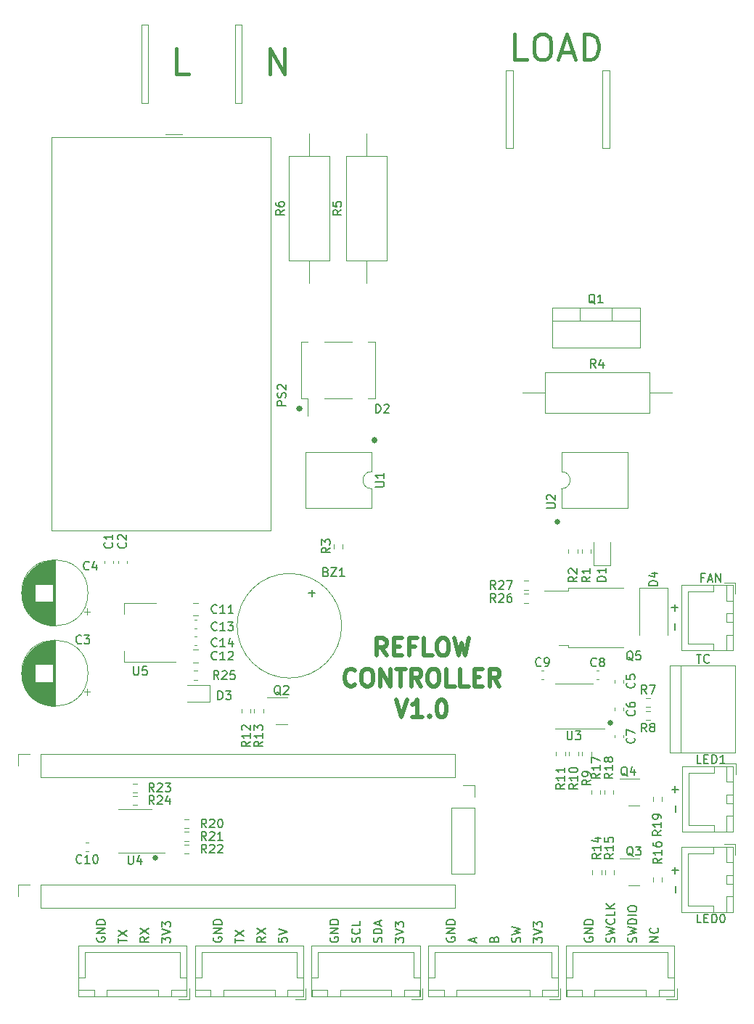
<source format=gbr>
%TF.GenerationSoftware,KiCad,Pcbnew,7.0.1*%
%TF.CreationDate,2023-11-07T15:52:04+07:00*%
%TF.ProjectId,Hot-plate-controller,486f742d-706c-4617-9465-2d636f6e7472,rev?*%
%TF.SameCoordinates,Original*%
%TF.FileFunction,Legend,Top*%
%TF.FilePolarity,Positive*%
%FSLAX46Y46*%
G04 Gerber Fmt 4.6, Leading zero omitted, Abs format (unit mm)*
G04 Created by KiCad (PCBNEW 7.0.1) date 2023-11-07 15:52:04*
%MOMM*%
%LPD*%
G01*
G04 APERTURE LIST*
%ADD10C,0.500000*%
%ADD11C,0.400000*%
%ADD12C,0.150000*%
%ADD13C,0.120000*%
%ADD14C,0.100000*%
G04 APERTURE END LIST*
D10*
X129127190Y-120138561D02*
X129222428Y-120233800D01*
X129222428Y-120233800D02*
X129127190Y-120329038D01*
X129127190Y-120329038D02*
X129031952Y-120233800D01*
X129031952Y-120233800D02*
X129127190Y-120138561D01*
X129127190Y-120138561D02*
X129127190Y-120329038D01*
X76066590Y-135861161D02*
X76161828Y-135956400D01*
X76161828Y-135956400D02*
X76066590Y-136051638D01*
X76066590Y-136051638D02*
X75971352Y-135956400D01*
X75971352Y-135956400D02*
X76066590Y-135861161D01*
X76066590Y-135861161D02*
X76066590Y-136051638D01*
X92855990Y-83435561D02*
X92951228Y-83530800D01*
X92951228Y-83530800D02*
X92855990Y-83626038D01*
X92855990Y-83626038D02*
X92760752Y-83530800D01*
X92760752Y-83530800D02*
X92855990Y-83435561D01*
X92855990Y-83435561D02*
X92855990Y-83626038D01*
D11*
X119358229Y-42863657D02*
X117929657Y-42863657D01*
X117929657Y-42863657D02*
X117929657Y-39863657D01*
X120929657Y-39863657D02*
X121501085Y-39863657D01*
X121501085Y-39863657D02*
X121786800Y-40006514D01*
X121786800Y-40006514D02*
X122072514Y-40292228D01*
X122072514Y-40292228D02*
X122215371Y-40863657D01*
X122215371Y-40863657D02*
X122215371Y-41863657D01*
X122215371Y-41863657D02*
X122072514Y-42435085D01*
X122072514Y-42435085D02*
X121786800Y-42720800D01*
X121786800Y-42720800D02*
X121501085Y-42863657D01*
X121501085Y-42863657D02*
X120929657Y-42863657D01*
X120929657Y-42863657D02*
X120643943Y-42720800D01*
X120643943Y-42720800D02*
X120358228Y-42435085D01*
X120358228Y-42435085D02*
X120215371Y-41863657D01*
X120215371Y-41863657D02*
X120215371Y-40863657D01*
X120215371Y-40863657D02*
X120358228Y-40292228D01*
X120358228Y-40292228D02*
X120643943Y-40006514D01*
X120643943Y-40006514D02*
X120929657Y-39863657D01*
X123358228Y-42006514D02*
X124786800Y-42006514D01*
X123072514Y-42863657D02*
X124072514Y-39863657D01*
X124072514Y-39863657D02*
X125072514Y-42863657D01*
X126072514Y-42863657D02*
X126072514Y-39863657D01*
X126072514Y-39863657D02*
X126786800Y-39863657D01*
X126786800Y-39863657D02*
X127215371Y-40006514D01*
X127215371Y-40006514D02*
X127501086Y-40292228D01*
X127501086Y-40292228D02*
X127643943Y-40577942D01*
X127643943Y-40577942D02*
X127786800Y-41149371D01*
X127786800Y-41149371D02*
X127786800Y-41577942D01*
X127786800Y-41577942D02*
X127643943Y-42149371D01*
X127643943Y-42149371D02*
X127501086Y-42435085D01*
X127501086Y-42435085D02*
X127215371Y-42720800D01*
X127215371Y-42720800D02*
X126786800Y-42863657D01*
X126786800Y-42863657D02*
X126072514Y-42863657D01*
D10*
X122980390Y-96643561D02*
X123075628Y-96738800D01*
X123075628Y-96738800D02*
X122980390Y-96834038D01*
X122980390Y-96834038D02*
X122885152Y-96738800D01*
X122885152Y-96738800D02*
X122980390Y-96643561D01*
X122980390Y-96643561D02*
X122980390Y-96834038D01*
X101618990Y-87143961D02*
X101714228Y-87239200D01*
X101714228Y-87239200D02*
X101618990Y-87334438D01*
X101618990Y-87334438D02*
X101523752Y-87239200D01*
X101523752Y-87239200D02*
X101618990Y-87143961D01*
X101618990Y-87143961D02*
X101618990Y-87334438D01*
X104127276Y-117541638D02*
X104793942Y-119541638D01*
X104793942Y-119541638D02*
X105460609Y-117541638D01*
X107174895Y-119541638D02*
X106032038Y-119541638D01*
X106603466Y-119541638D02*
X106603466Y-117541638D01*
X106603466Y-117541638D02*
X106412990Y-117827352D01*
X106412990Y-117827352D02*
X106222514Y-118017828D01*
X106222514Y-118017828D02*
X106032038Y-118113066D01*
X108032038Y-119351161D02*
X108127276Y-119446400D01*
X108127276Y-119446400D02*
X108032038Y-119541638D01*
X108032038Y-119541638D02*
X107936800Y-119446400D01*
X107936800Y-119446400D02*
X108032038Y-119351161D01*
X108032038Y-119351161D02*
X108032038Y-119541638D01*
X109365371Y-117541638D02*
X109555848Y-117541638D01*
X109555848Y-117541638D02*
X109746324Y-117636876D01*
X109746324Y-117636876D02*
X109841562Y-117732114D01*
X109841562Y-117732114D02*
X109936800Y-117922590D01*
X109936800Y-117922590D02*
X110032038Y-118303542D01*
X110032038Y-118303542D02*
X110032038Y-118779733D01*
X110032038Y-118779733D02*
X109936800Y-119160685D01*
X109936800Y-119160685D02*
X109841562Y-119351161D01*
X109841562Y-119351161D02*
X109746324Y-119446400D01*
X109746324Y-119446400D02*
X109555848Y-119541638D01*
X109555848Y-119541638D02*
X109365371Y-119541638D01*
X109365371Y-119541638D02*
X109174895Y-119446400D01*
X109174895Y-119446400D02*
X109079657Y-119351161D01*
X109079657Y-119351161D02*
X108984419Y-119160685D01*
X108984419Y-119160685D02*
X108889181Y-118779733D01*
X108889181Y-118779733D02*
X108889181Y-118303542D01*
X108889181Y-118303542D02*
X108984419Y-117922590D01*
X108984419Y-117922590D02*
X109079657Y-117732114D01*
X109079657Y-117732114D02*
X109174895Y-117636876D01*
X109174895Y-117636876D02*
X109365371Y-117541638D01*
X99365370Y-115757061D02*
X99270132Y-115852300D01*
X99270132Y-115852300D02*
X98984418Y-115947538D01*
X98984418Y-115947538D02*
X98793942Y-115947538D01*
X98793942Y-115947538D02*
X98508227Y-115852300D01*
X98508227Y-115852300D02*
X98317751Y-115661823D01*
X98317751Y-115661823D02*
X98222513Y-115471347D01*
X98222513Y-115471347D02*
X98127275Y-115090395D01*
X98127275Y-115090395D02*
X98127275Y-114804680D01*
X98127275Y-114804680D02*
X98222513Y-114423728D01*
X98222513Y-114423728D02*
X98317751Y-114233252D01*
X98317751Y-114233252D02*
X98508227Y-114042776D01*
X98508227Y-114042776D02*
X98793942Y-113947538D01*
X98793942Y-113947538D02*
X98984418Y-113947538D01*
X98984418Y-113947538D02*
X99270132Y-114042776D01*
X99270132Y-114042776D02*
X99365370Y-114138014D01*
X100603465Y-113947538D02*
X100984418Y-113947538D01*
X100984418Y-113947538D02*
X101174894Y-114042776D01*
X101174894Y-114042776D02*
X101365370Y-114233252D01*
X101365370Y-114233252D02*
X101460608Y-114614204D01*
X101460608Y-114614204D02*
X101460608Y-115280871D01*
X101460608Y-115280871D02*
X101365370Y-115661823D01*
X101365370Y-115661823D02*
X101174894Y-115852300D01*
X101174894Y-115852300D02*
X100984418Y-115947538D01*
X100984418Y-115947538D02*
X100603465Y-115947538D01*
X100603465Y-115947538D02*
X100412989Y-115852300D01*
X100412989Y-115852300D02*
X100222513Y-115661823D01*
X100222513Y-115661823D02*
X100127275Y-115280871D01*
X100127275Y-115280871D02*
X100127275Y-114614204D01*
X100127275Y-114614204D02*
X100222513Y-114233252D01*
X100222513Y-114233252D02*
X100412989Y-114042776D01*
X100412989Y-114042776D02*
X100603465Y-113947538D01*
X102317751Y-115947538D02*
X102317751Y-113947538D01*
X102317751Y-113947538D02*
X103460608Y-115947538D01*
X103460608Y-115947538D02*
X103460608Y-113947538D01*
X104127275Y-113947538D02*
X105270132Y-113947538D01*
X104698703Y-115947538D02*
X104698703Y-113947538D01*
X107079656Y-115947538D02*
X106412989Y-114995157D01*
X105936799Y-115947538D02*
X105936799Y-113947538D01*
X105936799Y-113947538D02*
X106698704Y-113947538D01*
X106698704Y-113947538D02*
X106889180Y-114042776D01*
X106889180Y-114042776D02*
X106984418Y-114138014D01*
X106984418Y-114138014D02*
X107079656Y-114328490D01*
X107079656Y-114328490D02*
X107079656Y-114614204D01*
X107079656Y-114614204D02*
X106984418Y-114804680D01*
X106984418Y-114804680D02*
X106889180Y-114899919D01*
X106889180Y-114899919D02*
X106698704Y-114995157D01*
X106698704Y-114995157D02*
X105936799Y-114995157D01*
X108317751Y-113947538D02*
X108698704Y-113947538D01*
X108698704Y-113947538D02*
X108889180Y-114042776D01*
X108889180Y-114042776D02*
X109079656Y-114233252D01*
X109079656Y-114233252D02*
X109174894Y-114614204D01*
X109174894Y-114614204D02*
X109174894Y-115280871D01*
X109174894Y-115280871D02*
X109079656Y-115661823D01*
X109079656Y-115661823D02*
X108889180Y-115852300D01*
X108889180Y-115852300D02*
X108698704Y-115947538D01*
X108698704Y-115947538D02*
X108317751Y-115947538D01*
X108317751Y-115947538D02*
X108127275Y-115852300D01*
X108127275Y-115852300D02*
X107936799Y-115661823D01*
X107936799Y-115661823D02*
X107841561Y-115280871D01*
X107841561Y-115280871D02*
X107841561Y-114614204D01*
X107841561Y-114614204D02*
X107936799Y-114233252D01*
X107936799Y-114233252D02*
X108127275Y-114042776D01*
X108127275Y-114042776D02*
X108317751Y-113947538D01*
X110984418Y-115947538D02*
X110032037Y-115947538D01*
X110032037Y-115947538D02*
X110032037Y-113947538D01*
X112603466Y-115947538D02*
X111651085Y-115947538D01*
X111651085Y-115947538D02*
X111651085Y-113947538D01*
X113270133Y-114899919D02*
X113936800Y-114899919D01*
X114222514Y-115947538D02*
X113270133Y-115947538D01*
X113270133Y-115947538D02*
X113270133Y-113947538D01*
X113270133Y-113947538D02*
X114222514Y-113947538D01*
X116222514Y-115947538D02*
X115555847Y-114995157D01*
X115079657Y-115947538D02*
X115079657Y-113947538D01*
X115079657Y-113947538D02*
X115841562Y-113947538D01*
X115841562Y-113947538D02*
X116032038Y-114042776D01*
X116032038Y-114042776D02*
X116127276Y-114138014D01*
X116127276Y-114138014D02*
X116222514Y-114328490D01*
X116222514Y-114328490D02*
X116222514Y-114614204D01*
X116222514Y-114614204D02*
X116127276Y-114804680D01*
X116127276Y-114804680D02*
X116032038Y-114899919D01*
X116032038Y-114899919D02*
X115841562Y-114995157D01*
X115841562Y-114995157D02*
X115079657Y-114995157D01*
X103032037Y-112353438D02*
X102365370Y-111401057D01*
X101889180Y-112353438D02*
X101889180Y-110353438D01*
X101889180Y-110353438D02*
X102651085Y-110353438D01*
X102651085Y-110353438D02*
X102841561Y-110448676D01*
X102841561Y-110448676D02*
X102936799Y-110543914D01*
X102936799Y-110543914D02*
X103032037Y-110734390D01*
X103032037Y-110734390D02*
X103032037Y-111020104D01*
X103032037Y-111020104D02*
X102936799Y-111210580D01*
X102936799Y-111210580D02*
X102841561Y-111305819D01*
X102841561Y-111305819D02*
X102651085Y-111401057D01*
X102651085Y-111401057D02*
X101889180Y-111401057D01*
X103889180Y-111305819D02*
X104555847Y-111305819D01*
X104841561Y-112353438D02*
X103889180Y-112353438D01*
X103889180Y-112353438D02*
X103889180Y-110353438D01*
X103889180Y-110353438D02*
X104841561Y-110353438D01*
X106365371Y-111305819D02*
X105698704Y-111305819D01*
X105698704Y-112353438D02*
X105698704Y-110353438D01*
X105698704Y-110353438D02*
X106651085Y-110353438D01*
X108365371Y-112353438D02*
X107412990Y-112353438D01*
X107412990Y-112353438D02*
X107412990Y-110353438D01*
X109412990Y-110353438D02*
X109793943Y-110353438D01*
X109793943Y-110353438D02*
X109984419Y-110448676D01*
X109984419Y-110448676D02*
X110174895Y-110639152D01*
X110174895Y-110639152D02*
X110270133Y-111020104D01*
X110270133Y-111020104D02*
X110270133Y-111686771D01*
X110270133Y-111686771D02*
X110174895Y-112067723D01*
X110174895Y-112067723D02*
X109984419Y-112258200D01*
X109984419Y-112258200D02*
X109793943Y-112353438D01*
X109793943Y-112353438D02*
X109412990Y-112353438D01*
X109412990Y-112353438D02*
X109222514Y-112258200D01*
X109222514Y-112258200D02*
X109032038Y-112067723D01*
X109032038Y-112067723D02*
X108936800Y-111686771D01*
X108936800Y-111686771D02*
X108936800Y-111020104D01*
X108936800Y-111020104D02*
X109032038Y-110639152D01*
X109032038Y-110639152D02*
X109222514Y-110448676D01*
X109222514Y-110448676D02*
X109412990Y-110353438D01*
X110936800Y-110353438D02*
X111412990Y-112353438D01*
X111412990Y-112353438D02*
X111793943Y-110924866D01*
X111793943Y-110924866D02*
X112174895Y-112353438D01*
X112174895Y-112353438D02*
X112651086Y-110353438D01*
D11*
X89436485Y-44565457D02*
X89436485Y-41565457D01*
X89436485Y-41565457D02*
X91150771Y-44565457D01*
X91150771Y-44565457D02*
X91150771Y-41565457D01*
X79943057Y-44565457D02*
X78514485Y-44565457D01*
X78514485Y-44565457D02*
X78514485Y-41565457D01*
D12*
X139755052Y-143540019D02*
X139278862Y-143540019D01*
X139278862Y-143540019D02*
X139278862Y-142540019D01*
X140088386Y-143016209D02*
X140421719Y-143016209D01*
X140564576Y-143540019D02*
X140088386Y-143540019D01*
X140088386Y-143540019D02*
X140088386Y-142540019D01*
X140088386Y-142540019D02*
X140564576Y-142540019D01*
X140993148Y-143540019D02*
X140993148Y-142540019D01*
X140993148Y-142540019D02*
X141231243Y-142540019D01*
X141231243Y-142540019D02*
X141374100Y-142587638D01*
X141374100Y-142587638D02*
X141469338Y-142682876D01*
X141469338Y-142682876D02*
X141516957Y-142778114D01*
X141516957Y-142778114D02*
X141564576Y-142968590D01*
X141564576Y-142968590D02*
X141564576Y-143111447D01*
X141564576Y-143111447D02*
X141516957Y-143301923D01*
X141516957Y-143301923D02*
X141469338Y-143397161D01*
X141469338Y-143397161D02*
X141374100Y-143492400D01*
X141374100Y-143492400D02*
X141231243Y-143540019D01*
X141231243Y-143540019D02*
X140993148Y-143540019D01*
X142183624Y-142540019D02*
X142278862Y-142540019D01*
X142278862Y-142540019D02*
X142374100Y-142587638D01*
X142374100Y-142587638D02*
X142421719Y-142635257D01*
X142421719Y-142635257D02*
X142469338Y-142730495D01*
X142469338Y-142730495D02*
X142516957Y-142920971D01*
X142516957Y-142920971D02*
X142516957Y-143159066D01*
X142516957Y-143159066D02*
X142469338Y-143349542D01*
X142469338Y-143349542D02*
X142421719Y-143444780D01*
X142421719Y-143444780D02*
X142374100Y-143492400D01*
X142374100Y-143492400D02*
X142278862Y-143540019D01*
X142278862Y-143540019D02*
X142183624Y-143540019D01*
X142183624Y-143540019D02*
X142088386Y-143492400D01*
X142088386Y-143492400D02*
X142040767Y-143444780D01*
X142040767Y-143444780D02*
X141993148Y-143349542D01*
X141993148Y-143349542D02*
X141945529Y-143159066D01*
X141945529Y-143159066D02*
X141945529Y-142920971D01*
X141945529Y-142920971D02*
X141993148Y-142730495D01*
X141993148Y-142730495D02*
X142040767Y-142635257D01*
X142040767Y-142635257D02*
X142088386Y-142587638D01*
X142088386Y-142587638D02*
X142183624Y-142540019D01*
X115581345Y-145427771D02*
X115628964Y-145284914D01*
X115628964Y-145284914D02*
X115676583Y-145237295D01*
X115676583Y-145237295D02*
X115771821Y-145189676D01*
X115771821Y-145189676D02*
X115914678Y-145189676D01*
X115914678Y-145189676D02*
X116009916Y-145237295D01*
X116009916Y-145237295D02*
X116057536Y-145284914D01*
X116057536Y-145284914D02*
X116105155Y-145380152D01*
X116105155Y-145380152D02*
X116105155Y-145761104D01*
X116105155Y-145761104D02*
X115105155Y-145761104D01*
X115105155Y-145761104D02*
X115105155Y-145427771D01*
X115105155Y-145427771D02*
X115152774Y-145332533D01*
X115152774Y-145332533D02*
X115200393Y-145284914D01*
X115200393Y-145284914D02*
X115295631Y-145237295D01*
X115295631Y-145237295D02*
X115390869Y-145237295D01*
X115390869Y-145237295D02*
X115486107Y-145284914D01*
X115486107Y-145284914D02*
X115533726Y-145332533D01*
X115533726Y-145332533D02*
X115581345Y-145427771D01*
X115581345Y-145427771D02*
X115581345Y-145761104D01*
X99913174Y-145808723D02*
X99960793Y-145665866D01*
X99960793Y-145665866D02*
X99960793Y-145427771D01*
X99960793Y-145427771D02*
X99913174Y-145332533D01*
X99913174Y-145332533D02*
X99865554Y-145284914D01*
X99865554Y-145284914D02*
X99770316Y-145237295D01*
X99770316Y-145237295D02*
X99675078Y-145237295D01*
X99675078Y-145237295D02*
X99579840Y-145284914D01*
X99579840Y-145284914D02*
X99532221Y-145332533D01*
X99532221Y-145332533D02*
X99484602Y-145427771D01*
X99484602Y-145427771D02*
X99436983Y-145618247D01*
X99436983Y-145618247D02*
X99389364Y-145713485D01*
X99389364Y-145713485D02*
X99341745Y-145761104D01*
X99341745Y-145761104D02*
X99246507Y-145808723D01*
X99246507Y-145808723D02*
X99151269Y-145808723D01*
X99151269Y-145808723D02*
X99056031Y-145761104D01*
X99056031Y-145761104D02*
X99008412Y-145713485D01*
X99008412Y-145713485D02*
X98960793Y-145618247D01*
X98960793Y-145618247D02*
X98960793Y-145380152D01*
X98960793Y-145380152D02*
X99008412Y-145237295D01*
X99865554Y-144237295D02*
X99913174Y-144284914D01*
X99913174Y-144284914D02*
X99960793Y-144427771D01*
X99960793Y-144427771D02*
X99960793Y-144523009D01*
X99960793Y-144523009D02*
X99913174Y-144665866D01*
X99913174Y-144665866D02*
X99817935Y-144761104D01*
X99817935Y-144761104D02*
X99722697Y-144808723D01*
X99722697Y-144808723D02*
X99532221Y-144856342D01*
X99532221Y-144856342D02*
X99389364Y-144856342D01*
X99389364Y-144856342D02*
X99198888Y-144808723D01*
X99198888Y-144808723D02*
X99103650Y-144761104D01*
X99103650Y-144761104D02*
X99008412Y-144665866D01*
X99008412Y-144665866D02*
X98960793Y-144523009D01*
X98960793Y-144523009D02*
X98960793Y-144427771D01*
X98960793Y-144427771D02*
X99008412Y-144284914D01*
X99008412Y-144284914D02*
X99056031Y-144237295D01*
X99960793Y-143332533D02*
X99960793Y-143808723D01*
X99960793Y-143808723D02*
X98960793Y-143808723D01*
X118597536Y-145808723D02*
X118645155Y-145665866D01*
X118645155Y-145665866D02*
X118645155Y-145427771D01*
X118645155Y-145427771D02*
X118597536Y-145332533D01*
X118597536Y-145332533D02*
X118549916Y-145284914D01*
X118549916Y-145284914D02*
X118454678Y-145237295D01*
X118454678Y-145237295D02*
X118359440Y-145237295D01*
X118359440Y-145237295D02*
X118264202Y-145284914D01*
X118264202Y-145284914D02*
X118216583Y-145332533D01*
X118216583Y-145332533D02*
X118168964Y-145427771D01*
X118168964Y-145427771D02*
X118121345Y-145618247D01*
X118121345Y-145618247D02*
X118073726Y-145713485D01*
X118073726Y-145713485D02*
X118026107Y-145761104D01*
X118026107Y-145761104D02*
X117930869Y-145808723D01*
X117930869Y-145808723D02*
X117835631Y-145808723D01*
X117835631Y-145808723D02*
X117740393Y-145761104D01*
X117740393Y-145761104D02*
X117692774Y-145713485D01*
X117692774Y-145713485D02*
X117645155Y-145618247D01*
X117645155Y-145618247D02*
X117645155Y-145380152D01*
X117645155Y-145380152D02*
X117692774Y-145237295D01*
X117645155Y-144903961D02*
X118645155Y-144665866D01*
X118645155Y-144665866D02*
X117930869Y-144475390D01*
X117930869Y-144475390D02*
X118645155Y-144284914D01*
X118645155Y-144284914D02*
X117645155Y-144046819D01*
X76832069Y-145856342D02*
X76832069Y-145237295D01*
X76832069Y-145237295D02*
X77213021Y-145570628D01*
X77213021Y-145570628D02*
X77213021Y-145427771D01*
X77213021Y-145427771D02*
X77260640Y-145332533D01*
X77260640Y-145332533D02*
X77308259Y-145284914D01*
X77308259Y-145284914D02*
X77403497Y-145237295D01*
X77403497Y-145237295D02*
X77641592Y-145237295D01*
X77641592Y-145237295D02*
X77736830Y-145284914D01*
X77736830Y-145284914D02*
X77784450Y-145332533D01*
X77784450Y-145332533D02*
X77832069Y-145427771D01*
X77832069Y-145427771D02*
X77832069Y-145713485D01*
X77832069Y-145713485D02*
X77784450Y-145808723D01*
X77784450Y-145808723D02*
X77736830Y-145856342D01*
X76832069Y-144951580D02*
X77832069Y-144618247D01*
X77832069Y-144618247D02*
X76832069Y-144284914D01*
X76832069Y-144046818D02*
X76832069Y-143427771D01*
X76832069Y-143427771D02*
X77213021Y-143761104D01*
X77213021Y-143761104D02*
X77213021Y-143618247D01*
X77213021Y-143618247D02*
X77260640Y-143523009D01*
X77260640Y-143523009D02*
X77308259Y-143475390D01*
X77308259Y-143475390D02*
X77403497Y-143427771D01*
X77403497Y-143427771D02*
X77641592Y-143427771D01*
X77641592Y-143427771D02*
X77736830Y-143475390D01*
X77736830Y-143475390D02*
X77784450Y-143523009D01*
X77784450Y-143523009D02*
X77832069Y-143618247D01*
X77832069Y-143618247D02*
X77832069Y-143903961D01*
X77832069Y-143903961D02*
X77784450Y-143999199D01*
X77784450Y-143999199D02*
X77736830Y-144046818D01*
X85356431Y-145903961D02*
X85356431Y-145332533D01*
X86356431Y-145618247D02*
X85356431Y-145618247D01*
X85356431Y-145094437D02*
X86356431Y-144427771D01*
X85356431Y-144427771D02*
X86356431Y-145094437D01*
X139185638Y-112237819D02*
X139757066Y-112237819D01*
X139471352Y-113237819D02*
X139471352Y-112237819D01*
X140661828Y-113142580D02*
X140614209Y-113190200D01*
X140614209Y-113190200D02*
X140471352Y-113237819D01*
X140471352Y-113237819D02*
X140376114Y-113237819D01*
X140376114Y-113237819D02*
X140233257Y-113190200D01*
X140233257Y-113190200D02*
X140138019Y-113094961D01*
X140138019Y-113094961D02*
X140090400Y-112999723D01*
X140090400Y-112999723D02*
X140042781Y-112809247D01*
X140042781Y-112809247D02*
X140042781Y-112666390D01*
X140042781Y-112666390D02*
X140090400Y-112475914D01*
X140090400Y-112475914D02*
X140138019Y-112380676D01*
X140138019Y-112380676D02*
X140233257Y-112285438D01*
X140233257Y-112285438D02*
X140376114Y-112237819D01*
X140376114Y-112237819D02*
X140471352Y-112237819D01*
X140471352Y-112237819D02*
X140614209Y-112285438D01*
X140614209Y-112285438D02*
X140661828Y-112333057D01*
X113279440Y-145808723D02*
X113279440Y-145332533D01*
X113565155Y-145903961D02*
X112565155Y-145570628D01*
X112565155Y-145570628D02*
X113565155Y-145237295D01*
X69259688Y-145237295D02*
X69212069Y-145332533D01*
X69212069Y-145332533D02*
X69212069Y-145475390D01*
X69212069Y-145475390D02*
X69259688Y-145618247D01*
X69259688Y-145618247D02*
X69354926Y-145713485D01*
X69354926Y-145713485D02*
X69450164Y-145761104D01*
X69450164Y-145761104D02*
X69640640Y-145808723D01*
X69640640Y-145808723D02*
X69783497Y-145808723D01*
X69783497Y-145808723D02*
X69973973Y-145761104D01*
X69973973Y-145761104D02*
X70069211Y-145713485D01*
X70069211Y-145713485D02*
X70164450Y-145618247D01*
X70164450Y-145618247D02*
X70212069Y-145475390D01*
X70212069Y-145475390D02*
X70212069Y-145380152D01*
X70212069Y-145380152D02*
X70164450Y-145237295D01*
X70164450Y-145237295D02*
X70116830Y-145189676D01*
X70116830Y-145189676D02*
X69783497Y-145189676D01*
X69783497Y-145189676D02*
X69783497Y-145380152D01*
X70212069Y-144761104D02*
X69212069Y-144761104D01*
X69212069Y-144761104D02*
X70212069Y-144189676D01*
X70212069Y-144189676D02*
X69212069Y-144189676D01*
X70212069Y-143713485D02*
X69212069Y-143713485D01*
X69212069Y-143713485D02*
X69212069Y-143475390D01*
X69212069Y-143475390D02*
X69259688Y-143332533D01*
X69259688Y-143332533D02*
X69354926Y-143237295D01*
X69354926Y-143237295D02*
X69450164Y-143189676D01*
X69450164Y-143189676D02*
X69640640Y-143142057D01*
X69640640Y-143142057D02*
X69783497Y-143142057D01*
X69783497Y-143142057D02*
X69973973Y-143189676D01*
X69973973Y-143189676D02*
X70069211Y-143237295D01*
X70069211Y-143237295D02*
X70164450Y-143332533D01*
X70164450Y-143332533D02*
X70212069Y-143475390D01*
X70212069Y-143475390D02*
X70212069Y-143713485D01*
X102453174Y-145808723D02*
X102500793Y-145665866D01*
X102500793Y-145665866D02*
X102500793Y-145427771D01*
X102500793Y-145427771D02*
X102453174Y-145332533D01*
X102453174Y-145332533D02*
X102405554Y-145284914D01*
X102405554Y-145284914D02*
X102310316Y-145237295D01*
X102310316Y-145237295D02*
X102215078Y-145237295D01*
X102215078Y-145237295D02*
X102119840Y-145284914D01*
X102119840Y-145284914D02*
X102072221Y-145332533D01*
X102072221Y-145332533D02*
X102024602Y-145427771D01*
X102024602Y-145427771D02*
X101976983Y-145618247D01*
X101976983Y-145618247D02*
X101929364Y-145713485D01*
X101929364Y-145713485D02*
X101881745Y-145761104D01*
X101881745Y-145761104D02*
X101786507Y-145808723D01*
X101786507Y-145808723D02*
X101691269Y-145808723D01*
X101691269Y-145808723D02*
X101596031Y-145761104D01*
X101596031Y-145761104D02*
X101548412Y-145713485D01*
X101548412Y-145713485D02*
X101500793Y-145618247D01*
X101500793Y-145618247D02*
X101500793Y-145380152D01*
X101500793Y-145380152D02*
X101548412Y-145237295D01*
X102500793Y-144808723D02*
X101500793Y-144808723D01*
X101500793Y-144808723D02*
X101500793Y-144570628D01*
X101500793Y-144570628D02*
X101548412Y-144427771D01*
X101548412Y-144427771D02*
X101643650Y-144332533D01*
X101643650Y-144332533D02*
X101738888Y-144284914D01*
X101738888Y-144284914D02*
X101929364Y-144237295D01*
X101929364Y-144237295D02*
X102072221Y-144237295D01*
X102072221Y-144237295D02*
X102262697Y-144284914D01*
X102262697Y-144284914D02*
X102357935Y-144332533D01*
X102357935Y-144332533D02*
X102453174Y-144427771D01*
X102453174Y-144427771D02*
X102500793Y-144570628D01*
X102500793Y-144570628D02*
X102500793Y-144808723D01*
X102215078Y-143856342D02*
X102215078Y-143380152D01*
X102500793Y-143951580D02*
X101500793Y-143618247D01*
X101500793Y-143618247D02*
X102500793Y-143284914D01*
X120185155Y-145856342D02*
X120185155Y-145237295D01*
X120185155Y-145237295D02*
X120566107Y-145570628D01*
X120566107Y-145570628D02*
X120566107Y-145427771D01*
X120566107Y-145427771D02*
X120613726Y-145332533D01*
X120613726Y-145332533D02*
X120661345Y-145284914D01*
X120661345Y-145284914D02*
X120756583Y-145237295D01*
X120756583Y-145237295D02*
X120994678Y-145237295D01*
X120994678Y-145237295D02*
X121089916Y-145284914D01*
X121089916Y-145284914D02*
X121137536Y-145332533D01*
X121137536Y-145332533D02*
X121185155Y-145427771D01*
X121185155Y-145427771D02*
X121185155Y-145713485D01*
X121185155Y-145713485D02*
X121137536Y-145808723D01*
X121137536Y-145808723D02*
X121089916Y-145856342D01*
X120185155Y-144951580D02*
X121185155Y-144618247D01*
X121185155Y-144618247D02*
X120185155Y-144284914D01*
X120185155Y-144046818D02*
X120185155Y-143427771D01*
X120185155Y-143427771D02*
X120566107Y-143761104D01*
X120566107Y-143761104D02*
X120566107Y-143618247D01*
X120566107Y-143618247D02*
X120613726Y-143523009D01*
X120613726Y-143523009D02*
X120661345Y-143475390D01*
X120661345Y-143475390D02*
X120756583Y-143427771D01*
X120756583Y-143427771D02*
X120994678Y-143427771D01*
X120994678Y-143427771D02*
X121089916Y-143475390D01*
X121089916Y-143475390D02*
X121137536Y-143523009D01*
X121137536Y-143523009D02*
X121185155Y-143618247D01*
X121185155Y-143618247D02*
X121185155Y-143903961D01*
X121185155Y-143903961D02*
X121137536Y-143999199D01*
X121137536Y-143999199D02*
X121089916Y-144046818D01*
X132161900Y-145808723D02*
X132209519Y-145665866D01*
X132209519Y-145665866D02*
X132209519Y-145427771D01*
X132209519Y-145427771D02*
X132161900Y-145332533D01*
X132161900Y-145332533D02*
X132114280Y-145284914D01*
X132114280Y-145284914D02*
X132019042Y-145237295D01*
X132019042Y-145237295D02*
X131923804Y-145237295D01*
X131923804Y-145237295D02*
X131828566Y-145284914D01*
X131828566Y-145284914D02*
X131780947Y-145332533D01*
X131780947Y-145332533D02*
X131733328Y-145427771D01*
X131733328Y-145427771D02*
X131685709Y-145618247D01*
X131685709Y-145618247D02*
X131638090Y-145713485D01*
X131638090Y-145713485D02*
X131590471Y-145761104D01*
X131590471Y-145761104D02*
X131495233Y-145808723D01*
X131495233Y-145808723D02*
X131399995Y-145808723D01*
X131399995Y-145808723D02*
X131304757Y-145761104D01*
X131304757Y-145761104D02*
X131257138Y-145713485D01*
X131257138Y-145713485D02*
X131209519Y-145618247D01*
X131209519Y-145618247D02*
X131209519Y-145380152D01*
X131209519Y-145380152D02*
X131257138Y-145237295D01*
X131209519Y-144903961D02*
X132209519Y-144665866D01*
X132209519Y-144665866D02*
X131495233Y-144475390D01*
X131495233Y-144475390D02*
X132209519Y-144284914D01*
X132209519Y-144284914D02*
X131209519Y-144046819D01*
X132209519Y-143665866D02*
X131209519Y-143665866D01*
X131209519Y-143665866D02*
X131209519Y-143427771D01*
X131209519Y-143427771D02*
X131257138Y-143284914D01*
X131257138Y-143284914D02*
X131352376Y-143189676D01*
X131352376Y-143189676D02*
X131447614Y-143142057D01*
X131447614Y-143142057D02*
X131638090Y-143094438D01*
X131638090Y-143094438D02*
X131780947Y-143094438D01*
X131780947Y-143094438D02*
X131971423Y-143142057D01*
X131971423Y-143142057D02*
X132066661Y-143189676D01*
X132066661Y-143189676D02*
X132161900Y-143284914D01*
X132161900Y-143284914D02*
X132209519Y-143427771D01*
X132209519Y-143427771D02*
X132209519Y-143665866D01*
X132209519Y-142665866D02*
X131209519Y-142665866D01*
X131209519Y-141999200D02*
X131209519Y-141808724D01*
X131209519Y-141808724D02*
X131257138Y-141713486D01*
X131257138Y-141713486D02*
X131352376Y-141618248D01*
X131352376Y-141618248D02*
X131542852Y-141570629D01*
X131542852Y-141570629D02*
X131876185Y-141570629D01*
X131876185Y-141570629D02*
X132066661Y-141618248D01*
X132066661Y-141618248D02*
X132161900Y-141713486D01*
X132161900Y-141713486D02*
X132209519Y-141808724D01*
X132209519Y-141808724D02*
X132209519Y-141999200D01*
X132209519Y-141999200D02*
X132161900Y-142094438D01*
X132161900Y-142094438D02*
X132066661Y-142189676D01*
X132066661Y-142189676D02*
X131876185Y-142237295D01*
X131876185Y-142237295D02*
X131542852Y-142237295D01*
X131542852Y-142237295D02*
X131352376Y-142189676D01*
X131352376Y-142189676D02*
X131257138Y-142094438D01*
X131257138Y-142094438D02*
X131209519Y-141999200D01*
X129621900Y-145808723D02*
X129669519Y-145665866D01*
X129669519Y-145665866D02*
X129669519Y-145427771D01*
X129669519Y-145427771D02*
X129621900Y-145332533D01*
X129621900Y-145332533D02*
X129574280Y-145284914D01*
X129574280Y-145284914D02*
X129479042Y-145237295D01*
X129479042Y-145237295D02*
X129383804Y-145237295D01*
X129383804Y-145237295D02*
X129288566Y-145284914D01*
X129288566Y-145284914D02*
X129240947Y-145332533D01*
X129240947Y-145332533D02*
X129193328Y-145427771D01*
X129193328Y-145427771D02*
X129145709Y-145618247D01*
X129145709Y-145618247D02*
X129098090Y-145713485D01*
X129098090Y-145713485D02*
X129050471Y-145761104D01*
X129050471Y-145761104D02*
X128955233Y-145808723D01*
X128955233Y-145808723D02*
X128859995Y-145808723D01*
X128859995Y-145808723D02*
X128764757Y-145761104D01*
X128764757Y-145761104D02*
X128717138Y-145713485D01*
X128717138Y-145713485D02*
X128669519Y-145618247D01*
X128669519Y-145618247D02*
X128669519Y-145380152D01*
X128669519Y-145380152D02*
X128717138Y-145237295D01*
X128669519Y-144903961D02*
X129669519Y-144665866D01*
X129669519Y-144665866D02*
X128955233Y-144475390D01*
X128955233Y-144475390D02*
X129669519Y-144284914D01*
X129669519Y-144284914D02*
X128669519Y-144046819D01*
X129574280Y-143094438D02*
X129621900Y-143142057D01*
X129621900Y-143142057D02*
X129669519Y-143284914D01*
X129669519Y-143284914D02*
X129669519Y-143380152D01*
X129669519Y-143380152D02*
X129621900Y-143523009D01*
X129621900Y-143523009D02*
X129526661Y-143618247D01*
X129526661Y-143618247D02*
X129431423Y-143665866D01*
X129431423Y-143665866D02*
X129240947Y-143713485D01*
X129240947Y-143713485D02*
X129098090Y-143713485D01*
X129098090Y-143713485D02*
X128907614Y-143665866D01*
X128907614Y-143665866D02*
X128812376Y-143618247D01*
X128812376Y-143618247D02*
X128717138Y-143523009D01*
X128717138Y-143523009D02*
X128669519Y-143380152D01*
X128669519Y-143380152D02*
X128669519Y-143284914D01*
X128669519Y-143284914D02*
X128717138Y-143142057D01*
X128717138Y-143142057D02*
X128764757Y-143094438D01*
X129669519Y-142189676D02*
X129669519Y-142665866D01*
X129669519Y-142665866D02*
X128669519Y-142665866D01*
X129669519Y-141856342D02*
X128669519Y-141856342D01*
X129669519Y-141284914D02*
X129098090Y-141713485D01*
X128669519Y-141284914D02*
X129240947Y-141856342D01*
X90436431Y-145284914D02*
X90436431Y-145761104D01*
X90436431Y-145761104D02*
X90912621Y-145808723D01*
X90912621Y-145808723D02*
X90865002Y-145761104D01*
X90865002Y-145761104D02*
X90817383Y-145665866D01*
X90817383Y-145665866D02*
X90817383Y-145427771D01*
X90817383Y-145427771D02*
X90865002Y-145332533D01*
X90865002Y-145332533D02*
X90912621Y-145284914D01*
X90912621Y-145284914D02*
X91007859Y-145237295D01*
X91007859Y-145237295D02*
X91245954Y-145237295D01*
X91245954Y-145237295D02*
X91341192Y-145284914D01*
X91341192Y-145284914D02*
X91388812Y-145332533D01*
X91388812Y-145332533D02*
X91436431Y-145427771D01*
X91436431Y-145427771D02*
X91436431Y-145665866D01*
X91436431Y-145665866D02*
X91388812Y-145761104D01*
X91388812Y-145761104D02*
X91341192Y-145808723D01*
X90436431Y-144951580D02*
X91436431Y-144618247D01*
X91436431Y-144618247D02*
X90436431Y-144284914D01*
X126177138Y-145237295D02*
X126129519Y-145332533D01*
X126129519Y-145332533D02*
X126129519Y-145475390D01*
X126129519Y-145475390D02*
X126177138Y-145618247D01*
X126177138Y-145618247D02*
X126272376Y-145713485D01*
X126272376Y-145713485D02*
X126367614Y-145761104D01*
X126367614Y-145761104D02*
X126558090Y-145808723D01*
X126558090Y-145808723D02*
X126700947Y-145808723D01*
X126700947Y-145808723D02*
X126891423Y-145761104D01*
X126891423Y-145761104D02*
X126986661Y-145713485D01*
X126986661Y-145713485D02*
X127081900Y-145618247D01*
X127081900Y-145618247D02*
X127129519Y-145475390D01*
X127129519Y-145475390D02*
X127129519Y-145380152D01*
X127129519Y-145380152D02*
X127081900Y-145237295D01*
X127081900Y-145237295D02*
X127034280Y-145189676D01*
X127034280Y-145189676D02*
X126700947Y-145189676D01*
X126700947Y-145189676D02*
X126700947Y-145380152D01*
X127129519Y-144761104D02*
X126129519Y-144761104D01*
X126129519Y-144761104D02*
X127129519Y-144189676D01*
X127129519Y-144189676D02*
X126129519Y-144189676D01*
X127129519Y-143713485D02*
X126129519Y-143713485D01*
X126129519Y-143713485D02*
X126129519Y-143475390D01*
X126129519Y-143475390D02*
X126177138Y-143332533D01*
X126177138Y-143332533D02*
X126272376Y-143237295D01*
X126272376Y-143237295D02*
X126367614Y-143189676D01*
X126367614Y-143189676D02*
X126558090Y-143142057D01*
X126558090Y-143142057D02*
X126700947Y-143142057D01*
X126700947Y-143142057D02*
X126891423Y-143189676D01*
X126891423Y-143189676D02*
X126986661Y-143237295D01*
X126986661Y-143237295D02*
X127081900Y-143332533D01*
X127081900Y-143332533D02*
X127129519Y-143475390D01*
X127129519Y-143475390D02*
X127129519Y-143713485D01*
X96468412Y-145237295D02*
X96420793Y-145332533D01*
X96420793Y-145332533D02*
X96420793Y-145475390D01*
X96420793Y-145475390D02*
X96468412Y-145618247D01*
X96468412Y-145618247D02*
X96563650Y-145713485D01*
X96563650Y-145713485D02*
X96658888Y-145761104D01*
X96658888Y-145761104D02*
X96849364Y-145808723D01*
X96849364Y-145808723D02*
X96992221Y-145808723D01*
X96992221Y-145808723D02*
X97182697Y-145761104D01*
X97182697Y-145761104D02*
X97277935Y-145713485D01*
X97277935Y-145713485D02*
X97373174Y-145618247D01*
X97373174Y-145618247D02*
X97420793Y-145475390D01*
X97420793Y-145475390D02*
X97420793Y-145380152D01*
X97420793Y-145380152D02*
X97373174Y-145237295D01*
X97373174Y-145237295D02*
X97325554Y-145189676D01*
X97325554Y-145189676D02*
X96992221Y-145189676D01*
X96992221Y-145189676D02*
X96992221Y-145380152D01*
X97420793Y-144761104D02*
X96420793Y-144761104D01*
X96420793Y-144761104D02*
X97420793Y-144189676D01*
X97420793Y-144189676D02*
X96420793Y-144189676D01*
X97420793Y-143713485D02*
X96420793Y-143713485D01*
X96420793Y-143713485D02*
X96420793Y-143475390D01*
X96420793Y-143475390D02*
X96468412Y-143332533D01*
X96468412Y-143332533D02*
X96563650Y-143237295D01*
X96563650Y-143237295D02*
X96658888Y-143189676D01*
X96658888Y-143189676D02*
X96849364Y-143142057D01*
X96849364Y-143142057D02*
X96992221Y-143142057D01*
X96992221Y-143142057D02*
X97182697Y-143189676D01*
X97182697Y-143189676D02*
X97277935Y-143237295D01*
X97277935Y-143237295D02*
X97373174Y-143332533D01*
X97373174Y-143332533D02*
X97420793Y-143475390D01*
X97420793Y-143475390D02*
X97420793Y-143713485D01*
X136280495Y-106760866D02*
X137042400Y-106760866D01*
X136661447Y-107141819D02*
X136661447Y-106379914D01*
X71752069Y-145903961D02*
X71752069Y-145332533D01*
X72752069Y-145618247D02*
X71752069Y-145618247D01*
X71752069Y-145094437D02*
X72752069Y-144427771D01*
X71752069Y-144427771D02*
X72752069Y-145094437D01*
X136331295Y-127991566D02*
X137093200Y-127991566D01*
X136712247Y-128372519D02*
X136712247Y-127610614D01*
X136732866Y-140020704D02*
X136732866Y-139258800D01*
X110072774Y-145237295D02*
X110025155Y-145332533D01*
X110025155Y-145332533D02*
X110025155Y-145475390D01*
X110025155Y-145475390D02*
X110072774Y-145618247D01*
X110072774Y-145618247D02*
X110168012Y-145713485D01*
X110168012Y-145713485D02*
X110263250Y-145761104D01*
X110263250Y-145761104D02*
X110453726Y-145808723D01*
X110453726Y-145808723D02*
X110596583Y-145808723D01*
X110596583Y-145808723D02*
X110787059Y-145761104D01*
X110787059Y-145761104D02*
X110882297Y-145713485D01*
X110882297Y-145713485D02*
X110977536Y-145618247D01*
X110977536Y-145618247D02*
X111025155Y-145475390D01*
X111025155Y-145475390D02*
X111025155Y-145380152D01*
X111025155Y-145380152D02*
X110977536Y-145237295D01*
X110977536Y-145237295D02*
X110929916Y-145189676D01*
X110929916Y-145189676D02*
X110596583Y-145189676D01*
X110596583Y-145189676D02*
X110596583Y-145380152D01*
X111025155Y-144761104D02*
X110025155Y-144761104D01*
X110025155Y-144761104D02*
X111025155Y-144189676D01*
X111025155Y-144189676D02*
X110025155Y-144189676D01*
X111025155Y-143713485D02*
X110025155Y-143713485D01*
X110025155Y-143713485D02*
X110025155Y-143475390D01*
X110025155Y-143475390D02*
X110072774Y-143332533D01*
X110072774Y-143332533D02*
X110168012Y-143237295D01*
X110168012Y-143237295D02*
X110263250Y-143189676D01*
X110263250Y-143189676D02*
X110453726Y-143142057D01*
X110453726Y-143142057D02*
X110596583Y-143142057D01*
X110596583Y-143142057D02*
X110787059Y-143189676D01*
X110787059Y-143189676D02*
X110882297Y-143237295D01*
X110882297Y-143237295D02*
X110977536Y-143332533D01*
X110977536Y-143332533D02*
X111025155Y-143475390D01*
X111025155Y-143475390D02*
X111025155Y-143713485D01*
X136707466Y-109366604D02*
X136707466Y-108604700D01*
X75292069Y-145189676D02*
X74815878Y-145523009D01*
X75292069Y-145761104D02*
X74292069Y-145761104D01*
X74292069Y-145761104D02*
X74292069Y-145380152D01*
X74292069Y-145380152D02*
X74339688Y-145284914D01*
X74339688Y-145284914D02*
X74387307Y-145237295D01*
X74387307Y-145237295D02*
X74482545Y-145189676D01*
X74482545Y-145189676D02*
X74625402Y-145189676D01*
X74625402Y-145189676D02*
X74720640Y-145237295D01*
X74720640Y-145237295D02*
X74768259Y-145284914D01*
X74768259Y-145284914D02*
X74815878Y-145380152D01*
X74815878Y-145380152D02*
X74815878Y-145761104D01*
X74292069Y-144856342D02*
X75292069Y-144189676D01*
X74292069Y-144189676D02*
X75292069Y-144856342D01*
X104040793Y-145856342D02*
X104040793Y-145237295D01*
X104040793Y-145237295D02*
X104421745Y-145570628D01*
X104421745Y-145570628D02*
X104421745Y-145427771D01*
X104421745Y-145427771D02*
X104469364Y-145332533D01*
X104469364Y-145332533D02*
X104516983Y-145284914D01*
X104516983Y-145284914D02*
X104612221Y-145237295D01*
X104612221Y-145237295D02*
X104850316Y-145237295D01*
X104850316Y-145237295D02*
X104945554Y-145284914D01*
X104945554Y-145284914D02*
X104993174Y-145332533D01*
X104993174Y-145332533D02*
X105040793Y-145427771D01*
X105040793Y-145427771D02*
X105040793Y-145713485D01*
X105040793Y-145713485D02*
X104993174Y-145808723D01*
X104993174Y-145808723D02*
X104945554Y-145856342D01*
X104040793Y-144951580D02*
X105040793Y-144618247D01*
X105040793Y-144618247D02*
X104040793Y-144284914D01*
X104040793Y-144046818D02*
X104040793Y-143427771D01*
X104040793Y-143427771D02*
X104421745Y-143761104D01*
X104421745Y-143761104D02*
X104421745Y-143618247D01*
X104421745Y-143618247D02*
X104469364Y-143523009D01*
X104469364Y-143523009D02*
X104516983Y-143475390D01*
X104516983Y-143475390D02*
X104612221Y-143427771D01*
X104612221Y-143427771D02*
X104850316Y-143427771D01*
X104850316Y-143427771D02*
X104945554Y-143475390D01*
X104945554Y-143475390D02*
X104993174Y-143523009D01*
X104993174Y-143523009D02*
X105040793Y-143618247D01*
X105040793Y-143618247D02*
X105040793Y-143903961D01*
X105040793Y-143903961D02*
X104993174Y-143999199D01*
X104993174Y-143999199D02*
X104945554Y-144046818D01*
X88896431Y-145189676D02*
X88420240Y-145523009D01*
X88896431Y-145761104D02*
X87896431Y-145761104D01*
X87896431Y-145761104D02*
X87896431Y-145380152D01*
X87896431Y-145380152D02*
X87944050Y-145284914D01*
X87944050Y-145284914D02*
X87991669Y-145237295D01*
X87991669Y-145237295D02*
X88086907Y-145189676D01*
X88086907Y-145189676D02*
X88229764Y-145189676D01*
X88229764Y-145189676D02*
X88325002Y-145237295D01*
X88325002Y-145237295D02*
X88372621Y-145284914D01*
X88372621Y-145284914D02*
X88420240Y-145380152D01*
X88420240Y-145380152D02*
X88420240Y-145761104D01*
X87896431Y-144856342D02*
X88896431Y-144189676D01*
X87896431Y-144189676D02*
X88896431Y-144856342D01*
X134749519Y-145761104D02*
X133749519Y-145761104D01*
X133749519Y-145761104D02*
X134749519Y-145189676D01*
X134749519Y-145189676D02*
X133749519Y-145189676D01*
X134654280Y-144142057D02*
X134701900Y-144189676D01*
X134701900Y-144189676D02*
X134749519Y-144332533D01*
X134749519Y-144332533D02*
X134749519Y-144427771D01*
X134749519Y-144427771D02*
X134701900Y-144570628D01*
X134701900Y-144570628D02*
X134606661Y-144665866D01*
X134606661Y-144665866D02*
X134511423Y-144713485D01*
X134511423Y-144713485D02*
X134320947Y-144761104D01*
X134320947Y-144761104D02*
X134178090Y-144761104D01*
X134178090Y-144761104D02*
X133987614Y-144713485D01*
X133987614Y-144713485D02*
X133892376Y-144665866D01*
X133892376Y-144665866D02*
X133797138Y-144570628D01*
X133797138Y-144570628D02*
X133749519Y-144427771D01*
X133749519Y-144427771D02*
X133749519Y-144332533D01*
X133749519Y-144332533D02*
X133797138Y-144189676D01*
X133797138Y-144189676D02*
X133844757Y-144142057D01*
X136758266Y-130597304D02*
X136758266Y-129835400D01*
X82864050Y-145237295D02*
X82816431Y-145332533D01*
X82816431Y-145332533D02*
X82816431Y-145475390D01*
X82816431Y-145475390D02*
X82864050Y-145618247D01*
X82864050Y-145618247D02*
X82959288Y-145713485D01*
X82959288Y-145713485D02*
X83054526Y-145761104D01*
X83054526Y-145761104D02*
X83245002Y-145808723D01*
X83245002Y-145808723D02*
X83387859Y-145808723D01*
X83387859Y-145808723D02*
X83578335Y-145761104D01*
X83578335Y-145761104D02*
X83673573Y-145713485D01*
X83673573Y-145713485D02*
X83768812Y-145618247D01*
X83768812Y-145618247D02*
X83816431Y-145475390D01*
X83816431Y-145475390D02*
X83816431Y-145380152D01*
X83816431Y-145380152D02*
X83768812Y-145237295D01*
X83768812Y-145237295D02*
X83721192Y-145189676D01*
X83721192Y-145189676D02*
X83387859Y-145189676D01*
X83387859Y-145189676D02*
X83387859Y-145380152D01*
X83816431Y-144761104D02*
X82816431Y-144761104D01*
X82816431Y-144761104D02*
X83816431Y-144189676D01*
X83816431Y-144189676D02*
X82816431Y-144189676D01*
X83816431Y-143713485D02*
X82816431Y-143713485D01*
X82816431Y-143713485D02*
X82816431Y-143475390D01*
X82816431Y-143475390D02*
X82864050Y-143332533D01*
X82864050Y-143332533D02*
X82959288Y-143237295D01*
X82959288Y-143237295D02*
X83054526Y-143189676D01*
X83054526Y-143189676D02*
X83245002Y-143142057D01*
X83245002Y-143142057D02*
X83387859Y-143142057D01*
X83387859Y-143142057D02*
X83578335Y-143189676D01*
X83578335Y-143189676D02*
X83673573Y-143237295D01*
X83673573Y-143237295D02*
X83768812Y-143332533D01*
X83768812Y-143332533D02*
X83816431Y-143475390D01*
X83816431Y-143475390D02*
X83816431Y-143713485D01*
X136331295Y-137414966D02*
X137093200Y-137414966D01*
X136712247Y-137795919D02*
X136712247Y-137034014D01*
X139755052Y-124947219D02*
X139278862Y-124947219D01*
X139278862Y-124947219D02*
X139278862Y-123947219D01*
X140088386Y-124423409D02*
X140421719Y-124423409D01*
X140564576Y-124947219D02*
X140088386Y-124947219D01*
X140088386Y-124947219D02*
X140088386Y-123947219D01*
X140088386Y-123947219D02*
X140564576Y-123947219D01*
X140993148Y-124947219D02*
X140993148Y-123947219D01*
X140993148Y-123947219D02*
X141231243Y-123947219D01*
X141231243Y-123947219D02*
X141374100Y-123994838D01*
X141374100Y-123994838D02*
X141469338Y-124090076D01*
X141469338Y-124090076D02*
X141516957Y-124185314D01*
X141516957Y-124185314D02*
X141564576Y-124375790D01*
X141564576Y-124375790D02*
X141564576Y-124518647D01*
X141564576Y-124518647D02*
X141516957Y-124709123D01*
X141516957Y-124709123D02*
X141469338Y-124804361D01*
X141469338Y-124804361D02*
X141374100Y-124899600D01*
X141374100Y-124899600D02*
X141231243Y-124947219D01*
X141231243Y-124947219D02*
X140993148Y-124947219D01*
X142516957Y-124947219D02*
X141945529Y-124947219D01*
X142231243Y-124947219D02*
X142231243Y-123947219D01*
X142231243Y-123947219D02*
X142136005Y-124090076D01*
X142136005Y-124090076D02*
X142040767Y-124185314D01*
X142040767Y-124185314D02*
X141945529Y-124232933D01*
X140064576Y-103265209D02*
X139731243Y-103265209D01*
X139731243Y-103789019D02*
X139731243Y-102789019D01*
X139731243Y-102789019D02*
X140207433Y-102789019D01*
X140540767Y-103503304D02*
X141016957Y-103503304D01*
X140445529Y-103789019D02*
X140778862Y-102789019D01*
X140778862Y-102789019D02*
X141112195Y-103789019D01*
X141445529Y-103789019D02*
X141445529Y-102789019D01*
X141445529Y-102789019D02*
X142016957Y-103789019D01*
X142016957Y-103789019D02*
X142016957Y-102789019D01*
%TO.C,D4*%
X134650819Y-104192294D02*
X133650819Y-104192294D01*
X133650819Y-104192294D02*
X133650819Y-103954199D01*
X133650819Y-103954199D02*
X133698438Y-103811342D01*
X133698438Y-103811342D02*
X133793676Y-103716104D01*
X133793676Y-103716104D02*
X133888914Y-103668485D01*
X133888914Y-103668485D02*
X134079390Y-103620866D01*
X134079390Y-103620866D02*
X134222247Y-103620866D01*
X134222247Y-103620866D02*
X134412723Y-103668485D01*
X134412723Y-103668485D02*
X134507961Y-103716104D01*
X134507961Y-103716104D02*
X134603200Y-103811342D01*
X134603200Y-103811342D02*
X134650819Y-103954199D01*
X134650819Y-103954199D02*
X134650819Y-104192294D01*
X133984152Y-102763723D02*
X134650819Y-102763723D01*
X133603200Y-103001818D02*
X134317485Y-103239913D01*
X134317485Y-103239913D02*
X134317485Y-102620866D01*
%TO.C,D2*%
X101776305Y-84054019D02*
X101776305Y-83054019D01*
X101776305Y-83054019D02*
X102014400Y-83054019D01*
X102014400Y-83054019D02*
X102157257Y-83101638D01*
X102157257Y-83101638D02*
X102252495Y-83196876D01*
X102252495Y-83196876D02*
X102300114Y-83292114D01*
X102300114Y-83292114D02*
X102347733Y-83482590D01*
X102347733Y-83482590D02*
X102347733Y-83625447D01*
X102347733Y-83625447D02*
X102300114Y-83815923D01*
X102300114Y-83815923D02*
X102252495Y-83911161D01*
X102252495Y-83911161D02*
X102157257Y-84006400D01*
X102157257Y-84006400D02*
X102014400Y-84054019D01*
X102014400Y-84054019D02*
X101776305Y-84054019D01*
X102728686Y-83149257D02*
X102776305Y-83101638D01*
X102776305Y-83101638D02*
X102871543Y-83054019D01*
X102871543Y-83054019D02*
X103109638Y-83054019D01*
X103109638Y-83054019D02*
X103204876Y-83101638D01*
X103204876Y-83101638D02*
X103252495Y-83149257D01*
X103252495Y-83149257D02*
X103300114Y-83244495D01*
X103300114Y-83244495D02*
X103300114Y-83339733D01*
X103300114Y-83339733D02*
X103252495Y-83482590D01*
X103252495Y-83482590D02*
X102681067Y-84054019D01*
X102681067Y-84054019D02*
X103300114Y-84054019D01*
%TO.C,R2*%
X125252819Y-103163666D02*
X124776628Y-103496999D01*
X125252819Y-103735094D02*
X124252819Y-103735094D01*
X124252819Y-103735094D02*
X124252819Y-103354142D01*
X124252819Y-103354142D02*
X124300438Y-103258904D01*
X124300438Y-103258904D02*
X124348057Y-103211285D01*
X124348057Y-103211285D02*
X124443295Y-103163666D01*
X124443295Y-103163666D02*
X124586152Y-103163666D01*
X124586152Y-103163666D02*
X124681390Y-103211285D01*
X124681390Y-103211285D02*
X124729009Y-103258904D01*
X124729009Y-103258904D02*
X124776628Y-103354142D01*
X124776628Y-103354142D02*
X124776628Y-103735094D01*
X124348057Y-102782713D02*
X124300438Y-102735094D01*
X124300438Y-102735094D02*
X124252819Y-102639856D01*
X124252819Y-102639856D02*
X124252819Y-102401761D01*
X124252819Y-102401761D02*
X124300438Y-102306523D01*
X124300438Y-102306523D02*
X124348057Y-102258904D01*
X124348057Y-102258904D02*
X124443295Y-102211285D01*
X124443295Y-102211285D02*
X124538533Y-102211285D01*
X124538533Y-102211285D02*
X124681390Y-102258904D01*
X124681390Y-102258904D02*
X125252819Y-102830332D01*
X125252819Y-102830332D02*
X125252819Y-102211285D01*
%TO.C,R17*%
X127919819Y-126118857D02*
X127443628Y-126452190D01*
X127919819Y-126690285D02*
X126919819Y-126690285D01*
X126919819Y-126690285D02*
X126919819Y-126309333D01*
X126919819Y-126309333D02*
X126967438Y-126214095D01*
X126967438Y-126214095D02*
X127015057Y-126166476D01*
X127015057Y-126166476D02*
X127110295Y-126118857D01*
X127110295Y-126118857D02*
X127253152Y-126118857D01*
X127253152Y-126118857D02*
X127348390Y-126166476D01*
X127348390Y-126166476D02*
X127396009Y-126214095D01*
X127396009Y-126214095D02*
X127443628Y-126309333D01*
X127443628Y-126309333D02*
X127443628Y-126690285D01*
X127919819Y-125166476D02*
X127919819Y-125737904D01*
X127919819Y-125452190D02*
X126919819Y-125452190D01*
X126919819Y-125452190D02*
X127062676Y-125547428D01*
X127062676Y-125547428D02*
X127157914Y-125642666D01*
X127157914Y-125642666D02*
X127205533Y-125737904D01*
X126919819Y-124833142D02*
X126919819Y-124166476D01*
X126919819Y-124166476D02*
X127919819Y-124595047D01*
%TO.C,C11*%
X83227542Y-107352180D02*
X83179923Y-107399800D01*
X83179923Y-107399800D02*
X83037066Y-107447419D01*
X83037066Y-107447419D02*
X82941828Y-107447419D01*
X82941828Y-107447419D02*
X82798971Y-107399800D01*
X82798971Y-107399800D02*
X82703733Y-107304561D01*
X82703733Y-107304561D02*
X82656114Y-107209323D01*
X82656114Y-107209323D02*
X82608495Y-107018847D01*
X82608495Y-107018847D02*
X82608495Y-106875990D01*
X82608495Y-106875990D02*
X82656114Y-106685514D01*
X82656114Y-106685514D02*
X82703733Y-106590276D01*
X82703733Y-106590276D02*
X82798971Y-106495038D01*
X82798971Y-106495038D02*
X82941828Y-106447419D01*
X82941828Y-106447419D02*
X83037066Y-106447419D01*
X83037066Y-106447419D02*
X83179923Y-106495038D01*
X83179923Y-106495038D02*
X83227542Y-106542657D01*
X84179923Y-107447419D02*
X83608495Y-107447419D01*
X83894209Y-107447419D02*
X83894209Y-106447419D01*
X83894209Y-106447419D02*
X83798971Y-106590276D01*
X83798971Y-106590276D02*
X83703733Y-106685514D01*
X83703733Y-106685514D02*
X83608495Y-106733133D01*
X85132304Y-107447419D02*
X84560876Y-107447419D01*
X84846590Y-107447419D02*
X84846590Y-106447419D01*
X84846590Y-106447419D02*
X84751352Y-106590276D01*
X84751352Y-106590276D02*
X84656114Y-106685514D01*
X84656114Y-106685514D02*
X84560876Y-106733133D01*
%TO.C,R3*%
X96441619Y-99785466D02*
X95965428Y-100118799D01*
X96441619Y-100356894D02*
X95441619Y-100356894D01*
X95441619Y-100356894D02*
X95441619Y-99975942D01*
X95441619Y-99975942D02*
X95489238Y-99880704D01*
X95489238Y-99880704D02*
X95536857Y-99833085D01*
X95536857Y-99833085D02*
X95632095Y-99785466D01*
X95632095Y-99785466D02*
X95774952Y-99785466D01*
X95774952Y-99785466D02*
X95870190Y-99833085D01*
X95870190Y-99833085D02*
X95917809Y-99880704D01*
X95917809Y-99880704D02*
X95965428Y-99975942D01*
X95965428Y-99975942D02*
X95965428Y-100356894D01*
X95441619Y-99452132D02*
X95441619Y-98833085D01*
X95441619Y-98833085D02*
X95822571Y-99166418D01*
X95822571Y-99166418D02*
X95822571Y-99023561D01*
X95822571Y-99023561D02*
X95870190Y-98928323D01*
X95870190Y-98928323D02*
X95917809Y-98880704D01*
X95917809Y-98880704D02*
X96013047Y-98833085D01*
X96013047Y-98833085D02*
X96251142Y-98833085D01*
X96251142Y-98833085D02*
X96346380Y-98880704D01*
X96346380Y-98880704D02*
X96394000Y-98928323D01*
X96394000Y-98928323D02*
X96441619Y-99023561D01*
X96441619Y-99023561D02*
X96441619Y-99309275D01*
X96441619Y-99309275D02*
X96394000Y-99404513D01*
X96394000Y-99404513D02*
X96346380Y-99452132D01*
%TO.C,R8*%
X133361133Y-121267819D02*
X133027800Y-120791628D01*
X132789705Y-121267819D02*
X132789705Y-120267819D01*
X132789705Y-120267819D02*
X133170657Y-120267819D01*
X133170657Y-120267819D02*
X133265895Y-120315438D01*
X133265895Y-120315438D02*
X133313514Y-120363057D01*
X133313514Y-120363057D02*
X133361133Y-120458295D01*
X133361133Y-120458295D02*
X133361133Y-120601152D01*
X133361133Y-120601152D02*
X133313514Y-120696390D01*
X133313514Y-120696390D02*
X133265895Y-120744009D01*
X133265895Y-120744009D02*
X133170657Y-120791628D01*
X133170657Y-120791628D02*
X132789705Y-120791628D01*
X133932562Y-120696390D02*
X133837324Y-120648771D01*
X133837324Y-120648771D02*
X133789705Y-120601152D01*
X133789705Y-120601152D02*
X133742086Y-120505914D01*
X133742086Y-120505914D02*
X133742086Y-120458295D01*
X133742086Y-120458295D02*
X133789705Y-120363057D01*
X133789705Y-120363057D02*
X133837324Y-120315438D01*
X133837324Y-120315438D02*
X133932562Y-120267819D01*
X133932562Y-120267819D02*
X134123038Y-120267819D01*
X134123038Y-120267819D02*
X134218276Y-120315438D01*
X134218276Y-120315438D02*
X134265895Y-120363057D01*
X134265895Y-120363057D02*
X134313514Y-120458295D01*
X134313514Y-120458295D02*
X134313514Y-120505914D01*
X134313514Y-120505914D02*
X134265895Y-120601152D01*
X134265895Y-120601152D02*
X134218276Y-120648771D01*
X134218276Y-120648771D02*
X134123038Y-120696390D01*
X134123038Y-120696390D02*
X133932562Y-120696390D01*
X133932562Y-120696390D02*
X133837324Y-120744009D01*
X133837324Y-120744009D02*
X133789705Y-120791628D01*
X133789705Y-120791628D02*
X133742086Y-120886866D01*
X133742086Y-120886866D02*
X133742086Y-121077342D01*
X133742086Y-121077342D02*
X133789705Y-121172580D01*
X133789705Y-121172580D02*
X133837324Y-121220200D01*
X133837324Y-121220200D02*
X133932562Y-121267819D01*
X133932562Y-121267819D02*
X134123038Y-121267819D01*
X134123038Y-121267819D02*
X134218276Y-121220200D01*
X134218276Y-121220200D02*
X134265895Y-121172580D01*
X134265895Y-121172580D02*
X134313514Y-121077342D01*
X134313514Y-121077342D02*
X134313514Y-120886866D01*
X134313514Y-120886866D02*
X134265895Y-120791628D01*
X134265895Y-120791628D02*
X134218276Y-120744009D01*
X134218276Y-120744009D02*
X134123038Y-120696390D01*
%TO.C,R26*%
X115748142Y-106146619D02*
X115414809Y-105670428D01*
X115176714Y-106146619D02*
X115176714Y-105146619D01*
X115176714Y-105146619D02*
X115557666Y-105146619D01*
X115557666Y-105146619D02*
X115652904Y-105194238D01*
X115652904Y-105194238D02*
X115700523Y-105241857D01*
X115700523Y-105241857D02*
X115748142Y-105337095D01*
X115748142Y-105337095D02*
X115748142Y-105479952D01*
X115748142Y-105479952D02*
X115700523Y-105575190D01*
X115700523Y-105575190D02*
X115652904Y-105622809D01*
X115652904Y-105622809D02*
X115557666Y-105670428D01*
X115557666Y-105670428D02*
X115176714Y-105670428D01*
X116129095Y-105241857D02*
X116176714Y-105194238D01*
X116176714Y-105194238D02*
X116271952Y-105146619D01*
X116271952Y-105146619D02*
X116510047Y-105146619D01*
X116510047Y-105146619D02*
X116605285Y-105194238D01*
X116605285Y-105194238D02*
X116652904Y-105241857D01*
X116652904Y-105241857D02*
X116700523Y-105337095D01*
X116700523Y-105337095D02*
X116700523Y-105432333D01*
X116700523Y-105432333D02*
X116652904Y-105575190D01*
X116652904Y-105575190D02*
X116081476Y-106146619D01*
X116081476Y-106146619D02*
X116700523Y-106146619D01*
X117557666Y-105146619D02*
X117367190Y-105146619D01*
X117367190Y-105146619D02*
X117271952Y-105194238D01*
X117271952Y-105194238D02*
X117224333Y-105241857D01*
X117224333Y-105241857D02*
X117129095Y-105384714D01*
X117129095Y-105384714D02*
X117081476Y-105575190D01*
X117081476Y-105575190D02*
X117081476Y-105956142D01*
X117081476Y-105956142D02*
X117129095Y-106051380D01*
X117129095Y-106051380D02*
X117176714Y-106099000D01*
X117176714Y-106099000D02*
X117271952Y-106146619D01*
X117271952Y-106146619D02*
X117462428Y-106146619D01*
X117462428Y-106146619D02*
X117557666Y-106099000D01*
X117557666Y-106099000D02*
X117605285Y-106051380D01*
X117605285Y-106051380D02*
X117652904Y-105956142D01*
X117652904Y-105956142D02*
X117652904Y-105718047D01*
X117652904Y-105718047D02*
X117605285Y-105622809D01*
X117605285Y-105622809D02*
X117557666Y-105575190D01*
X117557666Y-105575190D02*
X117462428Y-105527571D01*
X117462428Y-105527571D02*
X117271952Y-105527571D01*
X117271952Y-105527571D02*
X117176714Y-105575190D01*
X117176714Y-105575190D02*
X117129095Y-105622809D01*
X117129095Y-105622809D02*
X117081476Y-105718047D01*
%TO.C,R15*%
X129494619Y-135466057D02*
X129018428Y-135799390D01*
X129494619Y-136037485D02*
X128494619Y-136037485D01*
X128494619Y-136037485D02*
X128494619Y-135656533D01*
X128494619Y-135656533D02*
X128542238Y-135561295D01*
X128542238Y-135561295D02*
X128589857Y-135513676D01*
X128589857Y-135513676D02*
X128685095Y-135466057D01*
X128685095Y-135466057D02*
X128827952Y-135466057D01*
X128827952Y-135466057D02*
X128923190Y-135513676D01*
X128923190Y-135513676D02*
X128970809Y-135561295D01*
X128970809Y-135561295D02*
X129018428Y-135656533D01*
X129018428Y-135656533D02*
X129018428Y-136037485D01*
X129494619Y-134513676D02*
X129494619Y-135085104D01*
X129494619Y-134799390D02*
X128494619Y-134799390D01*
X128494619Y-134799390D02*
X128637476Y-134894628D01*
X128637476Y-134894628D02*
X128732714Y-134989866D01*
X128732714Y-134989866D02*
X128780333Y-135085104D01*
X128494619Y-133608914D02*
X128494619Y-134085104D01*
X128494619Y-134085104D02*
X128970809Y-134132723D01*
X128970809Y-134132723D02*
X128923190Y-134085104D01*
X128923190Y-134085104D02*
X128875571Y-133989866D01*
X128875571Y-133989866D02*
X128875571Y-133751771D01*
X128875571Y-133751771D02*
X128923190Y-133656533D01*
X128923190Y-133656533D02*
X128970809Y-133608914D01*
X128970809Y-133608914D02*
X129066047Y-133561295D01*
X129066047Y-133561295D02*
X129304142Y-133561295D01*
X129304142Y-133561295D02*
X129399380Y-133608914D01*
X129399380Y-133608914D02*
X129447000Y-133656533D01*
X129447000Y-133656533D02*
X129494619Y-133751771D01*
X129494619Y-133751771D02*
X129494619Y-133989866D01*
X129494619Y-133989866D02*
X129447000Y-134085104D01*
X129447000Y-134085104D02*
X129399380Y-134132723D01*
%TO.C,Q1*%
X127361961Y-71329657D02*
X127266723Y-71282038D01*
X127266723Y-71282038D02*
X127171485Y-71186800D01*
X127171485Y-71186800D02*
X127028628Y-71043942D01*
X127028628Y-71043942D02*
X126933390Y-70996323D01*
X126933390Y-70996323D02*
X126838152Y-70996323D01*
X126885771Y-71234419D02*
X126790533Y-71186800D01*
X126790533Y-71186800D02*
X126695295Y-71091561D01*
X126695295Y-71091561D02*
X126647676Y-70901085D01*
X126647676Y-70901085D02*
X126647676Y-70567752D01*
X126647676Y-70567752D02*
X126695295Y-70377276D01*
X126695295Y-70377276D02*
X126790533Y-70282038D01*
X126790533Y-70282038D02*
X126885771Y-70234419D01*
X126885771Y-70234419D02*
X127076247Y-70234419D01*
X127076247Y-70234419D02*
X127171485Y-70282038D01*
X127171485Y-70282038D02*
X127266723Y-70377276D01*
X127266723Y-70377276D02*
X127314342Y-70567752D01*
X127314342Y-70567752D02*
X127314342Y-70901085D01*
X127314342Y-70901085D02*
X127266723Y-71091561D01*
X127266723Y-71091561D02*
X127171485Y-71186800D01*
X127171485Y-71186800D02*
X127076247Y-71234419D01*
X127076247Y-71234419D02*
X126885771Y-71234419D01*
X128266723Y-71234419D02*
X127695295Y-71234419D01*
X127981009Y-71234419D02*
X127981009Y-70234419D01*
X127981009Y-70234419D02*
X127885771Y-70377276D01*
X127885771Y-70377276D02*
X127790533Y-70472514D01*
X127790533Y-70472514D02*
X127695295Y-70520133D01*
%TO.C,R18*%
X129418419Y-126118857D02*
X128942228Y-126452190D01*
X129418419Y-126690285D02*
X128418419Y-126690285D01*
X128418419Y-126690285D02*
X128418419Y-126309333D01*
X128418419Y-126309333D02*
X128466038Y-126214095D01*
X128466038Y-126214095D02*
X128513657Y-126166476D01*
X128513657Y-126166476D02*
X128608895Y-126118857D01*
X128608895Y-126118857D02*
X128751752Y-126118857D01*
X128751752Y-126118857D02*
X128846990Y-126166476D01*
X128846990Y-126166476D02*
X128894609Y-126214095D01*
X128894609Y-126214095D02*
X128942228Y-126309333D01*
X128942228Y-126309333D02*
X128942228Y-126690285D01*
X129418419Y-125166476D02*
X129418419Y-125737904D01*
X129418419Y-125452190D02*
X128418419Y-125452190D01*
X128418419Y-125452190D02*
X128561276Y-125547428D01*
X128561276Y-125547428D02*
X128656514Y-125642666D01*
X128656514Y-125642666D02*
X128704133Y-125737904D01*
X128846990Y-124595047D02*
X128799371Y-124690285D01*
X128799371Y-124690285D02*
X128751752Y-124737904D01*
X128751752Y-124737904D02*
X128656514Y-124785523D01*
X128656514Y-124785523D02*
X128608895Y-124785523D01*
X128608895Y-124785523D02*
X128513657Y-124737904D01*
X128513657Y-124737904D02*
X128466038Y-124690285D01*
X128466038Y-124690285D02*
X128418419Y-124595047D01*
X128418419Y-124595047D02*
X128418419Y-124404571D01*
X128418419Y-124404571D02*
X128466038Y-124309333D01*
X128466038Y-124309333D02*
X128513657Y-124261714D01*
X128513657Y-124261714D02*
X128608895Y-124214095D01*
X128608895Y-124214095D02*
X128656514Y-124214095D01*
X128656514Y-124214095D02*
X128751752Y-124261714D01*
X128751752Y-124261714D02*
X128799371Y-124309333D01*
X128799371Y-124309333D02*
X128846990Y-124404571D01*
X128846990Y-124404571D02*
X128846990Y-124595047D01*
X128846990Y-124595047D02*
X128894609Y-124690285D01*
X128894609Y-124690285D02*
X128942228Y-124737904D01*
X128942228Y-124737904D02*
X129037466Y-124785523D01*
X129037466Y-124785523D02*
X129227942Y-124785523D01*
X129227942Y-124785523D02*
X129323180Y-124737904D01*
X129323180Y-124737904D02*
X129370800Y-124690285D01*
X129370800Y-124690285D02*
X129418419Y-124595047D01*
X129418419Y-124595047D02*
X129418419Y-124404571D01*
X129418419Y-124404571D02*
X129370800Y-124309333D01*
X129370800Y-124309333D02*
X129323180Y-124261714D01*
X129323180Y-124261714D02*
X129227942Y-124214095D01*
X129227942Y-124214095D02*
X129037466Y-124214095D01*
X129037466Y-124214095D02*
X128942228Y-124261714D01*
X128942228Y-124261714D02*
X128894609Y-124309333D01*
X128894609Y-124309333D02*
X128846990Y-124404571D01*
%TO.C,Q2*%
X90686661Y-116979057D02*
X90591423Y-116931438D01*
X90591423Y-116931438D02*
X90496185Y-116836200D01*
X90496185Y-116836200D02*
X90353328Y-116693342D01*
X90353328Y-116693342D02*
X90258090Y-116645723D01*
X90258090Y-116645723D02*
X90162852Y-116645723D01*
X90210471Y-116883819D02*
X90115233Y-116836200D01*
X90115233Y-116836200D02*
X90019995Y-116740961D01*
X90019995Y-116740961D02*
X89972376Y-116550485D01*
X89972376Y-116550485D02*
X89972376Y-116217152D01*
X89972376Y-116217152D02*
X90019995Y-116026676D01*
X90019995Y-116026676D02*
X90115233Y-115931438D01*
X90115233Y-115931438D02*
X90210471Y-115883819D01*
X90210471Y-115883819D02*
X90400947Y-115883819D01*
X90400947Y-115883819D02*
X90496185Y-115931438D01*
X90496185Y-115931438D02*
X90591423Y-116026676D01*
X90591423Y-116026676D02*
X90639042Y-116217152D01*
X90639042Y-116217152D02*
X90639042Y-116550485D01*
X90639042Y-116550485D02*
X90591423Y-116740961D01*
X90591423Y-116740961D02*
X90496185Y-116836200D01*
X90496185Y-116836200D02*
X90400947Y-116883819D01*
X90400947Y-116883819D02*
X90210471Y-116883819D01*
X91019995Y-115979057D02*
X91067614Y-115931438D01*
X91067614Y-115931438D02*
X91162852Y-115883819D01*
X91162852Y-115883819D02*
X91400947Y-115883819D01*
X91400947Y-115883819D02*
X91496185Y-115931438D01*
X91496185Y-115931438D02*
X91543804Y-115979057D01*
X91543804Y-115979057D02*
X91591423Y-116074295D01*
X91591423Y-116074295D02*
X91591423Y-116169533D01*
X91591423Y-116169533D02*
X91543804Y-116312390D01*
X91543804Y-116312390D02*
X90972376Y-116883819D01*
X90972376Y-116883819D02*
X91591423Y-116883819D01*
%TO.C,R13*%
X88577519Y-122385057D02*
X88101328Y-122718390D01*
X88577519Y-122956485D02*
X87577519Y-122956485D01*
X87577519Y-122956485D02*
X87577519Y-122575533D01*
X87577519Y-122575533D02*
X87625138Y-122480295D01*
X87625138Y-122480295D02*
X87672757Y-122432676D01*
X87672757Y-122432676D02*
X87767995Y-122385057D01*
X87767995Y-122385057D02*
X87910852Y-122385057D01*
X87910852Y-122385057D02*
X88006090Y-122432676D01*
X88006090Y-122432676D02*
X88053709Y-122480295D01*
X88053709Y-122480295D02*
X88101328Y-122575533D01*
X88101328Y-122575533D02*
X88101328Y-122956485D01*
X88577519Y-121432676D02*
X88577519Y-122004104D01*
X88577519Y-121718390D02*
X87577519Y-121718390D01*
X87577519Y-121718390D02*
X87720376Y-121813628D01*
X87720376Y-121813628D02*
X87815614Y-121908866D01*
X87815614Y-121908866D02*
X87863233Y-122004104D01*
X87577519Y-121099342D02*
X87577519Y-120480295D01*
X87577519Y-120480295D02*
X87958471Y-120813628D01*
X87958471Y-120813628D02*
X87958471Y-120670771D01*
X87958471Y-120670771D02*
X88006090Y-120575533D01*
X88006090Y-120575533D02*
X88053709Y-120527914D01*
X88053709Y-120527914D02*
X88148947Y-120480295D01*
X88148947Y-120480295D02*
X88387042Y-120480295D01*
X88387042Y-120480295D02*
X88482280Y-120527914D01*
X88482280Y-120527914D02*
X88529900Y-120575533D01*
X88529900Y-120575533D02*
X88577519Y-120670771D01*
X88577519Y-120670771D02*
X88577519Y-120956485D01*
X88577519Y-120956485D02*
X88529900Y-121051723D01*
X88529900Y-121051723D02*
X88482280Y-121099342D01*
%TO.C,U1*%
X101741619Y-92669304D02*
X102551142Y-92669304D01*
X102551142Y-92669304D02*
X102646380Y-92621685D01*
X102646380Y-92621685D02*
X102694000Y-92574066D01*
X102694000Y-92574066D02*
X102741619Y-92478828D01*
X102741619Y-92478828D02*
X102741619Y-92288352D01*
X102741619Y-92288352D02*
X102694000Y-92193114D01*
X102694000Y-92193114D02*
X102646380Y-92145495D01*
X102646380Y-92145495D02*
X102551142Y-92097876D01*
X102551142Y-92097876D02*
X101741619Y-92097876D01*
X102741619Y-91097876D02*
X102741619Y-91669304D01*
X102741619Y-91383590D02*
X101741619Y-91383590D01*
X101741619Y-91383590D02*
X101884476Y-91478828D01*
X101884476Y-91478828D02*
X101979714Y-91574066D01*
X101979714Y-91574066D02*
X102027333Y-91669304D01*
%TO.C,Q5*%
X131789761Y-112972857D02*
X131694523Y-112925238D01*
X131694523Y-112925238D02*
X131599285Y-112830000D01*
X131599285Y-112830000D02*
X131456428Y-112687142D01*
X131456428Y-112687142D02*
X131361190Y-112639523D01*
X131361190Y-112639523D02*
X131265952Y-112639523D01*
X131313571Y-112877619D02*
X131218333Y-112830000D01*
X131218333Y-112830000D02*
X131123095Y-112734761D01*
X131123095Y-112734761D02*
X131075476Y-112544285D01*
X131075476Y-112544285D02*
X131075476Y-112210952D01*
X131075476Y-112210952D02*
X131123095Y-112020476D01*
X131123095Y-112020476D02*
X131218333Y-111925238D01*
X131218333Y-111925238D02*
X131313571Y-111877619D01*
X131313571Y-111877619D02*
X131504047Y-111877619D01*
X131504047Y-111877619D02*
X131599285Y-111925238D01*
X131599285Y-111925238D02*
X131694523Y-112020476D01*
X131694523Y-112020476D02*
X131742142Y-112210952D01*
X131742142Y-112210952D02*
X131742142Y-112544285D01*
X131742142Y-112544285D02*
X131694523Y-112734761D01*
X131694523Y-112734761D02*
X131599285Y-112830000D01*
X131599285Y-112830000D02*
X131504047Y-112877619D01*
X131504047Y-112877619D02*
X131313571Y-112877619D01*
X132646904Y-111877619D02*
X132170714Y-111877619D01*
X132170714Y-111877619D02*
X132123095Y-112353809D01*
X132123095Y-112353809D02*
X132170714Y-112306190D01*
X132170714Y-112306190D02*
X132265952Y-112258571D01*
X132265952Y-112258571D02*
X132504047Y-112258571D01*
X132504047Y-112258571D02*
X132599285Y-112306190D01*
X132599285Y-112306190D02*
X132646904Y-112353809D01*
X132646904Y-112353809D02*
X132694523Y-112449047D01*
X132694523Y-112449047D02*
X132694523Y-112687142D01*
X132694523Y-112687142D02*
X132646904Y-112782380D01*
X132646904Y-112782380D02*
X132599285Y-112830000D01*
X132599285Y-112830000D02*
X132504047Y-112877619D01*
X132504047Y-112877619D02*
X132265952Y-112877619D01*
X132265952Y-112877619D02*
X132170714Y-112830000D01*
X132170714Y-112830000D02*
X132123095Y-112782380D01*
%TO.C,R10*%
X125329019Y-127340857D02*
X124852828Y-127674190D01*
X125329019Y-127912285D02*
X124329019Y-127912285D01*
X124329019Y-127912285D02*
X124329019Y-127531333D01*
X124329019Y-127531333D02*
X124376638Y-127436095D01*
X124376638Y-127436095D02*
X124424257Y-127388476D01*
X124424257Y-127388476D02*
X124519495Y-127340857D01*
X124519495Y-127340857D02*
X124662352Y-127340857D01*
X124662352Y-127340857D02*
X124757590Y-127388476D01*
X124757590Y-127388476D02*
X124805209Y-127436095D01*
X124805209Y-127436095D02*
X124852828Y-127531333D01*
X124852828Y-127531333D02*
X124852828Y-127912285D01*
X125329019Y-126388476D02*
X125329019Y-126959904D01*
X125329019Y-126674190D02*
X124329019Y-126674190D01*
X124329019Y-126674190D02*
X124471876Y-126769428D01*
X124471876Y-126769428D02*
X124567114Y-126864666D01*
X124567114Y-126864666D02*
X124614733Y-126959904D01*
X124329019Y-125769428D02*
X124329019Y-125674190D01*
X124329019Y-125674190D02*
X124376638Y-125578952D01*
X124376638Y-125578952D02*
X124424257Y-125531333D01*
X124424257Y-125531333D02*
X124519495Y-125483714D01*
X124519495Y-125483714D02*
X124709971Y-125436095D01*
X124709971Y-125436095D02*
X124948066Y-125436095D01*
X124948066Y-125436095D02*
X125138542Y-125483714D01*
X125138542Y-125483714D02*
X125233780Y-125531333D01*
X125233780Y-125531333D02*
X125281400Y-125578952D01*
X125281400Y-125578952D02*
X125329019Y-125674190D01*
X125329019Y-125674190D02*
X125329019Y-125769428D01*
X125329019Y-125769428D02*
X125281400Y-125864666D01*
X125281400Y-125864666D02*
X125233780Y-125912285D01*
X125233780Y-125912285D02*
X125138542Y-125959904D01*
X125138542Y-125959904D02*
X124948066Y-126007523D01*
X124948066Y-126007523D02*
X124709971Y-126007523D01*
X124709971Y-126007523D02*
X124519495Y-125959904D01*
X124519495Y-125959904D02*
X124424257Y-125912285D01*
X124424257Y-125912285D02*
X124376638Y-125864666D01*
X124376638Y-125864666D02*
X124329019Y-125769428D01*
%TO.C,C2*%
X72579580Y-99201266D02*
X72627200Y-99248885D01*
X72627200Y-99248885D02*
X72674819Y-99391742D01*
X72674819Y-99391742D02*
X72674819Y-99486980D01*
X72674819Y-99486980D02*
X72627200Y-99629837D01*
X72627200Y-99629837D02*
X72531961Y-99725075D01*
X72531961Y-99725075D02*
X72436723Y-99772694D01*
X72436723Y-99772694D02*
X72246247Y-99820313D01*
X72246247Y-99820313D02*
X72103390Y-99820313D01*
X72103390Y-99820313D02*
X71912914Y-99772694D01*
X71912914Y-99772694D02*
X71817676Y-99725075D01*
X71817676Y-99725075D02*
X71722438Y-99629837D01*
X71722438Y-99629837D02*
X71674819Y-99486980D01*
X71674819Y-99486980D02*
X71674819Y-99391742D01*
X71674819Y-99391742D02*
X71722438Y-99248885D01*
X71722438Y-99248885D02*
X71770057Y-99201266D01*
X71770057Y-98820313D02*
X71722438Y-98772694D01*
X71722438Y-98772694D02*
X71674819Y-98677456D01*
X71674819Y-98677456D02*
X71674819Y-98439361D01*
X71674819Y-98439361D02*
X71722438Y-98344123D01*
X71722438Y-98344123D02*
X71770057Y-98296504D01*
X71770057Y-98296504D02*
X71865295Y-98248885D01*
X71865295Y-98248885D02*
X71960533Y-98248885D01*
X71960533Y-98248885D02*
X72103390Y-98296504D01*
X72103390Y-98296504D02*
X72674819Y-98867932D01*
X72674819Y-98867932D02*
X72674819Y-98248885D01*
%TO.C,R22*%
X82008742Y-135412819D02*
X81675409Y-134936628D01*
X81437314Y-135412819D02*
X81437314Y-134412819D01*
X81437314Y-134412819D02*
X81818266Y-134412819D01*
X81818266Y-134412819D02*
X81913504Y-134460438D01*
X81913504Y-134460438D02*
X81961123Y-134508057D01*
X81961123Y-134508057D02*
X82008742Y-134603295D01*
X82008742Y-134603295D02*
X82008742Y-134746152D01*
X82008742Y-134746152D02*
X81961123Y-134841390D01*
X81961123Y-134841390D02*
X81913504Y-134889009D01*
X81913504Y-134889009D02*
X81818266Y-134936628D01*
X81818266Y-134936628D02*
X81437314Y-134936628D01*
X82389695Y-134508057D02*
X82437314Y-134460438D01*
X82437314Y-134460438D02*
X82532552Y-134412819D01*
X82532552Y-134412819D02*
X82770647Y-134412819D01*
X82770647Y-134412819D02*
X82865885Y-134460438D01*
X82865885Y-134460438D02*
X82913504Y-134508057D01*
X82913504Y-134508057D02*
X82961123Y-134603295D01*
X82961123Y-134603295D02*
X82961123Y-134698533D01*
X82961123Y-134698533D02*
X82913504Y-134841390D01*
X82913504Y-134841390D02*
X82342076Y-135412819D01*
X82342076Y-135412819D02*
X82961123Y-135412819D01*
X83342076Y-134508057D02*
X83389695Y-134460438D01*
X83389695Y-134460438D02*
X83484933Y-134412819D01*
X83484933Y-134412819D02*
X83723028Y-134412819D01*
X83723028Y-134412819D02*
X83818266Y-134460438D01*
X83818266Y-134460438D02*
X83865885Y-134508057D01*
X83865885Y-134508057D02*
X83913504Y-134603295D01*
X83913504Y-134603295D02*
X83913504Y-134698533D01*
X83913504Y-134698533D02*
X83865885Y-134841390D01*
X83865885Y-134841390D02*
X83294457Y-135412819D01*
X83294457Y-135412819D02*
X83913504Y-135412819D01*
%TO.C,C5*%
X131913980Y-115529766D02*
X131961600Y-115577385D01*
X131961600Y-115577385D02*
X132009219Y-115720242D01*
X132009219Y-115720242D02*
X132009219Y-115815480D01*
X132009219Y-115815480D02*
X131961600Y-115958337D01*
X131961600Y-115958337D02*
X131866361Y-116053575D01*
X131866361Y-116053575D02*
X131771123Y-116101194D01*
X131771123Y-116101194D02*
X131580647Y-116148813D01*
X131580647Y-116148813D02*
X131437790Y-116148813D01*
X131437790Y-116148813D02*
X131247314Y-116101194D01*
X131247314Y-116101194D02*
X131152076Y-116053575D01*
X131152076Y-116053575D02*
X131056838Y-115958337D01*
X131056838Y-115958337D02*
X131009219Y-115815480D01*
X131009219Y-115815480D02*
X131009219Y-115720242D01*
X131009219Y-115720242D02*
X131056838Y-115577385D01*
X131056838Y-115577385D02*
X131104457Y-115529766D01*
X131009219Y-114625004D02*
X131009219Y-115101194D01*
X131009219Y-115101194D02*
X131485409Y-115148813D01*
X131485409Y-115148813D02*
X131437790Y-115101194D01*
X131437790Y-115101194D02*
X131390171Y-115005956D01*
X131390171Y-115005956D02*
X131390171Y-114767861D01*
X131390171Y-114767861D02*
X131437790Y-114672623D01*
X131437790Y-114672623D02*
X131485409Y-114625004D01*
X131485409Y-114625004D02*
X131580647Y-114577385D01*
X131580647Y-114577385D02*
X131818742Y-114577385D01*
X131818742Y-114577385D02*
X131913980Y-114625004D01*
X131913980Y-114625004D02*
X131961600Y-114672623D01*
X131961600Y-114672623D02*
X132009219Y-114767861D01*
X132009219Y-114767861D02*
X132009219Y-115005956D01*
X132009219Y-115005956D02*
X131961600Y-115101194D01*
X131961600Y-115101194D02*
X131913980Y-115148813D01*
%TO.C,R24*%
X75912742Y-129723219D02*
X75579409Y-129247028D01*
X75341314Y-129723219D02*
X75341314Y-128723219D01*
X75341314Y-128723219D02*
X75722266Y-128723219D01*
X75722266Y-128723219D02*
X75817504Y-128770838D01*
X75817504Y-128770838D02*
X75865123Y-128818457D01*
X75865123Y-128818457D02*
X75912742Y-128913695D01*
X75912742Y-128913695D02*
X75912742Y-129056552D01*
X75912742Y-129056552D02*
X75865123Y-129151790D01*
X75865123Y-129151790D02*
X75817504Y-129199409D01*
X75817504Y-129199409D02*
X75722266Y-129247028D01*
X75722266Y-129247028D02*
X75341314Y-129247028D01*
X76293695Y-128818457D02*
X76341314Y-128770838D01*
X76341314Y-128770838D02*
X76436552Y-128723219D01*
X76436552Y-128723219D02*
X76674647Y-128723219D01*
X76674647Y-128723219D02*
X76769885Y-128770838D01*
X76769885Y-128770838D02*
X76817504Y-128818457D01*
X76817504Y-128818457D02*
X76865123Y-128913695D01*
X76865123Y-128913695D02*
X76865123Y-129008933D01*
X76865123Y-129008933D02*
X76817504Y-129151790D01*
X76817504Y-129151790D02*
X76246076Y-129723219D01*
X76246076Y-129723219D02*
X76865123Y-129723219D01*
X77722266Y-129056552D02*
X77722266Y-129723219D01*
X77484171Y-128675600D02*
X77246076Y-129389885D01*
X77246076Y-129389885D02*
X77865123Y-129389885D01*
%TO.C,R11*%
X123805019Y-127340857D02*
X123328828Y-127674190D01*
X123805019Y-127912285D02*
X122805019Y-127912285D01*
X122805019Y-127912285D02*
X122805019Y-127531333D01*
X122805019Y-127531333D02*
X122852638Y-127436095D01*
X122852638Y-127436095D02*
X122900257Y-127388476D01*
X122900257Y-127388476D02*
X122995495Y-127340857D01*
X122995495Y-127340857D02*
X123138352Y-127340857D01*
X123138352Y-127340857D02*
X123233590Y-127388476D01*
X123233590Y-127388476D02*
X123281209Y-127436095D01*
X123281209Y-127436095D02*
X123328828Y-127531333D01*
X123328828Y-127531333D02*
X123328828Y-127912285D01*
X123805019Y-126388476D02*
X123805019Y-126959904D01*
X123805019Y-126674190D02*
X122805019Y-126674190D01*
X122805019Y-126674190D02*
X122947876Y-126769428D01*
X122947876Y-126769428D02*
X123043114Y-126864666D01*
X123043114Y-126864666D02*
X123090733Y-126959904D01*
X123805019Y-125436095D02*
X123805019Y-126007523D01*
X123805019Y-125721809D02*
X122805019Y-125721809D01*
X122805019Y-125721809D02*
X122947876Y-125817047D01*
X122947876Y-125817047D02*
X123043114Y-125912285D01*
X123043114Y-125912285D02*
X123090733Y-126007523D01*
%TO.C,R19*%
X135074219Y-132779057D02*
X134598028Y-133112390D01*
X135074219Y-133350485D02*
X134074219Y-133350485D01*
X134074219Y-133350485D02*
X134074219Y-132969533D01*
X134074219Y-132969533D02*
X134121838Y-132874295D01*
X134121838Y-132874295D02*
X134169457Y-132826676D01*
X134169457Y-132826676D02*
X134264695Y-132779057D01*
X134264695Y-132779057D02*
X134407552Y-132779057D01*
X134407552Y-132779057D02*
X134502790Y-132826676D01*
X134502790Y-132826676D02*
X134550409Y-132874295D01*
X134550409Y-132874295D02*
X134598028Y-132969533D01*
X134598028Y-132969533D02*
X134598028Y-133350485D01*
X135074219Y-131826676D02*
X135074219Y-132398104D01*
X135074219Y-132112390D02*
X134074219Y-132112390D01*
X134074219Y-132112390D02*
X134217076Y-132207628D01*
X134217076Y-132207628D02*
X134312314Y-132302866D01*
X134312314Y-132302866D02*
X134359933Y-132398104D01*
X135074219Y-131350485D02*
X135074219Y-131160009D01*
X135074219Y-131160009D02*
X135026600Y-131064771D01*
X135026600Y-131064771D02*
X134978980Y-131017152D01*
X134978980Y-131017152D02*
X134836123Y-130921914D01*
X134836123Y-130921914D02*
X134645647Y-130874295D01*
X134645647Y-130874295D02*
X134264695Y-130874295D01*
X134264695Y-130874295D02*
X134169457Y-130921914D01*
X134169457Y-130921914D02*
X134121838Y-130969533D01*
X134121838Y-130969533D02*
X134074219Y-131064771D01*
X134074219Y-131064771D02*
X134074219Y-131255247D01*
X134074219Y-131255247D02*
X134121838Y-131350485D01*
X134121838Y-131350485D02*
X134169457Y-131398104D01*
X134169457Y-131398104D02*
X134264695Y-131445723D01*
X134264695Y-131445723D02*
X134502790Y-131445723D01*
X134502790Y-131445723D02*
X134598028Y-131398104D01*
X134598028Y-131398104D02*
X134645647Y-131350485D01*
X134645647Y-131350485D02*
X134693266Y-131255247D01*
X134693266Y-131255247D02*
X134693266Y-131064771D01*
X134693266Y-131064771D02*
X134645647Y-130969533D01*
X134645647Y-130969533D02*
X134598028Y-130921914D01*
X134598028Y-130921914D02*
X134502790Y-130874295D01*
%TO.C,C3*%
X67422733Y-110908180D02*
X67375114Y-110955800D01*
X67375114Y-110955800D02*
X67232257Y-111003419D01*
X67232257Y-111003419D02*
X67137019Y-111003419D01*
X67137019Y-111003419D02*
X66994162Y-110955800D01*
X66994162Y-110955800D02*
X66898924Y-110860561D01*
X66898924Y-110860561D02*
X66851305Y-110765323D01*
X66851305Y-110765323D02*
X66803686Y-110574847D01*
X66803686Y-110574847D02*
X66803686Y-110431990D01*
X66803686Y-110431990D02*
X66851305Y-110241514D01*
X66851305Y-110241514D02*
X66898924Y-110146276D01*
X66898924Y-110146276D02*
X66994162Y-110051038D01*
X66994162Y-110051038D02*
X67137019Y-110003419D01*
X67137019Y-110003419D02*
X67232257Y-110003419D01*
X67232257Y-110003419D02*
X67375114Y-110051038D01*
X67375114Y-110051038D02*
X67422733Y-110098657D01*
X67756067Y-110003419D02*
X68375114Y-110003419D01*
X68375114Y-110003419D02*
X68041781Y-110384371D01*
X68041781Y-110384371D02*
X68184638Y-110384371D01*
X68184638Y-110384371D02*
X68279876Y-110431990D01*
X68279876Y-110431990D02*
X68327495Y-110479609D01*
X68327495Y-110479609D02*
X68375114Y-110574847D01*
X68375114Y-110574847D02*
X68375114Y-110812942D01*
X68375114Y-110812942D02*
X68327495Y-110908180D01*
X68327495Y-110908180D02*
X68279876Y-110955800D01*
X68279876Y-110955800D02*
X68184638Y-111003419D01*
X68184638Y-111003419D02*
X67898924Y-111003419D01*
X67898924Y-111003419D02*
X67803686Y-110955800D01*
X67803686Y-110955800D02*
X67756067Y-110908180D01*
%TO.C,C13*%
X83227542Y-109354780D02*
X83179923Y-109402400D01*
X83179923Y-109402400D02*
X83037066Y-109450019D01*
X83037066Y-109450019D02*
X82941828Y-109450019D01*
X82941828Y-109450019D02*
X82798971Y-109402400D01*
X82798971Y-109402400D02*
X82703733Y-109307161D01*
X82703733Y-109307161D02*
X82656114Y-109211923D01*
X82656114Y-109211923D02*
X82608495Y-109021447D01*
X82608495Y-109021447D02*
X82608495Y-108878590D01*
X82608495Y-108878590D02*
X82656114Y-108688114D01*
X82656114Y-108688114D02*
X82703733Y-108592876D01*
X82703733Y-108592876D02*
X82798971Y-108497638D01*
X82798971Y-108497638D02*
X82941828Y-108450019D01*
X82941828Y-108450019D02*
X83037066Y-108450019D01*
X83037066Y-108450019D02*
X83179923Y-108497638D01*
X83179923Y-108497638D02*
X83227542Y-108545257D01*
X84179923Y-109450019D02*
X83608495Y-109450019D01*
X83894209Y-109450019D02*
X83894209Y-108450019D01*
X83894209Y-108450019D02*
X83798971Y-108592876D01*
X83798971Y-108592876D02*
X83703733Y-108688114D01*
X83703733Y-108688114D02*
X83608495Y-108735733D01*
X84513257Y-108450019D02*
X85132304Y-108450019D01*
X85132304Y-108450019D02*
X84798971Y-108830971D01*
X84798971Y-108830971D02*
X84941828Y-108830971D01*
X84941828Y-108830971D02*
X85037066Y-108878590D01*
X85037066Y-108878590D02*
X85084685Y-108926209D01*
X85084685Y-108926209D02*
X85132304Y-109021447D01*
X85132304Y-109021447D02*
X85132304Y-109259542D01*
X85132304Y-109259542D02*
X85084685Y-109354780D01*
X85084685Y-109354780D02*
X85037066Y-109402400D01*
X85037066Y-109402400D02*
X84941828Y-109450019D01*
X84941828Y-109450019D02*
X84656114Y-109450019D01*
X84656114Y-109450019D02*
X84560876Y-109402400D01*
X84560876Y-109402400D02*
X84513257Y-109354780D01*
%TO.C,C9*%
X121042133Y-113527180D02*
X120994514Y-113574800D01*
X120994514Y-113574800D02*
X120851657Y-113622419D01*
X120851657Y-113622419D02*
X120756419Y-113622419D01*
X120756419Y-113622419D02*
X120613562Y-113574800D01*
X120613562Y-113574800D02*
X120518324Y-113479561D01*
X120518324Y-113479561D02*
X120470705Y-113384323D01*
X120470705Y-113384323D02*
X120423086Y-113193847D01*
X120423086Y-113193847D02*
X120423086Y-113050990D01*
X120423086Y-113050990D02*
X120470705Y-112860514D01*
X120470705Y-112860514D02*
X120518324Y-112765276D01*
X120518324Y-112765276D02*
X120613562Y-112670038D01*
X120613562Y-112670038D02*
X120756419Y-112622419D01*
X120756419Y-112622419D02*
X120851657Y-112622419D01*
X120851657Y-112622419D02*
X120994514Y-112670038D01*
X120994514Y-112670038D02*
X121042133Y-112717657D01*
X121518324Y-113622419D02*
X121708800Y-113622419D01*
X121708800Y-113622419D02*
X121804038Y-113574800D01*
X121804038Y-113574800D02*
X121851657Y-113527180D01*
X121851657Y-113527180D02*
X121946895Y-113384323D01*
X121946895Y-113384323D02*
X121994514Y-113193847D01*
X121994514Y-113193847D02*
X121994514Y-112812895D01*
X121994514Y-112812895D02*
X121946895Y-112717657D01*
X121946895Y-112717657D02*
X121899276Y-112670038D01*
X121899276Y-112670038D02*
X121804038Y-112622419D01*
X121804038Y-112622419D02*
X121613562Y-112622419D01*
X121613562Y-112622419D02*
X121518324Y-112670038D01*
X121518324Y-112670038D02*
X121470705Y-112717657D01*
X121470705Y-112717657D02*
X121423086Y-112812895D01*
X121423086Y-112812895D02*
X121423086Y-113050990D01*
X121423086Y-113050990D02*
X121470705Y-113146228D01*
X121470705Y-113146228D02*
X121518324Y-113193847D01*
X121518324Y-113193847D02*
X121613562Y-113241466D01*
X121613562Y-113241466D02*
X121804038Y-113241466D01*
X121804038Y-113241466D02*
X121899276Y-113193847D01*
X121899276Y-113193847D02*
X121946895Y-113146228D01*
X121946895Y-113146228D02*
X121994514Y-113050990D01*
%TO.C,PS2*%
X91293019Y-83205485D02*
X90293019Y-83205485D01*
X90293019Y-83205485D02*
X90293019Y-82824533D01*
X90293019Y-82824533D02*
X90340638Y-82729295D01*
X90340638Y-82729295D02*
X90388257Y-82681676D01*
X90388257Y-82681676D02*
X90483495Y-82634057D01*
X90483495Y-82634057D02*
X90626352Y-82634057D01*
X90626352Y-82634057D02*
X90721590Y-82681676D01*
X90721590Y-82681676D02*
X90769209Y-82729295D01*
X90769209Y-82729295D02*
X90816828Y-82824533D01*
X90816828Y-82824533D02*
X90816828Y-83205485D01*
X91245400Y-82253104D02*
X91293019Y-82110247D01*
X91293019Y-82110247D02*
X91293019Y-81872152D01*
X91293019Y-81872152D02*
X91245400Y-81776914D01*
X91245400Y-81776914D02*
X91197780Y-81729295D01*
X91197780Y-81729295D02*
X91102542Y-81681676D01*
X91102542Y-81681676D02*
X91007304Y-81681676D01*
X91007304Y-81681676D02*
X90912066Y-81729295D01*
X90912066Y-81729295D02*
X90864447Y-81776914D01*
X90864447Y-81776914D02*
X90816828Y-81872152D01*
X90816828Y-81872152D02*
X90769209Y-82062628D01*
X90769209Y-82062628D02*
X90721590Y-82157866D01*
X90721590Y-82157866D02*
X90673971Y-82205485D01*
X90673971Y-82205485D02*
X90578733Y-82253104D01*
X90578733Y-82253104D02*
X90483495Y-82253104D01*
X90483495Y-82253104D02*
X90388257Y-82205485D01*
X90388257Y-82205485D02*
X90340638Y-82157866D01*
X90340638Y-82157866D02*
X90293019Y-82062628D01*
X90293019Y-82062628D02*
X90293019Y-81824533D01*
X90293019Y-81824533D02*
X90340638Y-81681676D01*
X90388257Y-81300723D02*
X90340638Y-81253104D01*
X90340638Y-81253104D02*
X90293019Y-81157866D01*
X90293019Y-81157866D02*
X90293019Y-80919771D01*
X90293019Y-80919771D02*
X90340638Y-80824533D01*
X90340638Y-80824533D02*
X90388257Y-80776914D01*
X90388257Y-80776914D02*
X90483495Y-80729295D01*
X90483495Y-80729295D02*
X90578733Y-80729295D01*
X90578733Y-80729295D02*
X90721590Y-80776914D01*
X90721590Y-80776914D02*
X91293019Y-81348342D01*
X91293019Y-81348342D02*
X91293019Y-80729295D01*
%TO.C,Q4*%
X131146561Y-126440257D02*
X131051323Y-126392638D01*
X131051323Y-126392638D02*
X130956085Y-126297400D01*
X130956085Y-126297400D02*
X130813228Y-126154542D01*
X130813228Y-126154542D02*
X130717990Y-126106923D01*
X130717990Y-126106923D02*
X130622752Y-126106923D01*
X130670371Y-126345019D02*
X130575133Y-126297400D01*
X130575133Y-126297400D02*
X130479895Y-126202161D01*
X130479895Y-126202161D02*
X130432276Y-126011685D01*
X130432276Y-126011685D02*
X130432276Y-125678352D01*
X130432276Y-125678352D02*
X130479895Y-125487876D01*
X130479895Y-125487876D02*
X130575133Y-125392638D01*
X130575133Y-125392638D02*
X130670371Y-125345019D01*
X130670371Y-125345019D02*
X130860847Y-125345019D01*
X130860847Y-125345019D02*
X130956085Y-125392638D01*
X130956085Y-125392638D02*
X131051323Y-125487876D01*
X131051323Y-125487876D02*
X131098942Y-125678352D01*
X131098942Y-125678352D02*
X131098942Y-126011685D01*
X131098942Y-126011685D02*
X131051323Y-126202161D01*
X131051323Y-126202161D02*
X130956085Y-126297400D01*
X130956085Y-126297400D02*
X130860847Y-126345019D01*
X130860847Y-126345019D02*
X130670371Y-126345019D01*
X131956085Y-125678352D02*
X131956085Y-126345019D01*
X131717990Y-125297400D02*
X131479895Y-126011685D01*
X131479895Y-126011685D02*
X132098942Y-126011685D01*
%TO.C,U5*%
X73532695Y-113639819D02*
X73532695Y-114449342D01*
X73532695Y-114449342D02*
X73580314Y-114544580D01*
X73580314Y-114544580D02*
X73627933Y-114592200D01*
X73627933Y-114592200D02*
X73723171Y-114639819D01*
X73723171Y-114639819D02*
X73913647Y-114639819D01*
X73913647Y-114639819D02*
X74008885Y-114592200D01*
X74008885Y-114592200D02*
X74056504Y-114544580D01*
X74056504Y-114544580D02*
X74104123Y-114449342D01*
X74104123Y-114449342D02*
X74104123Y-113639819D01*
X75056504Y-113639819D02*
X74580314Y-113639819D01*
X74580314Y-113639819D02*
X74532695Y-114116009D01*
X74532695Y-114116009D02*
X74580314Y-114068390D01*
X74580314Y-114068390D02*
X74675552Y-114020771D01*
X74675552Y-114020771D02*
X74913647Y-114020771D01*
X74913647Y-114020771D02*
X75008885Y-114068390D01*
X75008885Y-114068390D02*
X75056504Y-114116009D01*
X75056504Y-114116009D02*
X75104123Y-114211247D01*
X75104123Y-114211247D02*
X75104123Y-114449342D01*
X75104123Y-114449342D02*
X75056504Y-114544580D01*
X75056504Y-114544580D02*
X75008885Y-114592200D01*
X75008885Y-114592200D02*
X74913647Y-114639819D01*
X74913647Y-114639819D02*
X74675552Y-114639819D01*
X74675552Y-114639819D02*
X74580314Y-114592200D01*
X74580314Y-114592200D02*
X74532695Y-114544580D01*
%TO.C,C7*%
X131921580Y-121968966D02*
X131969200Y-122016585D01*
X131969200Y-122016585D02*
X132016819Y-122159442D01*
X132016819Y-122159442D02*
X132016819Y-122254680D01*
X132016819Y-122254680D02*
X131969200Y-122397537D01*
X131969200Y-122397537D02*
X131873961Y-122492775D01*
X131873961Y-122492775D02*
X131778723Y-122540394D01*
X131778723Y-122540394D02*
X131588247Y-122588013D01*
X131588247Y-122588013D02*
X131445390Y-122588013D01*
X131445390Y-122588013D02*
X131254914Y-122540394D01*
X131254914Y-122540394D02*
X131159676Y-122492775D01*
X131159676Y-122492775D02*
X131064438Y-122397537D01*
X131064438Y-122397537D02*
X131016819Y-122254680D01*
X131016819Y-122254680D02*
X131016819Y-122159442D01*
X131016819Y-122159442D02*
X131064438Y-122016585D01*
X131064438Y-122016585D02*
X131112057Y-121968966D01*
X131016819Y-121635632D02*
X131016819Y-120968966D01*
X131016819Y-120968966D02*
X132016819Y-121397537D01*
%TO.C,R25*%
X83456142Y-115143619D02*
X83122809Y-114667428D01*
X82884714Y-115143619D02*
X82884714Y-114143619D01*
X82884714Y-114143619D02*
X83265666Y-114143619D01*
X83265666Y-114143619D02*
X83360904Y-114191238D01*
X83360904Y-114191238D02*
X83408523Y-114238857D01*
X83408523Y-114238857D02*
X83456142Y-114334095D01*
X83456142Y-114334095D02*
X83456142Y-114476952D01*
X83456142Y-114476952D02*
X83408523Y-114572190D01*
X83408523Y-114572190D02*
X83360904Y-114619809D01*
X83360904Y-114619809D02*
X83265666Y-114667428D01*
X83265666Y-114667428D02*
X82884714Y-114667428D01*
X83837095Y-114238857D02*
X83884714Y-114191238D01*
X83884714Y-114191238D02*
X83979952Y-114143619D01*
X83979952Y-114143619D02*
X84218047Y-114143619D01*
X84218047Y-114143619D02*
X84313285Y-114191238D01*
X84313285Y-114191238D02*
X84360904Y-114238857D01*
X84360904Y-114238857D02*
X84408523Y-114334095D01*
X84408523Y-114334095D02*
X84408523Y-114429333D01*
X84408523Y-114429333D02*
X84360904Y-114572190D01*
X84360904Y-114572190D02*
X83789476Y-115143619D01*
X83789476Y-115143619D02*
X84408523Y-115143619D01*
X85313285Y-114143619D02*
X84837095Y-114143619D01*
X84837095Y-114143619D02*
X84789476Y-114619809D01*
X84789476Y-114619809D02*
X84837095Y-114572190D01*
X84837095Y-114572190D02*
X84932333Y-114524571D01*
X84932333Y-114524571D02*
X85170428Y-114524571D01*
X85170428Y-114524571D02*
X85265666Y-114572190D01*
X85265666Y-114572190D02*
X85313285Y-114619809D01*
X85313285Y-114619809D02*
X85360904Y-114715047D01*
X85360904Y-114715047D02*
X85360904Y-114953142D01*
X85360904Y-114953142D02*
X85313285Y-115048380D01*
X85313285Y-115048380D02*
X85265666Y-115096000D01*
X85265666Y-115096000D02*
X85170428Y-115143619D01*
X85170428Y-115143619D02*
X84932333Y-115143619D01*
X84932333Y-115143619D02*
X84837095Y-115096000D01*
X84837095Y-115096000D02*
X84789476Y-115048380D01*
%TO.C,U4*%
X72909295Y-135704219D02*
X72909295Y-136513742D01*
X72909295Y-136513742D02*
X72956914Y-136608980D01*
X72956914Y-136608980D02*
X73004533Y-136656600D01*
X73004533Y-136656600D02*
X73099771Y-136704219D01*
X73099771Y-136704219D02*
X73290247Y-136704219D01*
X73290247Y-136704219D02*
X73385485Y-136656600D01*
X73385485Y-136656600D02*
X73433104Y-136608980D01*
X73433104Y-136608980D02*
X73480723Y-136513742D01*
X73480723Y-136513742D02*
X73480723Y-135704219D01*
X74385485Y-136037552D02*
X74385485Y-136704219D01*
X74147390Y-135656600D02*
X73909295Y-136370885D01*
X73909295Y-136370885D02*
X74528342Y-136370885D01*
%TO.C,R20*%
X82008742Y-132441019D02*
X81675409Y-131964828D01*
X81437314Y-132441019D02*
X81437314Y-131441019D01*
X81437314Y-131441019D02*
X81818266Y-131441019D01*
X81818266Y-131441019D02*
X81913504Y-131488638D01*
X81913504Y-131488638D02*
X81961123Y-131536257D01*
X81961123Y-131536257D02*
X82008742Y-131631495D01*
X82008742Y-131631495D02*
X82008742Y-131774352D01*
X82008742Y-131774352D02*
X81961123Y-131869590D01*
X81961123Y-131869590D02*
X81913504Y-131917209D01*
X81913504Y-131917209D02*
X81818266Y-131964828D01*
X81818266Y-131964828D02*
X81437314Y-131964828D01*
X82389695Y-131536257D02*
X82437314Y-131488638D01*
X82437314Y-131488638D02*
X82532552Y-131441019D01*
X82532552Y-131441019D02*
X82770647Y-131441019D01*
X82770647Y-131441019D02*
X82865885Y-131488638D01*
X82865885Y-131488638D02*
X82913504Y-131536257D01*
X82913504Y-131536257D02*
X82961123Y-131631495D01*
X82961123Y-131631495D02*
X82961123Y-131726733D01*
X82961123Y-131726733D02*
X82913504Y-131869590D01*
X82913504Y-131869590D02*
X82342076Y-132441019D01*
X82342076Y-132441019D02*
X82961123Y-132441019D01*
X83580171Y-131441019D02*
X83675409Y-131441019D01*
X83675409Y-131441019D02*
X83770647Y-131488638D01*
X83770647Y-131488638D02*
X83818266Y-131536257D01*
X83818266Y-131536257D02*
X83865885Y-131631495D01*
X83865885Y-131631495D02*
X83913504Y-131821971D01*
X83913504Y-131821971D02*
X83913504Y-132060066D01*
X83913504Y-132060066D02*
X83865885Y-132250542D01*
X83865885Y-132250542D02*
X83818266Y-132345780D01*
X83818266Y-132345780D02*
X83770647Y-132393400D01*
X83770647Y-132393400D02*
X83675409Y-132441019D01*
X83675409Y-132441019D02*
X83580171Y-132441019D01*
X83580171Y-132441019D02*
X83484933Y-132393400D01*
X83484933Y-132393400D02*
X83437314Y-132345780D01*
X83437314Y-132345780D02*
X83389695Y-132250542D01*
X83389695Y-132250542D02*
X83342076Y-132060066D01*
X83342076Y-132060066D02*
X83342076Y-131821971D01*
X83342076Y-131821971D02*
X83389695Y-131631495D01*
X83389695Y-131631495D02*
X83437314Y-131536257D01*
X83437314Y-131536257D02*
X83484933Y-131488638D01*
X83484933Y-131488638D02*
X83580171Y-131441019D01*
%TO.C,BZ1*%
X95969247Y-102605609D02*
X96112104Y-102653228D01*
X96112104Y-102653228D02*
X96159723Y-102700847D01*
X96159723Y-102700847D02*
X96207342Y-102796085D01*
X96207342Y-102796085D02*
X96207342Y-102938942D01*
X96207342Y-102938942D02*
X96159723Y-103034180D01*
X96159723Y-103034180D02*
X96112104Y-103081800D01*
X96112104Y-103081800D02*
X96016866Y-103129419D01*
X96016866Y-103129419D02*
X95635914Y-103129419D01*
X95635914Y-103129419D02*
X95635914Y-102129419D01*
X95635914Y-102129419D02*
X95969247Y-102129419D01*
X95969247Y-102129419D02*
X96064485Y-102177038D01*
X96064485Y-102177038D02*
X96112104Y-102224657D01*
X96112104Y-102224657D02*
X96159723Y-102319895D01*
X96159723Y-102319895D02*
X96159723Y-102415133D01*
X96159723Y-102415133D02*
X96112104Y-102510371D01*
X96112104Y-102510371D02*
X96064485Y-102557990D01*
X96064485Y-102557990D02*
X95969247Y-102605609D01*
X95969247Y-102605609D02*
X95635914Y-102605609D01*
X96540676Y-102129419D02*
X97207342Y-102129419D01*
X97207342Y-102129419D02*
X96540676Y-103129419D01*
X96540676Y-103129419D02*
X97207342Y-103129419D01*
X98112104Y-103129419D02*
X97540676Y-103129419D01*
X97826390Y-103129419D02*
X97826390Y-102129419D01*
X97826390Y-102129419D02*
X97731152Y-102272276D01*
X97731152Y-102272276D02*
X97635914Y-102367514D01*
X97635914Y-102367514D02*
X97540676Y-102415133D01*
X94315666Y-105460751D02*
X94315666Y-104698847D01*
X94696619Y-105079799D02*
X93934714Y-105079799D01*
%TO.C,Q3*%
X131806961Y-135762057D02*
X131711723Y-135714438D01*
X131711723Y-135714438D02*
X131616485Y-135619200D01*
X131616485Y-135619200D02*
X131473628Y-135476342D01*
X131473628Y-135476342D02*
X131378390Y-135428723D01*
X131378390Y-135428723D02*
X131283152Y-135428723D01*
X131330771Y-135666819D02*
X131235533Y-135619200D01*
X131235533Y-135619200D02*
X131140295Y-135523961D01*
X131140295Y-135523961D02*
X131092676Y-135333485D01*
X131092676Y-135333485D02*
X131092676Y-135000152D01*
X131092676Y-135000152D02*
X131140295Y-134809676D01*
X131140295Y-134809676D02*
X131235533Y-134714438D01*
X131235533Y-134714438D02*
X131330771Y-134666819D01*
X131330771Y-134666819D02*
X131521247Y-134666819D01*
X131521247Y-134666819D02*
X131616485Y-134714438D01*
X131616485Y-134714438D02*
X131711723Y-134809676D01*
X131711723Y-134809676D02*
X131759342Y-135000152D01*
X131759342Y-135000152D02*
X131759342Y-135333485D01*
X131759342Y-135333485D02*
X131711723Y-135523961D01*
X131711723Y-135523961D02*
X131616485Y-135619200D01*
X131616485Y-135619200D02*
X131521247Y-135666819D01*
X131521247Y-135666819D02*
X131330771Y-135666819D01*
X132092676Y-134666819D02*
X132711723Y-134666819D01*
X132711723Y-134666819D02*
X132378390Y-135047771D01*
X132378390Y-135047771D02*
X132521247Y-135047771D01*
X132521247Y-135047771D02*
X132616485Y-135095390D01*
X132616485Y-135095390D02*
X132664104Y-135143009D01*
X132664104Y-135143009D02*
X132711723Y-135238247D01*
X132711723Y-135238247D02*
X132711723Y-135476342D01*
X132711723Y-135476342D02*
X132664104Y-135571580D01*
X132664104Y-135571580D02*
X132616485Y-135619200D01*
X132616485Y-135619200D02*
X132521247Y-135666819D01*
X132521247Y-135666819D02*
X132235533Y-135666819D01*
X132235533Y-135666819D02*
X132140295Y-135619200D01*
X132140295Y-135619200D02*
X132092676Y-135571580D01*
%TO.C,D1*%
X128605619Y-103684294D02*
X127605619Y-103684294D01*
X127605619Y-103684294D02*
X127605619Y-103446199D01*
X127605619Y-103446199D02*
X127653238Y-103303342D01*
X127653238Y-103303342D02*
X127748476Y-103208104D01*
X127748476Y-103208104D02*
X127843714Y-103160485D01*
X127843714Y-103160485D02*
X128034190Y-103112866D01*
X128034190Y-103112866D02*
X128177047Y-103112866D01*
X128177047Y-103112866D02*
X128367523Y-103160485D01*
X128367523Y-103160485D02*
X128462761Y-103208104D01*
X128462761Y-103208104D02*
X128558000Y-103303342D01*
X128558000Y-103303342D02*
X128605619Y-103446199D01*
X128605619Y-103446199D02*
X128605619Y-103684294D01*
X128605619Y-102160485D02*
X128605619Y-102731913D01*
X128605619Y-102446199D02*
X127605619Y-102446199D01*
X127605619Y-102446199D02*
X127748476Y-102541437D01*
X127748476Y-102541437D02*
X127843714Y-102636675D01*
X127843714Y-102636675D02*
X127891333Y-102731913D01*
%TO.C,R6*%
X91098019Y-60364666D02*
X90621828Y-60697999D01*
X91098019Y-60936094D02*
X90098019Y-60936094D01*
X90098019Y-60936094D02*
X90098019Y-60555142D01*
X90098019Y-60555142D02*
X90145638Y-60459904D01*
X90145638Y-60459904D02*
X90193257Y-60412285D01*
X90193257Y-60412285D02*
X90288495Y-60364666D01*
X90288495Y-60364666D02*
X90431352Y-60364666D01*
X90431352Y-60364666D02*
X90526590Y-60412285D01*
X90526590Y-60412285D02*
X90574209Y-60459904D01*
X90574209Y-60459904D02*
X90621828Y-60555142D01*
X90621828Y-60555142D02*
X90621828Y-60936094D01*
X90098019Y-59507523D02*
X90098019Y-59697999D01*
X90098019Y-59697999D02*
X90145638Y-59793237D01*
X90145638Y-59793237D02*
X90193257Y-59840856D01*
X90193257Y-59840856D02*
X90336114Y-59936094D01*
X90336114Y-59936094D02*
X90526590Y-59983713D01*
X90526590Y-59983713D02*
X90907542Y-59983713D01*
X90907542Y-59983713D02*
X91002780Y-59936094D01*
X91002780Y-59936094D02*
X91050400Y-59888475D01*
X91050400Y-59888475D02*
X91098019Y-59793237D01*
X91098019Y-59793237D02*
X91098019Y-59602761D01*
X91098019Y-59602761D02*
X91050400Y-59507523D01*
X91050400Y-59507523D02*
X91002780Y-59459904D01*
X91002780Y-59459904D02*
X90907542Y-59412285D01*
X90907542Y-59412285D02*
X90669447Y-59412285D01*
X90669447Y-59412285D02*
X90574209Y-59459904D01*
X90574209Y-59459904D02*
X90526590Y-59507523D01*
X90526590Y-59507523D02*
X90478971Y-59602761D01*
X90478971Y-59602761D02*
X90478971Y-59793237D01*
X90478971Y-59793237D02*
X90526590Y-59888475D01*
X90526590Y-59888475D02*
X90574209Y-59936094D01*
X90574209Y-59936094D02*
X90669447Y-59983713D01*
%TO.C,U2*%
X121712819Y-95173704D02*
X122522342Y-95173704D01*
X122522342Y-95173704D02*
X122617580Y-95126085D01*
X122617580Y-95126085D02*
X122665200Y-95078466D01*
X122665200Y-95078466D02*
X122712819Y-94983228D01*
X122712819Y-94983228D02*
X122712819Y-94792752D01*
X122712819Y-94792752D02*
X122665200Y-94697514D01*
X122665200Y-94697514D02*
X122617580Y-94649895D01*
X122617580Y-94649895D02*
X122522342Y-94602276D01*
X122522342Y-94602276D02*
X121712819Y-94602276D01*
X121808057Y-94173704D02*
X121760438Y-94126085D01*
X121760438Y-94126085D02*
X121712819Y-94030847D01*
X121712819Y-94030847D02*
X121712819Y-93792752D01*
X121712819Y-93792752D02*
X121760438Y-93697514D01*
X121760438Y-93697514D02*
X121808057Y-93649895D01*
X121808057Y-93649895D02*
X121903295Y-93602276D01*
X121903295Y-93602276D02*
X121998533Y-93602276D01*
X121998533Y-93602276D02*
X122141390Y-93649895D01*
X122141390Y-93649895D02*
X122712819Y-94221323D01*
X122712819Y-94221323D02*
X122712819Y-93602276D01*
%TO.C,R5*%
X97752819Y-60364666D02*
X97276628Y-60697999D01*
X97752819Y-60936094D02*
X96752819Y-60936094D01*
X96752819Y-60936094D02*
X96752819Y-60555142D01*
X96752819Y-60555142D02*
X96800438Y-60459904D01*
X96800438Y-60459904D02*
X96848057Y-60412285D01*
X96848057Y-60412285D02*
X96943295Y-60364666D01*
X96943295Y-60364666D02*
X97086152Y-60364666D01*
X97086152Y-60364666D02*
X97181390Y-60412285D01*
X97181390Y-60412285D02*
X97229009Y-60459904D01*
X97229009Y-60459904D02*
X97276628Y-60555142D01*
X97276628Y-60555142D02*
X97276628Y-60936094D01*
X96752819Y-59459904D02*
X96752819Y-59936094D01*
X96752819Y-59936094D02*
X97229009Y-59983713D01*
X97229009Y-59983713D02*
X97181390Y-59936094D01*
X97181390Y-59936094D02*
X97133771Y-59840856D01*
X97133771Y-59840856D02*
X97133771Y-59602761D01*
X97133771Y-59602761D02*
X97181390Y-59507523D01*
X97181390Y-59507523D02*
X97229009Y-59459904D01*
X97229009Y-59459904D02*
X97324247Y-59412285D01*
X97324247Y-59412285D02*
X97562342Y-59412285D01*
X97562342Y-59412285D02*
X97657580Y-59459904D01*
X97657580Y-59459904D02*
X97705200Y-59507523D01*
X97705200Y-59507523D02*
X97752819Y-59602761D01*
X97752819Y-59602761D02*
X97752819Y-59840856D01*
X97752819Y-59840856D02*
X97705200Y-59936094D01*
X97705200Y-59936094D02*
X97657580Y-59983713D01*
%TO.C,R23*%
X75912742Y-128250019D02*
X75579409Y-127773828D01*
X75341314Y-128250019D02*
X75341314Y-127250019D01*
X75341314Y-127250019D02*
X75722266Y-127250019D01*
X75722266Y-127250019D02*
X75817504Y-127297638D01*
X75817504Y-127297638D02*
X75865123Y-127345257D01*
X75865123Y-127345257D02*
X75912742Y-127440495D01*
X75912742Y-127440495D02*
X75912742Y-127583352D01*
X75912742Y-127583352D02*
X75865123Y-127678590D01*
X75865123Y-127678590D02*
X75817504Y-127726209D01*
X75817504Y-127726209D02*
X75722266Y-127773828D01*
X75722266Y-127773828D02*
X75341314Y-127773828D01*
X76293695Y-127345257D02*
X76341314Y-127297638D01*
X76341314Y-127297638D02*
X76436552Y-127250019D01*
X76436552Y-127250019D02*
X76674647Y-127250019D01*
X76674647Y-127250019D02*
X76769885Y-127297638D01*
X76769885Y-127297638D02*
X76817504Y-127345257D01*
X76817504Y-127345257D02*
X76865123Y-127440495D01*
X76865123Y-127440495D02*
X76865123Y-127535733D01*
X76865123Y-127535733D02*
X76817504Y-127678590D01*
X76817504Y-127678590D02*
X76246076Y-128250019D01*
X76246076Y-128250019D02*
X76865123Y-128250019D01*
X77198457Y-127250019D02*
X77817504Y-127250019D01*
X77817504Y-127250019D02*
X77484171Y-127630971D01*
X77484171Y-127630971D02*
X77627028Y-127630971D01*
X77627028Y-127630971D02*
X77722266Y-127678590D01*
X77722266Y-127678590D02*
X77769885Y-127726209D01*
X77769885Y-127726209D02*
X77817504Y-127821447D01*
X77817504Y-127821447D02*
X77817504Y-128059542D01*
X77817504Y-128059542D02*
X77769885Y-128154780D01*
X77769885Y-128154780D02*
X77722266Y-128202400D01*
X77722266Y-128202400D02*
X77627028Y-128250019D01*
X77627028Y-128250019D02*
X77341314Y-128250019D01*
X77341314Y-128250019D02*
X77246076Y-128202400D01*
X77246076Y-128202400D02*
X77198457Y-128154780D01*
%TO.C,R7*%
X133361133Y-116822819D02*
X133027800Y-116346628D01*
X132789705Y-116822819D02*
X132789705Y-115822819D01*
X132789705Y-115822819D02*
X133170657Y-115822819D01*
X133170657Y-115822819D02*
X133265895Y-115870438D01*
X133265895Y-115870438D02*
X133313514Y-115918057D01*
X133313514Y-115918057D02*
X133361133Y-116013295D01*
X133361133Y-116013295D02*
X133361133Y-116156152D01*
X133361133Y-116156152D02*
X133313514Y-116251390D01*
X133313514Y-116251390D02*
X133265895Y-116299009D01*
X133265895Y-116299009D02*
X133170657Y-116346628D01*
X133170657Y-116346628D02*
X132789705Y-116346628D01*
X133694467Y-115822819D02*
X134361133Y-115822819D01*
X134361133Y-115822819D02*
X133932562Y-116822819D01*
%TO.C,C14*%
X83227542Y-111234380D02*
X83179923Y-111282000D01*
X83179923Y-111282000D02*
X83037066Y-111329619D01*
X83037066Y-111329619D02*
X82941828Y-111329619D01*
X82941828Y-111329619D02*
X82798971Y-111282000D01*
X82798971Y-111282000D02*
X82703733Y-111186761D01*
X82703733Y-111186761D02*
X82656114Y-111091523D01*
X82656114Y-111091523D02*
X82608495Y-110901047D01*
X82608495Y-110901047D02*
X82608495Y-110758190D01*
X82608495Y-110758190D02*
X82656114Y-110567714D01*
X82656114Y-110567714D02*
X82703733Y-110472476D01*
X82703733Y-110472476D02*
X82798971Y-110377238D01*
X82798971Y-110377238D02*
X82941828Y-110329619D01*
X82941828Y-110329619D02*
X83037066Y-110329619D01*
X83037066Y-110329619D02*
X83179923Y-110377238D01*
X83179923Y-110377238D02*
X83227542Y-110424857D01*
X84179923Y-111329619D02*
X83608495Y-111329619D01*
X83894209Y-111329619D02*
X83894209Y-110329619D01*
X83894209Y-110329619D02*
X83798971Y-110472476D01*
X83798971Y-110472476D02*
X83703733Y-110567714D01*
X83703733Y-110567714D02*
X83608495Y-110615333D01*
X85037066Y-110662952D02*
X85037066Y-111329619D01*
X84798971Y-110282000D02*
X84560876Y-110996285D01*
X84560876Y-110996285D02*
X85179923Y-110996285D01*
%TO.C,C12*%
X83227542Y-112787780D02*
X83179923Y-112835400D01*
X83179923Y-112835400D02*
X83037066Y-112883019D01*
X83037066Y-112883019D02*
X82941828Y-112883019D01*
X82941828Y-112883019D02*
X82798971Y-112835400D01*
X82798971Y-112835400D02*
X82703733Y-112740161D01*
X82703733Y-112740161D02*
X82656114Y-112644923D01*
X82656114Y-112644923D02*
X82608495Y-112454447D01*
X82608495Y-112454447D02*
X82608495Y-112311590D01*
X82608495Y-112311590D02*
X82656114Y-112121114D01*
X82656114Y-112121114D02*
X82703733Y-112025876D01*
X82703733Y-112025876D02*
X82798971Y-111930638D01*
X82798971Y-111930638D02*
X82941828Y-111883019D01*
X82941828Y-111883019D02*
X83037066Y-111883019D01*
X83037066Y-111883019D02*
X83179923Y-111930638D01*
X83179923Y-111930638D02*
X83227542Y-111978257D01*
X84179923Y-112883019D02*
X83608495Y-112883019D01*
X83894209Y-112883019D02*
X83894209Y-111883019D01*
X83894209Y-111883019D02*
X83798971Y-112025876D01*
X83798971Y-112025876D02*
X83703733Y-112121114D01*
X83703733Y-112121114D02*
X83608495Y-112168733D01*
X84560876Y-111978257D02*
X84608495Y-111930638D01*
X84608495Y-111930638D02*
X84703733Y-111883019D01*
X84703733Y-111883019D02*
X84941828Y-111883019D01*
X84941828Y-111883019D02*
X85037066Y-111930638D01*
X85037066Y-111930638D02*
X85084685Y-111978257D01*
X85084685Y-111978257D02*
X85132304Y-112073495D01*
X85132304Y-112073495D02*
X85132304Y-112168733D01*
X85132304Y-112168733D02*
X85084685Y-112311590D01*
X85084685Y-112311590D02*
X84513257Y-112883019D01*
X84513257Y-112883019D02*
X85132304Y-112883019D01*
%TO.C,R12*%
X87104319Y-122385057D02*
X86628128Y-122718390D01*
X87104319Y-122956485D02*
X86104319Y-122956485D01*
X86104319Y-122956485D02*
X86104319Y-122575533D01*
X86104319Y-122575533D02*
X86151938Y-122480295D01*
X86151938Y-122480295D02*
X86199557Y-122432676D01*
X86199557Y-122432676D02*
X86294795Y-122385057D01*
X86294795Y-122385057D02*
X86437652Y-122385057D01*
X86437652Y-122385057D02*
X86532890Y-122432676D01*
X86532890Y-122432676D02*
X86580509Y-122480295D01*
X86580509Y-122480295D02*
X86628128Y-122575533D01*
X86628128Y-122575533D02*
X86628128Y-122956485D01*
X87104319Y-121432676D02*
X87104319Y-122004104D01*
X87104319Y-121718390D02*
X86104319Y-121718390D01*
X86104319Y-121718390D02*
X86247176Y-121813628D01*
X86247176Y-121813628D02*
X86342414Y-121908866D01*
X86342414Y-121908866D02*
X86390033Y-122004104D01*
X86199557Y-121051723D02*
X86151938Y-121004104D01*
X86151938Y-121004104D02*
X86104319Y-120908866D01*
X86104319Y-120908866D02*
X86104319Y-120670771D01*
X86104319Y-120670771D02*
X86151938Y-120575533D01*
X86151938Y-120575533D02*
X86199557Y-120527914D01*
X86199557Y-120527914D02*
X86294795Y-120480295D01*
X86294795Y-120480295D02*
X86390033Y-120480295D01*
X86390033Y-120480295D02*
X86532890Y-120527914D01*
X86532890Y-120527914D02*
X87104319Y-121099342D01*
X87104319Y-121099342D02*
X87104319Y-120480295D01*
%TO.C,R16*%
X135108019Y-136024857D02*
X134631828Y-136358190D01*
X135108019Y-136596285D02*
X134108019Y-136596285D01*
X134108019Y-136596285D02*
X134108019Y-136215333D01*
X134108019Y-136215333D02*
X134155638Y-136120095D01*
X134155638Y-136120095D02*
X134203257Y-136072476D01*
X134203257Y-136072476D02*
X134298495Y-136024857D01*
X134298495Y-136024857D02*
X134441352Y-136024857D01*
X134441352Y-136024857D02*
X134536590Y-136072476D01*
X134536590Y-136072476D02*
X134584209Y-136120095D01*
X134584209Y-136120095D02*
X134631828Y-136215333D01*
X134631828Y-136215333D02*
X134631828Y-136596285D01*
X135108019Y-135072476D02*
X135108019Y-135643904D01*
X135108019Y-135358190D02*
X134108019Y-135358190D01*
X134108019Y-135358190D02*
X134250876Y-135453428D01*
X134250876Y-135453428D02*
X134346114Y-135548666D01*
X134346114Y-135548666D02*
X134393733Y-135643904D01*
X134108019Y-134215333D02*
X134108019Y-134405809D01*
X134108019Y-134405809D02*
X134155638Y-134501047D01*
X134155638Y-134501047D02*
X134203257Y-134548666D01*
X134203257Y-134548666D02*
X134346114Y-134643904D01*
X134346114Y-134643904D02*
X134536590Y-134691523D01*
X134536590Y-134691523D02*
X134917542Y-134691523D01*
X134917542Y-134691523D02*
X135012780Y-134643904D01*
X135012780Y-134643904D02*
X135060400Y-134596285D01*
X135060400Y-134596285D02*
X135108019Y-134501047D01*
X135108019Y-134501047D02*
X135108019Y-134310571D01*
X135108019Y-134310571D02*
X135060400Y-134215333D01*
X135060400Y-134215333D02*
X135012780Y-134167714D01*
X135012780Y-134167714D02*
X134917542Y-134120095D01*
X134917542Y-134120095D02*
X134679447Y-134120095D01*
X134679447Y-134120095D02*
X134584209Y-134167714D01*
X134584209Y-134167714D02*
X134536590Y-134215333D01*
X134536590Y-134215333D02*
X134488971Y-134310571D01*
X134488971Y-134310571D02*
X134488971Y-134501047D01*
X134488971Y-134501047D02*
X134536590Y-134596285D01*
X134536590Y-134596285D02*
X134584209Y-134643904D01*
X134584209Y-134643904D02*
X134679447Y-134691523D01*
%TO.C,R21*%
X82008742Y-133914219D02*
X81675409Y-133438028D01*
X81437314Y-133914219D02*
X81437314Y-132914219D01*
X81437314Y-132914219D02*
X81818266Y-132914219D01*
X81818266Y-132914219D02*
X81913504Y-132961838D01*
X81913504Y-132961838D02*
X81961123Y-133009457D01*
X81961123Y-133009457D02*
X82008742Y-133104695D01*
X82008742Y-133104695D02*
X82008742Y-133247552D01*
X82008742Y-133247552D02*
X81961123Y-133342790D01*
X81961123Y-133342790D02*
X81913504Y-133390409D01*
X81913504Y-133390409D02*
X81818266Y-133438028D01*
X81818266Y-133438028D02*
X81437314Y-133438028D01*
X82389695Y-133009457D02*
X82437314Y-132961838D01*
X82437314Y-132961838D02*
X82532552Y-132914219D01*
X82532552Y-132914219D02*
X82770647Y-132914219D01*
X82770647Y-132914219D02*
X82865885Y-132961838D01*
X82865885Y-132961838D02*
X82913504Y-133009457D01*
X82913504Y-133009457D02*
X82961123Y-133104695D01*
X82961123Y-133104695D02*
X82961123Y-133199933D01*
X82961123Y-133199933D02*
X82913504Y-133342790D01*
X82913504Y-133342790D02*
X82342076Y-133914219D01*
X82342076Y-133914219D02*
X82961123Y-133914219D01*
X83913504Y-133914219D02*
X83342076Y-133914219D01*
X83627790Y-133914219D02*
X83627790Y-132914219D01*
X83627790Y-132914219D02*
X83532552Y-133057076D01*
X83532552Y-133057076D02*
X83437314Y-133152314D01*
X83437314Y-133152314D02*
X83342076Y-133199933D01*
%TO.C,R9*%
X126853019Y-126864666D02*
X126376828Y-127197999D01*
X126853019Y-127436094D02*
X125853019Y-127436094D01*
X125853019Y-127436094D02*
X125853019Y-127055142D01*
X125853019Y-127055142D02*
X125900638Y-126959904D01*
X125900638Y-126959904D02*
X125948257Y-126912285D01*
X125948257Y-126912285D02*
X126043495Y-126864666D01*
X126043495Y-126864666D02*
X126186352Y-126864666D01*
X126186352Y-126864666D02*
X126281590Y-126912285D01*
X126281590Y-126912285D02*
X126329209Y-126959904D01*
X126329209Y-126959904D02*
X126376828Y-127055142D01*
X126376828Y-127055142D02*
X126376828Y-127436094D01*
X126853019Y-126388475D02*
X126853019Y-126197999D01*
X126853019Y-126197999D02*
X126805400Y-126102761D01*
X126805400Y-126102761D02*
X126757780Y-126055142D01*
X126757780Y-126055142D02*
X126614923Y-125959904D01*
X126614923Y-125959904D02*
X126424447Y-125912285D01*
X126424447Y-125912285D02*
X126043495Y-125912285D01*
X126043495Y-125912285D02*
X125948257Y-125959904D01*
X125948257Y-125959904D02*
X125900638Y-126007523D01*
X125900638Y-126007523D02*
X125853019Y-126102761D01*
X125853019Y-126102761D02*
X125853019Y-126293237D01*
X125853019Y-126293237D02*
X125900638Y-126388475D01*
X125900638Y-126388475D02*
X125948257Y-126436094D01*
X125948257Y-126436094D02*
X126043495Y-126483713D01*
X126043495Y-126483713D02*
X126281590Y-126483713D01*
X126281590Y-126483713D02*
X126376828Y-126436094D01*
X126376828Y-126436094D02*
X126424447Y-126388475D01*
X126424447Y-126388475D02*
X126472066Y-126293237D01*
X126472066Y-126293237D02*
X126472066Y-126102761D01*
X126472066Y-126102761D02*
X126424447Y-126007523D01*
X126424447Y-126007523D02*
X126376828Y-125959904D01*
X126376828Y-125959904D02*
X126281590Y-125912285D01*
%TO.C,C10*%
X67454542Y-136518980D02*
X67406923Y-136566600D01*
X67406923Y-136566600D02*
X67264066Y-136614219D01*
X67264066Y-136614219D02*
X67168828Y-136614219D01*
X67168828Y-136614219D02*
X67025971Y-136566600D01*
X67025971Y-136566600D02*
X66930733Y-136471361D01*
X66930733Y-136471361D02*
X66883114Y-136376123D01*
X66883114Y-136376123D02*
X66835495Y-136185647D01*
X66835495Y-136185647D02*
X66835495Y-136042790D01*
X66835495Y-136042790D02*
X66883114Y-135852314D01*
X66883114Y-135852314D02*
X66930733Y-135757076D01*
X66930733Y-135757076D02*
X67025971Y-135661838D01*
X67025971Y-135661838D02*
X67168828Y-135614219D01*
X67168828Y-135614219D02*
X67264066Y-135614219D01*
X67264066Y-135614219D02*
X67406923Y-135661838D01*
X67406923Y-135661838D02*
X67454542Y-135709457D01*
X68406923Y-136614219D02*
X67835495Y-136614219D01*
X68121209Y-136614219D02*
X68121209Y-135614219D01*
X68121209Y-135614219D02*
X68025971Y-135757076D01*
X68025971Y-135757076D02*
X67930733Y-135852314D01*
X67930733Y-135852314D02*
X67835495Y-135899933D01*
X69025971Y-135614219D02*
X69121209Y-135614219D01*
X69121209Y-135614219D02*
X69216447Y-135661838D01*
X69216447Y-135661838D02*
X69264066Y-135709457D01*
X69264066Y-135709457D02*
X69311685Y-135804695D01*
X69311685Y-135804695D02*
X69359304Y-135995171D01*
X69359304Y-135995171D02*
X69359304Y-136233266D01*
X69359304Y-136233266D02*
X69311685Y-136423742D01*
X69311685Y-136423742D02*
X69264066Y-136518980D01*
X69264066Y-136518980D02*
X69216447Y-136566600D01*
X69216447Y-136566600D02*
X69121209Y-136614219D01*
X69121209Y-136614219D02*
X69025971Y-136614219D01*
X69025971Y-136614219D02*
X68930733Y-136566600D01*
X68930733Y-136566600D02*
X68883114Y-136518980D01*
X68883114Y-136518980D02*
X68835495Y-136423742D01*
X68835495Y-136423742D02*
X68787876Y-136233266D01*
X68787876Y-136233266D02*
X68787876Y-135995171D01*
X68787876Y-135995171D02*
X68835495Y-135804695D01*
X68835495Y-135804695D02*
X68883114Y-135709457D01*
X68883114Y-135709457D02*
X68930733Y-135661838D01*
X68930733Y-135661838D02*
X69025971Y-135614219D01*
%TO.C,R4*%
X127442933Y-78814619D02*
X127109600Y-78338428D01*
X126871505Y-78814619D02*
X126871505Y-77814619D01*
X126871505Y-77814619D02*
X127252457Y-77814619D01*
X127252457Y-77814619D02*
X127347695Y-77862238D01*
X127347695Y-77862238D02*
X127395314Y-77909857D01*
X127395314Y-77909857D02*
X127442933Y-78005095D01*
X127442933Y-78005095D02*
X127442933Y-78147952D01*
X127442933Y-78147952D02*
X127395314Y-78243190D01*
X127395314Y-78243190D02*
X127347695Y-78290809D01*
X127347695Y-78290809D02*
X127252457Y-78338428D01*
X127252457Y-78338428D02*
X126871505Y-78338428D01*
X128300076Y-78147952D02*
X128300076Y-78814619D01*
X128061981Y-77767000D02*
X127823886Y-78481285D01*
X127823886Y-78481285D02*
X128442933Y-78481285D01*
%TO.C,D3*%
X83360905Y-117497219D02*
X83360905Y-116497219D01*
X83360905Y-116497219D02*
X83599000Y-116497219D01*
X83599000Y-116497219D02*
X83741857Y-116544838D01*
X83741857Y-116544838D02*
X83837095Y-116640076D01*
X83837095Y-116640076D02*
X83884714Y-116735314D01*
X83884714Y-116735314D02*
X83932333Y-116925790D01*
X83932333Y-116925790D02*
X83932333Y-117068647D01*
X83932333Y-117068647D02*
X83884714Y-117259123D01*
X83884714Y-117259123D02*
X83837095Y-117354361D01*
X83837095Y-117354361D02*
X83741857Y-117449600D01*
X83741857Y-117449600D02*
X83599000Y-117497219D01*
X83599000Y-117497219D02*
X83360905Y-117497219D01*
X84265667Y-116497219D02*
X84884714Y-116497219D01*
X84884714Y-116497219D02*
X84551381Y-116878171D01*
X84551381Y-116878171D02*
X84694238Y-116878171D01*
X84694238Y-116878171D02*
X84789476Y-116925790D01*
X84789476Y-116925790D02*
X84837095Y-116973409D01*
X84837095Y-116973409D02*
X84884714Y-117068647D01*
X84884714Y-117068647D02*
X84884714Y-117306742D01*
X84884714Y-117306742D02*
X84837095Y-117401980D01*
X84837095Y-117401980D02*
X84789476Y-117449600D01*
X84789476Y-117449600D02*
X84694238Y-117497219D01*
X84694238Y-117497219D02*
X84408524Y-117497219D01*
X84408524Y-117497219D02*
X84313286Y-117449600D01*
X84313286Y-117449600D02*
X84265667Y-117401980D01*
%TO.C,R27*%
X115748142Y-104648019D02*
X115414809Y-104171828D01*
X115176714Y-104648019D02*
X115176714Y-103648019D01*
X115176714Y-103648019D02*
X115557666Y-103648019D01*
X115557666Y-103648019D02*
X115652904Y-103695638D01*
X115652904Y-103695638D02*
X115700523Y-103743257D01*
X115700523Y-103743257D02*
X115748142Y-103838495D01*
X115748142Y-103838495D02*
X115748142Y-103981352D01*
X115748142Y-103981352D02*
X115700523Y-104076590D01*
X115700523Y-104076590D02*
X115652904Y-104124209D01*
X115652904Y-104124209D02*
X115557666Y-104171828D01*
X115557666Y-104171828D02*
X115176714Y-104171828D01*
X116129095Y-103743257D02*
X116176714Y-103695638D01*
X116176714Y-103695638D02*
X116271952Y-103648019D01*
X116271952Y-103648019D02*
X116510047Y-103648019D01*
X116510047Y-103648019D02*
X116605285Y-103695638D01*
X116605285Y-103695638D02*
X116652904Y-103743257D01*
X116652904Y-103743257D02*
X116700523Y-103838495D01*
X116700523Y-103838495D02*
X116700523Y-103933733D01*
X116700523Y-103933733D02*
X116652904Y-104076590D01*
X116652904Y-104076590D02*
X116081476Y-104648019D01*
X116081476Y-104648019D02*
X116700523Y-104648019D01*
X117033857Y-103648019D02*
X117700523Y-103648019D01*
X117700523Y-103648019D02*
X117271952Y-104648019D01*
%TO.C,U3*%
X124104495Y-121177819D02*
X124104495Y-121987342D01*
X124104495Y-121987342D02*
X124152114Y-122082580D01*
X124152114Y-122082580D02*
X124199733Y-122130200D01*
X124199733Y-122130200D02*
X124294971Y-122177819D01*
X124294971Y-122177819D02*
X124485447Y-122177819D01*
X124485447Y-122177819D02*
X124580685Y-122130200D01*
X124580685Y-122130200D02*
X124628304Y-122082580D01*
X124628304Y-122082580D02*
X124675923Y-121987342D01*
X124675923Y-121987342D02*
X124675923Y-121177819D01*
X125056876Y-121177819D02*
X125675923Y-121177819D01*
X125675923Y-121177819D02*
X125342590Y-121558771D01*
X125342590Y-121558771D02*
X125485447Y-121558771D01*
X125485447Y-121558771D02*
X125580685Y-121606390D01*
X125580685Y-121606390D02*
X125628304Y-121654009D01*
X125628304Y-121654009D02*
X125675923Y-121749247D01*
X125675923Y-121749247D02*
X125675923Y-121987342D01*
X125675923Y-121987342D02*
X125628304Y-122082580D01*
X125628304Y-122082580D02*
X125580685Y-122130200D01*
X125580685Y-122130200D02*
X125485447Y-122177819D01*
X125485447Y-122177819D02*
X125199733Y-122177819D01*
X125199733Y-122177819D02*
X125104495Y-122130200D01*
X125104495Y-122130200D02*
X125056876Y-122082580D01*
%TO.C,C1*%
X70979380Y-99201266D02*
X71027000Y-99248885D01*
X71027000Y-99248885D02*
X71074619Y-99391742D01*
X71074619Y-99391742D02*
X71074619Y-99486980D01*
X71074619Y-99486980D02*
X71027000Y-99629837D01*
X71027000Y-99629837D02*
X70931761Y-99725075D01*
X70931761Y-99725075D02*
X70836523Y-99772694D01*
X70836523Y-99772694D02*
X70646047Y-99820313D01*
X70646047Y-99820313D02*
X70503190Y-99820313D01*
X70503190Y-99820313D02*
X70312714Y-99772694D01*
X70312714Y-99772694D02*
X70217476Y-99725075D01*
X70217476Y-99725075D02*
X70122238Y-99629837D01*
X70122238Y-99629837D02*
X70074619Y-99486980D01*
X70074619Y-99486980D02*
X70074619Y-99391742D01*
X70074619Y-99391742D02*
X70122238Y-99248885D01*
X70122238Y-99248885D02*
X70169857Y-99201266D01*
X71074619Y-98248885D02*
X71074619Y-98820313D01*
X71074619Y-98534599D02*
X70074619Y-98534599D01*
X70074619Y-98534599D02*
X70217476Y-98629837D01*
X70217476Y-98629837D02*
X70312714Y-98725075D01*
X70312714Y-98725075D02*
X70360333Y-98820313D01*
%TO.C,C8*%
X127493733Y-113544980D02*
X127446114Y-113592600D01*
X127446114Y-113592600D02*
X127303257Y-113640219D01*
X127303257Y-113640219D02*
X127208019Y-113640219D01*
X127208019Y-113640219D02*
X127065162Y-113592600D01*
X127065162Y-113592600D02*
X126969924Y-113497361D01*
X126969924Y-113497361D02*
X126922305Y-113402123D01*
X126922305Y-113402123D02*
X126874686Y-113211647D01*
X126874686Y-113211647D02*
X126874686Y-113068790D01*
X126874686Y-113068790D02*
X126922305Y-112878314D01*
X126922305Y-112878314D02*
X126969924Y-112783076D01*
X126969924Y-112783076D02*
X127065162Y-112687838D01*
X127065162Y-112687838D02*
X127208019Y-112640219D01*
X127208019Y-112640219D02*
X127303257Y-112640219D01*
X127303257Y-112640219D02*
X127446114Y-112687838D01*
X127446114Y-112687838D02*
X127493733Y-112735457D01*
X128065162Y-113068790D02*
X127969924Y-113021171D01*
X127969924Y-113021171D02*
X127922305Y-112973552D01*
X127922305Y-112973552D02*
X127874686Y-112878314D01*
X127874686Y-112878314D02*
X127874686Y-112830695D01*
X127874686Y-112830695D02*
X127922305Y-112735457D01*
X127922305Y-112735457D02*
X127969924Y-112687838D01*
X127969924Y-112687838D02*
X128065162Y-112640219D01*
X128065162Y-112640219D02*
X128255638Y-112640219D01*
X128255638Y-112640219D02*
X128350876Y-112687838D01*
X128350876Y-112687838D02*
X128398495Y-112735457D01*
X128398495Y-112735457D02*
X128446114Y-112830695D01*
X128446114Y-112830695D02*
X128446114Y-112878314D01*
X128446114Y-112878314D02*
X128398495Y-112973552D01*
X128398495Y-112973552D02*
X128350876Y-113021171D01*
X128350876Y-113021171D02*
X128255638Y-113068790D01*
X128255638Y-113068790D02*
X128065162Y-113068790D01*
X128065162Y-113068790D02*
X127969924Y-113116409D01*
X127969924Y-113116409D02*
X127922305Y-113164028D01*
X127922305Y-113164028D02*
X127874686Y-113259266D01*
X127874686Y-113259266D02*
X127874686Y-113449742D01*
X127874686Y-113449742D02*
X127922305Y-113544980D01*
X127922305Y-113544980D02*
X127969924Y-113592600D01*
X127969924Y-113592600D02*
X128065162Y-113640219D01*
X128065162Y-113640219D02*
X128255638Y-113640219D01*
X128255638Y-113640219D02*
X128350876Y-113592600D01*
X128350876Y-113592600D02*
X128398495Y-113544980D01*
X128398495Y-113544980D02*
X128446114Y-113449742D01*
X128446114Y-113449742D02*
X128446114Y-113259266D01*
X128446114Y-113259266D02*
X128398495Y-113164028D01*
X128398495Y-113164028D02*
X128350876Y-113116409D01*
X128350876Y-113116409D02*
X128255638Y-113068790D01*
%TO.C,C4*%
X68311733Y-102297580D02*
X68264114Y-102345200D01*
X68264114Y-102345200D02*
X68121257Y-102392819D01*
X68121257Y-102392819D02*
X68026019Y-102392819D01*
X68026019Y-102392819D02*
X67883162Y-102345200D01*
X67883162Y-102345200D02*
X67787924Y-102249961D01*
X67787924Y-102249961D02*
X67740305Y-102154723D01*
X67740305Y-102154723D02*
X67692686Y-101964247D01*
X67692686Y-101964247D02*
X67692686Y-101821390D01*
X67692686Y-101821390D02*
X67740305Y-101630914D01*
X67740305Y-101630914D02*
X67787924Y-101535676D01*
X67787924Y-101535676D02*
X67883162Y-101440438D01*
X67883162Y-101440438D02*
X68026019Y-101392819D01*
X68026019Y-101392819D02*
X68121257Y-101392819D01*
X68121257Y-101392819D02*
X68264114Y-101440438D01*
X68264114Y-101440438D02*
X68311733Y-101488057D01*
X69168876Y-101726152D02*
X69168876Y-102392819D01*
X68930781Y-101345200D02*
X68692686Y-102059485D01*
X68692686Y-102059485D02*
X69311733Y-102059485D01*
%TO.C,R14*%
X127996019Y-135466057D02*
X127519828Y-135799390D01*
X127996019Y-136037485D02*
X126996019Y-136037485D01*
X126996019Y-136037485D02*
X126996019Y-135656533D01*
X126996019Y-135656533D02*
X127043638Y-135561295D01*
X127043638Y-135561295D02*
X127091257Y-135513676D01*
X127091257Y-135513676D02*
X127186495Y-135466057D01*
X127186495Y-135466057D02*
X127329352Y-135466057D01*
X127329352Y-135466057D02*
X127424590Y-135513676D01*
X127424590Y-135513676D02*
X127472209Y-135561295D01*
X127472209Y-135561295D02*
X127519828Y-135656533D01*
X127519828Y-135656533D02*
X127519828Y-136037485D01*
X127996019Y-134513676D02*
X127996019Y-135085104D01*
X127996019Y-134799390D02*
X126996019Y-134799390D01*
X126996019Y-134799390D02*
X127138876Y-134894628D01*
X127138876Y-134894628D02*
X127234114Y-134989866D01*
X127234114Y-134989866D02*
X127281733Y-135085104D01*
X127329352Y-133656533D02*
X127996019Y-133656533D01*
X126948400Y-133894628D02*
X127662685Y-134132723D01*
X127662685Y-134132723D02*
X127662685Y-133513676D01*
%TO.C,C6*%
X131939380Y-118762066D02*
X131987000Y-118809685D01*
X131987000Y-118809685D02*
X132034619Y-118952542D01*
X132034619Y-118952542D02*
X132034619Y-119047780D01*
X132034619Y-119047780D02*
X131987000Y-119190637D01*
X131987000Y-119190637D02*
X131891761Y-119285875D01*
X131891761Y-119285875D02*
X131796523Y-119333494D01*
X131796523Y-119333494D02*
X131606047Y-119381113D01*
X131606047Y-119381113D02*
X131463190Y-119381113D01*
X131463190Y-119381113D02*
X131272714Y-119333494D01*
X131272714Y-119333494D02*
X131177476Y-119285875D01*
X131177476Y-119285875D02*
X131082238Y-119190637D01*
X131082238Y-119190637D02*
X131034619Y-119047780D01*
X131034619Y-119047780D02*
X131034619Y-118952542D01*
X131034619Y-118952542D02*
X131082238Y-118809685D01*
X131082238Y-118809685D02*
X131129857Y-118762066D01*
X131034619Y-117904923D02*
X131034619Y-118095399D01*
X131034619Y-118095399D02*
X131082238Y-118190637D01*
X131082238Y-118190637D02*
X131129857Y-118238256D01*
X131129857Y-118238256D02*
X131272714Y-118333494D01*
X131272714Y-118333494D02*
X131463190Y-118381113D01*
X131463190Y-118381113D02*
X131844142Y-118381113D01*
X131844142Y-118381113D02*
X131939380Y-118333494D01*
X131939380Y-118333494D02*
X131987000Y-118285875D01*
X131987000Y-118285875D02*
X132034619Y-118190637D01*
X132034619Y-118190637D02*
X132034619Y-118000161D01*
X132034619Y-118000161D02*
X131987000Y-117904923D01*
X131987000Y-117904923D02*
X131939380Y-117857304D01*
X131939380Y-117857304D02*
X131844142Y-117809685D01*
X131844142Y-117809685D02*
X131606047Y-117809685D01*
X131606047Y-117809685D02*
X131510809Y-117857304D01*
X131510809Y-117857304D02*
X131463190Y-117904923D01*
X131463190Y-117904923D02*
X131415571Y-118000161D01*
X131415571Y-118000161D02*
X131415571Y-118190637D01*
X131415571Y-118190637D02*
X131463190Y-118285875D01*
X131463190Y-118285875D02*
X131510809Y-118333494D01*
X131510809Y-118333494D02*
X131606047Y-118381113D01*
%TO.C,R1*%
X126802219Y-103163666D02*
X126326028Y-103496999D01*
X126802219Y-103735094D02*
X125802219Y-103735094D01*
X125802219Y-103735094D02*
X125802219Y-103354142D01*
X125802219Y-103354142D02*
X125849838Y-103258904D01*
X125849838Y-103258904D02*
X125897457Y-103211285D01*
X125897457Y-103211285D02*
X125992695Y-103163666D01*
X125992695Y-103163666D02*
X126135552Y-103163666D01*
X126135552Y-103163666D02*
X126230790Y-103211285D01*
X126230790Y-103211285D02*
X126278409Y-103258904D01*
X126278409Y-103258904D02*
X126326028Y-103354142D01*
X126326028Y-103354142D02*
X126326028Y-103735094D01*
X126802219Y-102211285D02*
X126802219Y-102782713D01*
X126802219Y-102496999D02*
X125802219Y-102496999D01*
X125802219Y-102496999D02*
X125945076Y-102592237D01*
X125945076Y-102592237D02*
X126040314Y-102687475D01*
X126040314Y-102687475D02*
X126087933Y-102782713D01*
D13*
%TO.C,D4*%
X132512800Y-104467900D02*
X132512800Y-109977900D01*
X135812800Y-104467900D02*
X132512800Y-104467900D01*
X135812800Y-104467900D02*
X135812800Y-109977900D01*
%TO.C,D2*%
X95773600Y-82371400D02*
X98973600Y-82371400D01*
X101673600Y-75771400D02*
X100873600Y-75771400D01*
X95773600Y-75771400D02*
X98973600Y-75771400D01*
X93055600Y-75769400D02*
X93055600Y-75769400D01*
X100873600Y-82371400D02*
X101673600Y-82371400D01*
X93073600Y-82371400D02*
X93073600Y-75771400D01*
X93055600Y-82373400D02*
X93817600Y-82373400D01*
X93817600Y-84405400D02*
X93817600Y-84405400D01*
X101673600Y-82371400D02*
X101673600Y-75771400D01*
X93817600Y-82373400D02*
X93817600Y-84405400D01*
X93817600Y-75769400D02*
X93055600Y-75769400D01*
D14*
%TO.C,J4*%
X128210600Y-53186000D02*
X129040600Y-53186000D01*
X128210600Y-53186000D02*
X128210600Y-44096000D01*
X129040600Y-53186000D02*
X129040600Y-44096000D01*
X128210600Y-44096000D02*
X129040600Y-44096000D01*
%TO.C,J3*%
X85335400Y-47877400D02*
X86165400Y-47877400D01*
X85335400Y-47877400D02*
X85335400Y-38787400D01*
X86165400Y-47877400D02*
X86165400Y-38787400D01*
X85335400Y-38787400D02*
X86165400Y-38787400D01*
%TO.C,J2*%
X74413400Y-47877400D02*
X75243400Y-47877400D01*
X74413400Y-47877400D02*
X74413400Y-38787400D01*
X75243400Y-47877400D02*
X75243400Y-38787400D01*
X74413400Y-38787400D02*
X75243400Y-38787400D01*
%TO.C,J1*%
X116933000Y-53186000D02*
X117763000Y-53186000D01*
X116933000Y-53186000D02*
X116933000Y-44096000D01*
X117763000Y-53186000D02*
X117763000Y-44096000D01*
X116933000Y-44096000D02*
X117763000Y-44096000D01*
D13*
%TO.C,R2*%
X124267700Y-100414858D02*
X124267700Y-99940342D01*
X125312700Y-100414858D02*
X125312700Y-99940342D01*
%TO.C,J6*%
X62687200Y-141766600D02*
X111007200Y-141766600D01*
X62687200Y-141766600D02*
X62687200Y-139106600D01*
X111007200Y-141766600D02*
X111007200Y-139106600D01*
X60087200Y-140436600D02*
X60087200Y-139106600D01*
X60087200Y-139106600D02*
X61417200Y-139106600D01*
X62687200Y-139106600D02*
X111007200Y-139106600D01*
%TO.C,R17*%
X126934700Y-128532658D02*
X126934700Y-128058142D01*
X127979700Y-128532658D02*
X127979700Y-128058142D01*
%TO.C,C11*%
X80484948Y-106249800D02*
X81007452Y-106249800D01*
X80484948Y-107719800D02*
X81007452Y-107719800D01*
%TO.C,J16*%
X143711600Y-103855400D02*
X142461600Y-103855400D01*
X143421600Y-104145400D02*
X137451600Y-104145400D01*
X137451600Y-104145400D02*
X137451600Y-111765400D01*
X143411600Y-104155400D02*
X142661600Y-104155400D01*
X142661600Y-104155400D02*
X142661600Y-105955400D01*
X141161600Y-104155400D02*
X141161600Y-104905400D01*
X141161600Y-104905400D02*
X138211600Y-104905400D01*
X138211600Y-104905400D02*
X138211600Y-107955400D01*
X143711600Y-105105400D02*
X143711600Y-103855400D01*
X143411600Y-105955400D02*
X143411600Y-104155400D01*
X142661600Y-105955400D02*
X143411600Y-105955400D01*
X143411600Y-107455400D02*
X142661600Y-107455400D01*
X142661600Y-107455400D02*
X142661600Y-108455400D01*
X143411600Y-108455400D02*
X143411600Y-107455400D01*
X142661600Y-108455400D02*
X143411600Y-108455400D01*
X143411600Y-109955400D02*
X142661600Y-109955400D01*
X142661600Y-109955400D02*
X142661600Y-111755400D01*
X141161600Y-111005400D02*
X138211600Y-111005400D01*
X138211600Y-111005400D02*
X138211600Y-107955400D01*
X143411600Y-111755400D02*
X143411600Y-109955400D01*
X142661600Y-111755400D02*
X143411600Y-111755400D01*
X141161600Y-111755400D02*
X141161600Y-111005400D01*
X143421600Y-111765400D02*
X143421600Y-104145400D01*
X137451600Y-111765400D02*
X143421600Y-111765400D01*
%TO.C,R3*%
X96886500Y-99856058D02*
X96886500Y-99381542D01*
X97931500Y-99856058D02*
X97931500Y-99381542D01*
%TO.C,R8*%
X133765058Y-119905300D02*
X133290542Y-119905300D01*
X133765058Y-118860300D02*
X133290542Y-118860300D01*
%TO.C,R26*%
X119100142Y-105161500D02*
X119574658Y-105161500D01*
X119100142Y-106206500D02*
X119574658Y-106206500D01*
%TO.C,R15*%
X128537200Y-137879858D02*
X128537200Y-137405342D01*
X129582200Y-137879858D02*
X129582200Y-137405342D01*
%TO.C,Q1*%
X122337200Y-71771800D02*
X122337200Y-76412800D01*
X122337200Y-71771800D02*
X132577200Y-71771800D01*
X122337200Y-73281800D02*
X132577200Y-73281800D01*
X122337200Y-76412800D02*
X132577200Y-76412800D01*
X125607200Y-71771800D02*
X125607200Y-73281800D01*
X129308200Y-71771800D02*
X129308200Y-73281800D01*
X132577200Y-71771800D02*
X132577200Y-76412800D01*
%TO.C,R18*%
X128433300Y-128532658D02*
X128433300Y-128058142D01*
X129478300Y-128532658D02*
X129478300Y-128058142D01*
%TO.C,Q2*%
X90781900Y-117261200D02*
X89106900Y-117261200D01*
X90781900Y-117261200D02*
X91431900Y-117261200D01*
X90781900Y-120381200D02*
X90131900Y-120381200D01*
X90781900Y-120381200D02*
X91431900Y-120381200D01*
%TO.C,R13*%
X87592400Y-119058458D02*
X87592400Y-118583942D01*
X88637400Y-119058458D02*
X88637400Y-118583942D01*
%TO.C,U1*%
X101279000Y-88672400D02*
X93539000Y-88672400D01*
X93539000Y-88672400D02*
X93539000Y-95142400D01*
X101279000Y-90907400D02*
X101279000Y-88672400D01*
X101279000Y-95142400D02*
X101279000Y-92907400D01*
X93539000Y-95142400D02*
X101279000Y-95142400D01*
X101279000Y-90907400D02*
G75*
G03*
X101279000Y-92907400I0J-1000000D01*
G01*
%TO.C,Q5*%
X124258800Y-104500000D02*
X124258800Y-104770000D01*
X124258800Y-104770000D02*
X121428800Y-104770000D01*
X124258800Y-111130000D02*
X123158800Y-111130000D01*
X124258800Y-111400000D02*
X124258800Y-111130000D01*
X130678800Y-104500000D02*
X124258800Y-104500000D01*
X130678800Y-111400000D02*
X124258800Y-111400000D01*
%TO.C,J5*%
X143738600Y-113515400D02*
X136118600Y-113515400D01*
X136118600Y-113515400D02*
X136118600Y-123675400D01*
X143738600Y-123675400D02*
X143738600Y-113515400D01*
X137388600Y-123675400D02*
X137388600Y-113515400D01*
X136118600Y-123675400D02*
X143738600Y-123675400D01*
%TO.C,R10*%
X124343900Y-124039658D02*
X124343900Y-123565142D01*
X125388900Y-124039658D02*
X125388900Y-123565142D01*
%TO.C,C2*%
X71702200Y-101600580D02*
X71702200Y-101319420D01*
X72722200Y-101600580D02*
X72722200Y-101319420D01*
%TO.C,R22*%
X79942458Y-135498100D02*
X79467942Y-135498100D01*
X79942458Y-134453100D02*
X79467942Y-134453100D01*
%TO.C,C5*%
X129614200Y-115529080D02*
X129614200Y-115247920D01*
X130634200Y-115529080D02*
X130634200Y-115247920D01*
%TO.C,R24*%
X73448142Y-128763500D02*
X73922658Y-128763500D01*
X73448142Y-129808500D02*
X73922658Y-129808500D01*
%TO.C,R11*%
X122819900Y-124039658D02*
X122819900Y-123565142D01*
X123864900Y-124039658D02*
X123864900Y-123565142D01*
%TO.C,J15*%
X136914400Y-152449200D02*
X136914400Y-151199200D01*
X136624400Y-152159200D02*
X136624400Y-146189200D01*
X136624400Y-146189200D02*
X124004400Y-146189200D01*
X136614400Y-152149200D02*
X136614400Y-151399200D01*
X136614400Y-151399200D02*
X134814400Y-151399200D01*
X136614400Y-149899200D02*
X135864400Y-149899200D01*
X135864400Y-149899200D02*
X135864400Y-146949200D01*
X135864400Y-146949200D02*
X130314400Y-146949200D01*
X135664400Y-152449200D02*
X136914400Y-152449200D01*
X134814400Y-152149200D02*
X136614400Y-152149200D01*
X134814400Y-151399200D02*
X134814400Y-152149200D01*
X133314400Y-152149200D02*
X133314400Y-151399200D01*
X133314400Y-151399200D02*
X127314400Y-151399200D01*
X127314400Y-152149200D02*
X133314400Y-152149200D01*
X127314400Y-151399200D02*
X127314400Y-152149200D01*
X125814400Y-152149200D02*
X125814400Y-151399200D01*
X125814400Y-151399200D02*
X124014400Y-151399200D01*
X124764400Y-149899200D02*
X124764400Y-146949200D01*
X124764400Y-146949200D02*
X130314400Y-146949200D01*
X124014400Y-152149200D02*
X125814400Y-152149200D01*
X124014400Y-151399200D02*
X124014400Y-152149200D01*
X124014400Y-149899200D02*
X124764400Y-149899200D01*
X124004400Y-152159200D02*
X136624400Y-152159200D01*
X124004400Y-146189200D02*
X124004400Y-152159200D01*
%TO.C,R19*%
X135159500Y-128850942D02*
X135159500Y-129325458D01*
X134114500Y-128850942D02*
X134114500Y-129325458D01*
%TO.C,J12*%
X143711600Y-134380800D02*
X142461600Y-134380800D01*
X143421600Y-134670800D02*
X137451600Y-134670800D01*
X137451600Y-134670800D02*
X137451600Y-142290800D01*
X143411600Y-134680800D02*
X142661600Y-134680800D01*
X142661600Y-134680800D02*
X142661600Y-136480800D01*
X141161600Y-134680800D02*
X141161600Y-135430800D01*
X141161600Y-135430800D02*
X138211600Y-135430800D01*
X138211600Y-135430800D02*
X138211600Y-138480800D01*
X143711600Y-135630800D02*
X143711600Y-134380800D01*
X143411600Y-136480800D02*
X143411600Y-134680800D01*
X142661600Y-136480800D02*
X143411600Y-136480800D01*
X143411600Y-137980800D02*
X142661600Y-137980800D01*
X142661600Y-137980800D02*
X142661600Y-138980800D01*
X143411600Y-138980800D02*
X143411600Y-137980800D01*
X142661600Y-138980800D02*
X143411600Y-138980800D01*
X143411600Y-140480800D02*
X142661600Y-140480800D01*
X142661600Y-140480800D02*
X142661600Y-142280800D01*
X141161600Y-141530800D02*
X138211600Y-141530800D01*
X138211600Y-141530800D02*
X138211600Y-138480800D01*
X143411600Y-142280800D02*
X143411600Y-140480800D01*
X142661600Y-142280800D02*
X143411600Y-142280800D01*
X141161600Y-142280800D02*
X141161600Y-141530800D01*
X143421600Y-142290800D02*
X143421600Y-134670800D01*
X137451600Y-142290800D02*
X143421600Y-142290800D01*
%TO.C,J9*%
X123310036Y-152449200D02*
X123310036Y-151199200D01*
X123020036Y-152159200D02*
X123020036Y-146189200D01*
X123020036Y-146189200D02*
X107900036Y-146189200D01*
X123010036Y-152149200D02*
X123010036Y-151399200D01*
X123010036Y-151399200D02*
X121210036Y-151399200D01*
X123010036Y-149899200D02*
X122260036Y-149899200D01*
X122260036Y-149899200D02*
X122260036Y-146949200D01*
X122260036Y-146949200D02*
X115460036Y-146949200D01*
X122060036Y-152449200D02*
X123310036Y-152449200D01*
X121210036Y-152149200D02*
X123010036Y-152149200D01*
X121210036Y-151399200D02*
X121210036Y-152149200D01*
X119710036Y-152149200D02*
X119710036Y-151399200D01*
X119710036Y-151399200D02*
X111210036Y-151399200D01*
X111210036Y-152149200D02*
X119710036Y-152149200D01*
X111210036Y-151399200D02*
X111210036Y-152149200D01*
X109710036Y-152149200D02*
X109710036Y-151399200D01*
X109710036Y-151399200D02*
X107910036Y-151399200D01*
X108660036Y-149899200D02*
X108660036Y-146949200D01*
X108660036Y-146949200D02*
X115460036Y-146949200D01*
X107910036Y-152149200D02*
X109710036Y-152149200D01*
X107910036Y-151399200D02*
X107910036Y-152149200D01*
X107910036Y-149899200D02*
X108660036Y-149899200D01*
X107900036Y-152159200D02*
X123020036Y-152159200D01*
X107900036Y-146189200D02*
X107900036Y-152159200D01*
%TO.C,C3*%
X68468006Y-116602000D02*
X67718006Y-116602000D01*
X68093006Y-116977000D02*
X68093006Y-116227000D01*
X64325795Y-118257000D02*
X64325795Y-110597000D01*
X64285795Y-118257000D02*
X64285795Y-110597000D01*
X64245795Y-118257000D02*
X64245795Y-110597000D01*
X64205795Y-118256000D02*
X64205795Y-110598000D01*
X64165795Y-118254000D02*
X64165795Y-110600000D01*
X64125795Y-118252000D02*
X64125795Y-110602000D01*
X64085795Y-118250000D02*
X64085795Y-115467000D01*
X64085795Y-113387000D02*
X64085795Y-110604000D01*
X64045795Y-118247000D02*
X64045795Y-115467000D01*
X64045795Y-113387000D02*
X64045795Y-110607000D01*
X64005795Y-118244000D02*
X64005795Y-115467000D01*
X64005795Y-113387000D02*
X64005795Y-110610000D01*
X63965795Y-118241000D02*
X63965795Y-115467000D01*
X63965795Y-113387000D02*
X63965795Y-110613000D01*
X63925795Y-118237000D02*
X63925795Y-115467000D01*
X63925795Y-113387000D02*
X63925795Y-110617000D01*
X63885795Y-118232000D02*
X63885795Y-115467000D01*
X63885795Y-113387000D02*
X63885795Y-110622000D01*
X63845795Y-118228000D02*
X63845795Y-115467000D01*
X63845795Y-113387000D02*
X63845795Y-110626000D01*
X63805795Y-118222000D02*
X63805795Y-115467000D01*
X63805795Y-113387000D02*
X63805795Y-110632000D01*
X63765795Y-118217000D02*
X63765795Y-115467000D01*
X63765795Y-113387000D02*
X63765795Y-110637000D01*
X63725795Y-118211000D02*
X63725795Y-115467000D01*
X63725795Y-113387000D02*
X63725795Y-110643000D01*
X63685795Y-118204000D02*
X63685795Y-115467000D01*
X63685795Y-113387000D02*
X63685795Y-110650000D01*
X63645795Y-118197000D02*
X63645795Y-115467000D01*
X63645795Y-113387000D02*
X63645795Y-110657000D01*
X63604795Y-118190000D02*
X63604795Y-115467000D01*
X63604795Y-113387000D02*
X63604795Y-110664000D01*
X63564795Y-118182000D02*
X63564795Y-115467000D01*
X63564795Y-113387000D02*
X63564795Y-110672000D01*
X63524795Y-118174000D02*
X63524795Y-115467000D01*
X63524795Y-113387000D02*
X63524795Y-110680000D01*
X63484795Y-118165000D02*
X63484795Y-115467000D01*
X63484795Y-113387000D02*
X63484795Y-110689000D01*
X63444795Y-118156000D02*
X63444795Y-115467000D01*
X63444795Y-113387000D02*
X63444795Y-110698000D01*
X63404795Y-118147000D02*
X63404795Y-115467000D01*
X63404795Y-113387000D02*
X63404795Y-110707000D01*
X63364795Y-118137000D02*
X63364795Y-115467000D01*
X63364795Y-113387000D02*
X63364795Y-110717000D01*
X63324795Y-118126000D02*
X63324795Y-115467000D01*
X63324795Y-113387000D02*
X63324795Y-110728000D01*
X63284795Y-118115000D02*
X63284795Y-115467000D01*
X63284795Y-113387000D02*
X63284795Y-110739000D01*
X63244795Y-118104000D02*
X63244795Y-115467000D01*
X63244795Y-113387000D02*
X63244795Y-110750000D01*
X63204795Y-118092000D02*
X63204795Y-115467000D01*
X63204795Y-113387000D02*
X63204795Y-110762000D01*
X63164795Y-118080000D02*
X63164795Y-115467000D01*
X63164795Y-113387000D02*
X63164795Y-110774000D01*
X63124795Y-118067000D02*
X63124795Y-115467000D01*
X63124795Y-113387000D02*
X63124795Y-110787000D01*
X63084795Y-118053000D02*
X63084795Y-115467000D01*
X63084795Y-113387000D02*
X63084795Y-110801000D01*
X63044795Y-118040000D02*
X63044795Y-115467000D01*
X63044795Y-113387000D02*
X63044795Y-110814000D01*
X63004795Y-118025000D02*
X63004795Y-115467000D01*
X63004795Y-113387000D02*
X63004795Y-110829000D01*
X62964795Y-118011000D02*
X62964795Y-115467000D01*
X62964795Y-113387000D02*
X62964795Y-110843000D01*
X62924795Y-117995000D02*
X62924795Y-115467000D01*
X62924795Y-113387000D02*
X62924795Y-110859000D01*
X62884795Y-117980000D02*
X62884795Y-115467000D01*
X62884795Y-113387000D02*
X62884795Y-110874000D01*
X62844795Y-117963000D02*
X62844795Y-115467000D01*
X62844795Y-113387000D02*
X62844795Y-110891000D01*
X62804795Y-117947000D02*
X62804795Y-115467000D01*
X62804795Y-113387000D02*
X62804795Y-110907000D01*
X62764795Y-117929000D02*
X62764795Y-115467000D01*
X62764795Y-113387000D02*
X62764795Y-110925000D01*
X62724795Y-117911000D02*
X62724795Y-115467000D01*
X62724795Y-113387000D02*
X62724795Y-110943000D01*
X62684795Y-117893000D02*
X62684795Y-115467000D01*
X62684795Y-113387000D02*
X62684795Y-110961000D01*
X62644795Y-117874000D02*
X62644795Y-115467000D01*
X62644795Y-113387000D02*
X62644795Y-110980000D01*
X62604795Y-117854000D02*
X62604795Y-115467000D01*
X62604795Y-113387000D02*
X62604795Y-111000000D01*
X62564795Y-117834000D02*
X62564795Y-115467000D01*
X62564795Y-113387000D02*
X62564795Y-111020000D01*
X62524795Y-117813000D02*
X62524795Y-115467000D01*
X62524795Y-113387000D02*
X62524795Y-111041000D01*
X62484795Y-117792000D02*
X62484795Y-115467000D01*
X62484795Y-113387000D02*
X62484795Y-111062000D01*
X62444795Y-117770000D02*
X62444795Y-115467000D01*
X62444795Y-113387000D02*
X62444795Y-111084000D01*
X62404795Y-117748000D02*
X62404795Y-115467000D01*
X62404795Y-113387000D02*
X62404795Y-111106000D01*
X62364795Y-117724000D02*
X62364795Y-115467000D01*
X62364795Y-113387000D02*
X62364795Y-111130000D01*
X62324795Y-117701000D02*
X62324795Y-115467000D01*
X62324795Y-113387000D02*
X62324795Y-111153000D01*
X62284795Y-117676000D02*
X62284795Y-115467000D01*
X62284795Y-113387000D02*
X62284795Y-111178000D01*
X62244795Y-117651000D02*
X62244795Y-115467000D01*
X62244795Y-113387000D02*
X62244795Y-111203000D01*
X62204795Y-117625000D02*
X62204795Y-115467000D01*
X62204795Y-113387000D02*
X62204795Y-111229000D01*
X62164795Y-117599000D02*
X62164795Y-115467000D01*
X62164795Y-113387000D02*
X62164795Y-111255000D01*
X62124795Y-117571000D02*
X62124795Y-115467000D01*
X62124795Y-113387000D02*
X62124795Y-111283000D01*
X62084795Y-117543000D02*
X62084795Y-115467000D01*
X62084795Y-113387000D02*
X62084795Y-111311000D01*
X62044795Y-117515000D02*
X62044795Y-115467000D01*
X62044795Y-113387000D02*
X62044795Y-111339000D01*
X62004795Y-117485000D02*
X62004795Y-111369000D01*
X61964795Y-117455000D02*
X61964795Y-111399000D01*
X61924795Y-117423000D02*
X61924795Y-111431000D01*
X61884795Y-117391000D02*
X61884795Y-111463000D01*
X61844795Y-117358000D02*
X61844795Y-111496000D01*
X61804795Y-117325000D02*
X61804795Y-111529000D01*
X61764795Y-117290000D02*
X61764795Y-111564000D01*
X61724795Y-117254000D02*
X61724795Y-111600000D01*
X61684795Y-117217000D02*
X61684795Y-111637000D01*
X61644795Y-117179000D02*
X61644795Y-111675000D01*
X61604795Y-117140000D02*
X61604795Y-111714000D01*
X61564795Y-117100000D02*
X61564795Y-111754000D01*
X61524795Y-117059000D02*
X61524795Y-111795000D01*
X61484795Y-117016000D02*
X61484795Y-111838000D01*
X61444795Y-116973000D02*
X61444795Y-111881000D01*
X61404795Y-116927000D02*
X61404795Y-111927000D01*
X61364795Y-116881000D02*
X61364795Y-111973000D01*
X61324795Y-116832000D02*
X61324795Y-112022000D01*
X61284795Y-116782000D02*
X61284795Y-112072000D01*
X61244795Y-116731000D02*
X61244795Y-112123000D01*
X61204795Y-116677000D02*
X61204795Y-112177000D01*
X61164795Y-116622000D02*
X61164795Y-112232000D01*
X61124795Y-116564000D02*
X61124795Y-112290000D01*
X61084795Y-116504000D02*
X61084795Y-112350000D01*
X61044795Y-116441000D02*
X61044795Y-112413000D01*
X61004795Y-116376000D02*
X61004795Y-112478000D01*
X60964795Y-116308000D02*
X60964795Y-112546000D01*
X60924795Y-116236000D02*
X60924795Y-112618000D01*
X60884795Y-116160000D02*
X60884795Y-112694000D01*
X60844795Y-116081000D02*
X60844795Y-112773000D01*
X60804795Y-115996000D02*
X60804795Y-112858000D01*
X60764795Y-115905000D02*
X60764795Y-112949000D01*
X60724795Y-115808000D02*
X60724795Y-113046000D01*
X60684795Y-115702000D02*
X60684795Y-113152000D01*
X60644795Y-115585000D02*
X60644795Y-113269000D01*
X60604795Y-115455000D02*
X60604795Y-113399000D01*
X60564795Y-115304000D02*
X60564795Y-113550000D01*
X60524795Y-115120000D02*
X60524795Y-113734000D01*
X60484795Y-114868000D02*
X60484795Y-113986000D01*
X68195795Y-114427000D02*
G75*
G03*
X68195795Y-114427000I-3870000J0D01*
G01*
%TO.C,C13*%
X80605620Y-108227400D02*
X80886780Y-108227400D01*
X80605620Y-109247400D02*
X80886780Y-109247400D01*
%TO.C,C9*%
X121374780Y-115117600D02*
X121093620Y-115117600D01*
X121374780Y-114097600D02*
X121093620Y-114097600D01*
%TO.C,PS2*%
X79218800Y-51560000D02*
X77218800Y-51560000D01*
X89518800Y-51860000D02*
X63918800Y-51860000D01*
X89518800Y-51860000D02*
X89518800Y-97760000D01*
X63918800Y-51860000D02*
X63918800Y-97760000D01*
X89518800Y-97760000D02*
X63918800Y-97760000D01*
%TO.C,Q4*%
X131876800Y-126735400D02*
X130201800Y-126735400D01*
X131876800Y-126735400D02*
X132526800Y-126735400D01*
X131876800Y-129855400D02*
X131226800Y-129855400D01*
X131876800Y-129855400D02*
X132526800Y-129855400D01*
%TO.C,U5*%
X78394600Y-113087200D02*
X72384600Y-113087200D01*
X76144600Y-106267200D02*
X72384600Y-106267200D01*
X72384600Y-113087200D02*
X72384600Y-111827200D01*
X72384600Y-106267200D02*
X72384600Y-107527200D01*
%TO.C,C7*%
X130634200Y-121661720D02*
X130634200Y-121942880D01*
X129614200Y-121661720D02*
X129614200Y-121942880D01*
%TO.C,R25*%
X80983458Y-115203500D02*
X80508942Y-115203500D01*
X80983458Y-114158500D02*
X80508942Y-114158500D01*
%TO.C,U4*%
X73671200Y-135401600D02*
X77121200Y-135401600D01*
X73671200Y-135401600D02*
X71721200Y-135401600D01*
X73671200Y-130281600D02*
X75621200Y-130281600D01*
X73671200Y-130281600D02*
X71721200Y-130281600D01*
%TO.C,J13*%
X143754000Y-124988200D02*
X142504000Y-124988200D01*
X143464000Y-125278200D02*
X137494000Y-125278200D01*
X137494000Y-125278200D02*
X137494000Y-132898200D01*
X143454000Y-125288200D02*
X142704000Y-125288200D01*
X142704000Y-125288200D02*
X142704000Y-127088200D01*
X141204000Y-125288200D02*
X141204000Y-126038200D01*
X141204000Y-126038200D02*
X138254000Y-126038200D01*
X138254000Y-126038200D02*
X138254000Y-129088200D01*
X143754000Y-126238200D02*
X143754000Y-124988200D01*
X143454000Y-127088200D02*
X143454000Y-125288200D01*
X142704000Y-127088200D02*
X143454000Y-127088200D01*
X143454000Y-128588200D02*
X142704000Y-128588200D01*
X142704000Y-128588200D02*
X142704000Y-129588200D01*
X143454000Y-129588200D02*
X143454000Y-128588200D01*
X142704000Y-129588200D02*
X143454000Y-129588200D01*
X143454000Y-131088200D02*
X142704000Y-131088200D01*
X142704000Y-131088200D02*
X142704000Y-132888200D01*
X141204000Y-132138200D02*
X138254000Y-132138200D01*
X138254000Y-132138200D02*
X138254000Y-129088200D01*
X143454000Y-132888200D02*
X143454000Y-131088200D01*
X142704000Y-132888200D02*
X143454000Y-132888200D01*
X141204000Y-132888200D02*
X141204000Y-132138200D01*
X143464000Y-132898200D02*
X143464000Y-125278200D01*
X137494000Y-132898200D02*
X143464000Y-132898200D01*
%TO.C,R20*%
X79942458Y-132526300D02*
X79467942Y-132526300D01*
X79942458Y-131481300D02*
X79467942Y-131481300D01*
%TO.C,BZ1*%
X97794000Y-108889800D02*
G75*
G03*
X97794000Y-108889800I-6100000J0D01*
G01*
%TO.C,Q3*%
X131902200Y-136082600D02*
X130227200Y-136082600D01*
X131902200Y-136082600D02*
X132552200Y-136082600D01*
X131902200Y-139202600D02*
X131252200Y-139202600D01*
X131902200Y-139202600D02*
X132552200Y-139202600D01*
%TO.C,D1*%
X127183000Y-101842600D02*
X129103000Y-101842600D01*
X129103000Y-101842600D02*
X129103000Y-99157600D01*
X127183000Y-99157600D02*
X127183000Y-101842600D01*
%TO.C,R6*%
X94005400Y-68918000D02*
X94005400Y-66268000D01*
X91635400Y-66268000D02*
X96375400Y-66268000D01*
X96375400Y-66268000D02*
X96375400Y-54128000D01*
X91635400Y-54128000D02*
X91635400Y-66268000D01*
X96375400Y-54128000D02*
X91635400Y-54128000D01*
X94005400Y-51478000D02*
X94005400Y-54128000D01*
%TO.C,U2*%
X123450000Y-95142400D02*
X131190000Y-95142400D01*
X131190000Y-95142400D02*
X131190000Y-88672400D01*
X123450000Y-92907400D02*
X123450000Y-95142400D01*
X123450000Y-88672400D02*
X123450000Y-90907400D01*
X131190000Y-88672400D02*
X123450000Y-88672400D01*
X123450000Y-92907400D02*
G75*
G03*
X123450000Y-90907400I0J1000000D01*
G01*
%TO.C,R5*%
X100660200Y-68918000D02*
X100660200Y-66268000D01*
X98290200Y-66268000D02*
X103030200Y-66268000D01*
X103030200Y-66268000D02*
X103030200Y-54128000D01*
X98290200Y-54128000D02*
X98290200Y-66268000D01*
X103030200Y-54128000D02*
X98290200Y-54128000D01*
X100660200Y-51478000D02*
X100660200Y-54128000D01*
%TO.C,R23*%
X73448142Y-127290300D02*
X73922658Y-127290300D01*
X73448142Y-128335300D02*
X73922658Y-128335300D01*
%TO.C,R7*%
X133765058Y-118355900D02*
X133290542Y-118355900D01*
X133765058Y-117310900D02*
X133290542Y-117310900D01*
%TO.C,C14*%
X80605620Y-110107000D02*
X80886780Y-110107000D01*
X80605620Y-111127000D02*
X80886780Y-111127000D01*
%TO.C,C12*%
X80484948Y-111685400D02*
X81007452Y-111685400D01*
X80484948Y-113155400D02*
X81007452Y-113155400D01*
%TO.C,R12*%
X86119200Y-119058458D02*
X86119200Y-118583942D01*
X87164200Y-119058458D02*
X87164200Y-118583942D01*
%TO.C,R16*%
X135167900Y-138243542D02*
X135167900Y-138718058D01*
X134122900Y-138243542D02*
X134122900Y-138718058D01*
%TO.C,R21*%
X79942458Y-133999500D02*
X79467942Y-133999500D01*
X79942458Y-132954500D02*
X79467942Y-132954500D01*
%TO.C,R9*%
X125867900Y-124039658D02*
X125867900Y-123565142D01*
X126912900Y-124039658D02*
X126912900Y-123565142D01*
%TO.C,C10*%
X68237980Y-135231600D02*
X67956820Y-135231600D01*
X68237980Y-134211600D02*
X67956820Y-134211600D01*
%TO.C,R4*%
X118889600Y-81722000D02*
X121539600Y-81722000D01*
X121539600Y-79352000D02*
X121539600Y-84092000D01*
X121539600Y-84092000D02*
X133679600Y-84092000D01*
X133679600Y-79352000D02*
X121539600Y-79352000D01*
X133679600Y-84092000D02*
X133679600Y-79352000D01*
X136329600Y-81722000D02*
X133679600Y-81722000D01*
%TO.C,J14*%
X93601312Y-152449200D02*
X93601312Y-151199200D01*
X93311312Y-152159200D02*
X93311312Y-146189200D01*
X93311312Y-146189200D02*
X80691312Y-146189200D01*
X93301312Y-152149200D02*
X93301312Y-151399200D01*
X93301312Y-151399200D02*
X91501312Y-151399200D01*
X93301312Y-149899200D02*
X92551312Y-149899200D01*
X92551312Y-149899200D02*
X92551312Y-146949200D01*
X92551312Y-146949200D02*
X87001312Y-146949200D01*
X92351312Y-152449200D02*
X93601312Y-152449200D01*
X91501312Y-152149200D02*
X93301312Y-152149200D01*
X91501312Y-151399200D02*
X91501312Y-152149200D01*
X90001312Y-152149200D02*
X90001312Y-151399200D01*
X90001312Y-151399200D02*
X84001312Y-151399200D01*
X84001312Y-152149200D02*
X90001312Y-152149200D01*
X84001312Y-151399200D02*
X84001312Y-152149200D01*
X82501312Y-152149200D02*
X82501312Y-151399200D01*
X82501312Y-151399200D02*
X80701312Y-151399200D01*
X81451312Y-149899200D02*
X81451312Y-146949200D01*
X81451312Y-146949200D02*
X87001312Y-146949200D01*
X80701312Y-152149200D02*
X82501312Y-152149200D01*
X80701312Y-151399200D02*
X80701312Y-152149200D01*
X80701312Y-149899200D02*
X81451312Y-149899200D01*
X80691312Y-152159200D02*
X93311312Y-152159200D01*
X80691312Y-146189200D02*
X80691312Y-152159200D01*
%TO.C,D3*%
X82431200Y-117774600D02*
X82431200Y-115854600D01*
X82431200Y-115854600D02*
X79746200Y-115854600D01*
X79746200Y-117774600D02*
X82431200Y-117774600D01*
%TO.C,J8*%
X110632800Y-130131600D02*
X110632800Y-137811600D01*
X110632800Y-130131600D02*
X113292800Y-130131600D01*
X110632800Y-137811600D02*
X113292800Y-137811600D01*
X111962800Y-127531600D02*
X113292800Y-127531600D01*
X113292800Y-127531600D02*
X113292800Y-128861600D01*
X113292800Y-130131600D02*
X113292800Y-137811600D01*
%TO.C,J10*%
X107205674Y-152449200D02*
X107205674Y-151199200D01*
X106915674Y-152159200D02*
X106915674Y-146189200D01*
X106915674Y-146189200D02*
X94295674Y-146189200D01*
X106905674Y-152149200D02*
X106905674Y-151399200D01*
X106905674Y-151399200D02*
X105105674Y-151399200D01*
X106905674Y-149899200D02*
X106155674Y-149899200D01*
X106155674Y-149899200D02*
X106155674Y-146949200D01*
X106155674Y-146949200D02*
X100605674Y-146949200D01*
X105955674Y-152449200D02*
X107205674Y-152449200D01*
X105105674Y-152149200D02*
X106905674Y-152149200D01*
X105105674Y-151399200D02*
X105105674Y-152149200D01*
X103605674Y-152149200D02*
X103605674Y-151399200D01*
X103605674Y-151399200D02*
X97605674Y-151399200D01*
X97605674Y-152149200D02*
X103605674Y-152149200D01*
X97605674Y-151399200D02*
X97605674Y-152149200D01*
X96105674Y-152149200D02*
X96105674Y-151399200D01*
X96105674Y-151399200D02*
X94305674Y-151399200D01*
X95055674Y-149899200D02*
X95055674Y-146949200D01*
X95055674Y-146949200D02*
X100605674Y-146949200D01*
X94305674Y-152149200D02*
X96105674Y-152149200D01*
X94305674Y-151399200D02*
X94305674Y-152149200D01*
X94305674Y-149899200D02*
X95055674Y-149899200D01*
X94295674Y-152159200D02*
X106915674Y-152159200D01*
X94295674Y-146189200D02*
X94295674Y-152159200D01*
%TO.C,J11*%
X79996950Y-152449200D02*
X79996950Y-151199200D01*
X79706950Y-152159200D02*
X79706950Y-146189200D01*
X79706950Y-146189200D02*
X67086950Y-146189200D01*
X79696950Y-152149200D02*
X79696950Y-151399200D01*
X79696950Y-151399200D02*
X77896950Y-151399200D01*
X79696950Y-149899200D02*
X78946950Y-149899200D01*
X78946950Y-149899200D02*
X78946950Y-146949200D01*
X78946950Y-146949200D02*
X73396950Y-146949200D01*
X78746950Y-152449200D02*
X79996950Y-152449200D01*
X77896950Y-152149200D02*
X79696950Y-152149200D01*
X77896950Y-151399200D02*
X77896950Y-152149200D01*
X76396950Y-152149200D02*
X76396950Y-151399200D01*
X76396950Y-151399200D02*
X70396950Y-151399200D01*
X70396950Y-152149200D02*
X76396950Y-152149200D01*
X70396950Y-151399200D02*
X70396950Y-152149200D01*
X68896950Y-152149200D02*
X68896950Y-151399200D01*
X68896950Y-151399200D02*
X67096950Y-151399200D01*
X67846950Y-149899200D02*
X67846950Y-146949200D01*
X67846950Y-146949200D02*
X73396950Y-146949200D01*
X67096950Y-152149200D02*
X68896950Y-152149200D01*
X67096950Y-151399200D02*
X67096950Y-152149200D01*
X67096950Y-149899200D02*
X67846950Y-149899200D01*
X67086950Y-152159200D02*
X79706950Y-152159200D01*
X67086950Y-146189200D02*
X67086950Y-152159200D01*
%TO.C,R27*%
X119100142Y-103662900D02*
X119574658Y-103662900D01*
X119100142Y-104707900D02*
X119574658Y-104707900D01*
%TO.C,U3*%
X124866400Y-120875200D02*
X128466400Y-120875200D01*
X124866400Y-120875200D02*
X122666400Y-120875200D01*
X124866400Y-115655200D02*
X127066400Y-115655200D01*
X124866400Y-115655200D02*
X122666400Y-115655200D01*
%TO.C,C1*%
X70102000Y-101600580D02*
X70102000Y-101319420D01*
X71122000Y-101600580D02*
X71122000Y-101319420D01*
%TO.C,C8*%
X127519820Y-114097600D02*
X127800980Y-114097600D01*
X127519820Y-115117600D02*
X127800980Y-115117600D01*
%TO.C,J7*%
X62687200Y-126526600D02*
X111007200Y-126526600D01*
X62687200Y-126526600D02*
X62687200Y-123866600D01*
X111007200Y-126526600D02*
X111007200Y-123866600D01*
X60087200Y-125196600D02*
X60087200Y-123866600D01*
X60087200Y-123866600D02*
X61417200Y-123866600D01*
X62687200Y-123866600D02*
X111007200Y-123866600D01*
%TO.C,C4*%
X68468006Y-107229400D02*
X67718006Y-107229400D01*
X68093006Y-107604400D02*
X68093006Y-106854400D01*
X64325795Y-108884400D02*
X64325795Y-101224400D01*
X64285795Y-108884400D02*
X64285795Y-101224400D01*
X64245795Y-108884400D02*
X64245795Y-101224400D01*
X64205795Y-108883400D02*
X64205795Y-101225400D01*
X64165795Y-108881400D02*
X64165795Y-101227400D01*
X64125795Y-108879400D02*
X64125795Y-101229400D01*
X64085795Y-108877400D02*
X64085795Y-106094400D01*
X64085795Y-104014400D02*
X64085795Y-101231400D01*
X64045795Y-108874400D02*
X64045795Y-106094400D01*
X64045795Y-104014400D02*
X64045795Y-101234400D01*
X64005795Y-108871400D02*
X64005795Y-106094400D01*
X64005795Y-104014400D02*
X64005795Y-101237400D01*
X63965795Y-108868400D02*
X63965795Y-106094400D01*
X63965795Y-104014400D02*
X63965795Y-101240400D01*
X63925795Y-108864400D02*
X63925795Y-106094400D01*
X63925795Y-104014400D02*
X63925795Y-101244400D01*
X63885795Y-108859400D02*
X63885795Y-106094400D01*
X63885795Y-104014400D02*
X63885795Y-101249400D01*
X63845795Y-108855400D02*
X63845795Y-106094400D01*
X63845795Y-104014400D02*
X63845795Y-101253400D01*
X63805795Y-108849400D02*
X63805795Y-106094400D01*
X63805795Y-104014400D02*
X63805795Y-101259400D01*
X63765795Y-108844400D02*
X63765795Y-106094400D01*
X63765795Y-104014400D02*
X63765795Y-101264400D01*
X63725795Y-108838400D02*
X63725795Y-106094400D01*
X63725795Y-104014400D02*
X63725795Y-101270400D01*
X63685795Y-108831400D02*
X63685795Y-106094400D01*
X63685795Y-104014400D02*
X63685795Y-101277400D01*
X63645795Y-108824400D02*
X63645795Y-106094400D01*
X63645795Y-104014400D02*
X63645795Y-101284400D01*
X63604795Y-108817400D02*
X63604795Y-106094400D01*
X63604795Y-104014400D02*
X63604795Y-101291400D01*
X63564795Y-108809400D02*
X63564795Y-106094400D01*
X63564795Y-104014400D02*
X63564795Y-101299400D01*
X63524795Y-108801400D02*
X63524795Y-106094400D01*
X63524795Y-104014400D02*
X63524795Y-101307400D01*
X63484795Y-108792400D02*
X63484795Y-106094400D01*
X63484795Y-104014400D02*
X63484795Y-101316400D01*
X63444795Y-108783400D02*
X63444795Y-106094400D01*
X63444795Y-104014400D02*
X63444795Y-101325400D01*
X63404795Y-108774400D02*
X63404795Y-106094400D01*
X63404795Y-104014400D02*
X63404795Y-101334400D01*
X63364795Y-108764400D02*
X63364795Y-106094400D01*
X63364795Y-104014400D02*
X63364795Y-101344400D01*
X63324795Y-108753400D02*
X63324795Y-106094400D01*
X63324795Y-104014400D02*
X63324795Y-101355400D01*
X63284795Y-108742400D02*
X63284795Y-106094400D01*
X63284795Y-104014400D02*
X63284795Y-101366400D01*
X63244795Y-108731400D02*
X63244795Y-106094400D01*
X63244795Y-104014400D02*
X63244795Y-101377400D01*
X63204795Y-108719400D02*
X63204795Y-106094400D01*
X63204795Y-104014400D02*
X63204795Y-101389400D01*
X63164795Y-108707400D02*
X63164795Y-106094400D01*
X63164795Y-104014400D02*
X63164795Y-101401400D01*
X63124795Y-108694400D02*
X63124795Y-106094400D01*
X63124795Y-104014400D02*
X63124795Y-101414400D01*
X63084795Y-108680400D02*
X63084795Y-106094400D01*
X63084795Y-104014400D02*
X63084795Y-101428400D01*
X63044795Y-108667400D02*
X63044795Y-106094400D01*
X63044795Y-104014400D02*
X63044795Y-101441400D01*
X63004795Y-108652400D02*
X63004795Y-106094400D01*
X63004795Y-104014400D02*
X63004795Y-101456400D01*
X62964795Y-108638400D02*
X62964795Y-106094400D01*
X62964795Y-104014400D02*
X62964795Y-101470400D01*
X62924795Y-108622400D02*
X62924795Y-106094400D01*
X62924795Y-104014400D02*
X62924795Y-101486400D01*
X62884795Y-108607400D02*
X62884795Y-106094400D01*
X62884795Y-104014400D02*
X62884795Y-101501400D01*
X62844795Y-108590400D02*
X62844795Y-106094400D01*
X62844795Y-104014400D02*
X62844795Y-101518400D01*
X62804795Y-108574400D02*
X62804795Y-106094400D01*
X62804795Y-104014400D02*
X62804795Y-101534400D01*
X62764795Y-108556400D02*
X62764795Y-106094400D01*
X62764795Y-104014400D02*
X62764795Y-101552400D01*
X62724795Y-108538400D02*
X62724795Y-106094400D01*
X62724795Y-104014400D02*
X62724795Y-101570400D01*
X62684795Y-108520400D02*
X62684795Y-106094400D01*
X62684795Y-104014400D02*
X62684795Y-101588400D01*
X62644795Y-108501400D02*
X62644795Y-106094400D01*
X62644795Y-104014400D02*
X62644795Y-101607400D01*
X62604795Y-108481400D02*
X62604795Y-106094400D01*
X62604795Y-104014400D02*
X62604795Y-101627400D01*
X62564795Y-108461400D02*
X62564795Y-106094400D01*
X62564795Y-104014400D02*
X62564795Y-101647400D01*
X62524795Y-108440400D02*
X62524795Y-106094400D01*
X62524795Y-104014400D02*
X62524795Y-101668400D01*
X62484795Y-108419400D02*
X62484795Y-106094400D01*
X62484795Y-104014400D02*
X62484795Y-101689400D01*
X62444795Y-108397400D02*
X62444795Y-106094400D01*
X62444795Y-104014400D02*
X62444795Y-101711400D01*
X62404795Y-108375400D02*
X62404795Y-106094400D01*
X62404795Y-104014400D02*
X62404795Y-101733400D01*
X62364795Y-108351400D02*
X62364795Y-106094400D01*
X62364795Y-104014400D02*
X62364795Y-101757400D01*
X62324795Y-108328400D02*
X62324795Y-106094400D01*
X62324795Y-104014400D02*
X62324795Y-101780400D01*
X62284795Y-108303400D02*
X62284795Y-106094400D01*
X62284795Y-104014400D02*
X62284795Y-101805400D01*
X62244795Y-108278400D02*
X62244795Y-106094400D01*
X62244795Y-104014400D02*
X62244795Y-101830400D01*
X62204795Y-108252400D02*
X62204795Y-106094400D01*
X62204795Y-104014400D02*
X62204795Y-101856400D01*
X62164795Y-108226400D02*
X62164795Y-106094400D01*
X62164795Y-104014400D02*
X62164795Y-101882400D01*
X62124795Y-108198400D02*
X62124795Y-106094400D01*
X62124795Y-104014400D02*
X62124795Y-101910400D01*
X62084795Y-108170400D02*
X62084795Y-106094400D01*
X62084795Y-104014400D02*
X62084795Y-101938400D01*
X62044795Y-108142400D02*
X62044795Y-106094400D01*
X62044795Y-104014400D02*
X62044795Y-101966400D01*
X62004795Y-108112400D02*
X62004795Y-101996400D01*
X61964795Y-108082400D02*
X61964795Y-102026400D01*
X61924795Y-108050400D02*
X61924795Y-102058400D01*
X61884795Y-108018400D02*
X61884795Y-102090400D01*
X61844795Y-107985400D02*
X61844795Y-102123400D01*
X61804795Y-107952400D02*
X61804795Y-102156400D01*
X61764795Y-107917400D02*
X61764795Y-102191400D01*
X61724795Y-107881400D02*
X61724795Y-102227400D01*
X61684795Y-107844400D02*
X61684795Y-102264400D01*
X61644795Y-107806400D02*
X61644795Y-102302400D01*
X61604795Y-107767400D02*
X61604795Y-102341400D01*
X61564795Y-107727400D02*
X61564795Y-102381400D01*
X61524795Y-107686400D02*
X61524795Y-102422400D01*
X61484795Y-107643400D02*
X61484795Y-102465400D01*
X61444795Y-107600400D02*
X61444795Y-102508400D01*
X61404795Y-107554400D02*
X61404795Y-102554400D01*
X61364795Y-107508400D02*
X61364795Y-102600400D01*
X61324795Y-107459400D02*
X61324795Y-102649400D01*
X61284795Y-107409400D02*
X61284795Y-102699400D01*
X61244795Y-107358400D02*
X61244795Y-102750400D01*
X61204795Y-107304400D02*
X61204795Y-102804400D01*
X61164795Y-107249400D02*
X61164795Y-102859400D01*
X61124795Y-107191400D02*
X61124795Y-102917400D01*
X61084795Y-107131400D02*
X61084795Y-102977400D01*
X61044795Y-107068400D02*
X61044795Y-103040400D01*
X61004795Y-107003400D02*
X61004795Y-103105400D01*
X60964795Y-106935400D02*
X60964795Y-103173400D01*
X60924795Y-106863400D02*
X60924795Y-103245400D01*
X60884795Y-106787400D02*
X60884795Y-103321400D01*
X60844795Y-106708400D02*
X60844795Y-103400400D01*
X60804795Y-106623400D02*
X60804795Y-103485400D01*
X60764795Y-106532400D02*
X60764795Y-103576400D01*
X60724795Y-106435400D02*
X60724795Y-103673400D01*
X60684795Y-106329400D02*
X60684795Y-103779400D01*
X60644795Y-106212400D02*
X60644795Y-103896400D01*
X60604795Y-106082400D02*
X60604795Y-104026400D01*
X60564795Y-105931400D02*
X60564795Y-104177400D01*
X60524795Y-105747400D02*
X60524795Y-104361400D01*
X60484795Y-105495400D02*
X60484795Y-104613400D01*
X68195795Y-105054400D02*
G75*
G03*
X68195795Y-105054400I-3870000J0D01*
G01*
%TO.C,R14*%
X127038600Y-137879858D02*
X127038600Y-137405342D01*
X128083600Y-137879858D02*
X128083600Y-137405342D01*
%TO.C,C6*%
X130634200Y-118454820D02*
X130634200Y-118735980D01*
X129614200Y-118454820D02*
X129614200Y-118735980D01*
%TO.C,R1*%
X125817100Y-100414858D02*
X125817100Y-99940342D01*
X126862100Y-100414858D02*
X126862100Y-99940342D01*
%TD*%
M02*

</source>
